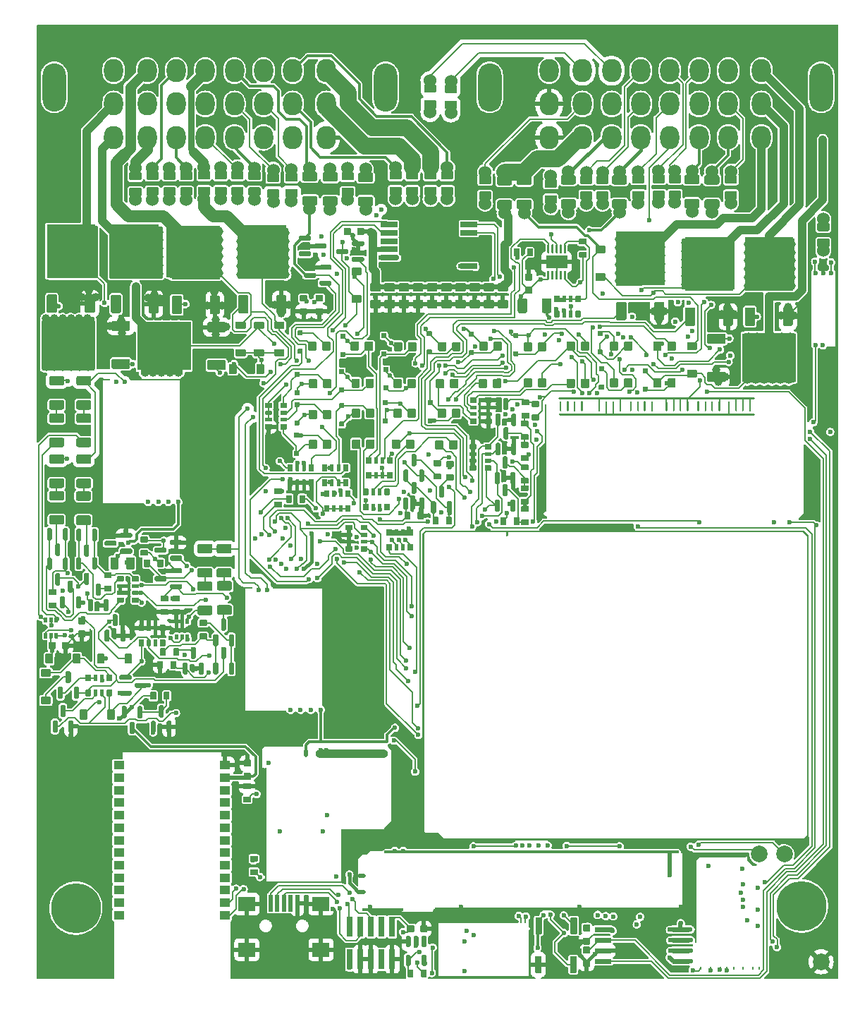
<source format=gtl>
G04 #@! TF.GenerationSoftware,KiCad,Pcbnew,(6.0.9)*
G04 #@! TF.CreationDate,2023-02-02T22:17:02+03:00*
G04 #@! TF.ProjectId,alphax_4ch,616c7068-6178-45f3-9463-682e6b696361,a*
G04 #@! TF.SameCoordinates,PX141f5e0PYa2cace0*
G04 #@! TF.FileFunction,Copper,L1,Top*
G04 #@! TF.FilePolarity,Positive*
%FSLAX46Y46*%
G04 Gerber Fmt 4.6, Leading zero omitted, Abs format (unit mm)*
G04 Created by KiCad (PCBNEW (6.0.9)) date 2023-02-02 22:17:02*
%MOMM*%
%LPD*%
G01*
G04 APERTURE LIST*
G04 #@! TA.AperFunction,SMDPad,CuDef*
%ADD10O,0.250000X10.200000*%
G04 #@! TD*
G04 #@! TA.AperFunction,SMDPad,CuDef*
%ADD11O,5.800001X0.250000*%
G04 #@! TD*
G04 #@! TA.AperFunction,SMDPad,CuDef*
%ADD12O,0.200000X0.399999*%
G04 #@! TD*
G04 #@! TA.AperFunction,ComponentPad*
%ADD13C,0.599999*%
G04 #@! TD*
G04 #@! TA.AperFunction,ComponentPad*
%ADD14C,1.524000*%
G04 #@! TD*
G04 #@! TA.AperFunction,ComponentPad*
%ADD15C,6.000000*%
G04 #@! TD*
G04 #@! TA.AperFunction,SMDPad,CuDef*
%ADD16C,2.000000*%
G04 #@! TD*
G04 #@! TA.AperFunction,SMDPad,CuDef*
%ADD17R,5.800000X6.400000*%
G04 #@! TD*
G04 #@! TA.AperFunction,ComponentPad*
%ADD18O,2.800000X5.800000*%
G04 #@! TD*
G04 #@! TA.AperFunction,ComponentPad*
%ADD19O,2.300000X2.800000*%
G04 #@! TD*
G04 #@! TA.AperFunction,SMDPad,CuDef*
%ADD20R,0.500000X2.000000*%
G04 #@! TD*
G04 #@! TA.AperFunction,SMDPad,CuDef*
%ADD21R,2.000000X1.700000*%
G04 #@! TD*
G04 #@! TA.AperFunction,SMDPad,CuDef*
%ADD22R,6.400000X5.800000*%
G04 #@! TD*
G04 #@! TA.AperFunction,SMDPad,CuDef*
%ADD23R,2.000000X0.650000*%
G04 #@! TD*
G04 #@! TA.AperFunction,SMDPad,CuDef*
%ADD24R,4.500000X8.100000*%
G04 #@! TD*
G04 #@! TA.AperFunction,SMDPad,CuDef*
%ADD25O,0.200000X5.669999*%
G04 #@! TD*
G04 #@! TA.AperFunction,SMDPad,CuDef*
%ADD26O,11.100001X0.200000*%
G04 #@! TD*
G04 #@! TA.AperFunction,SMDPad,CuDef*
%ADD27O,0.499999X0.250000*%
G04 #@! TD*
G04 #@! TA.AperFunction,SMDPad,CuDef*
%ADD28O,0.200000X6.799999*%
G04 #@! TD*
G04 #@! TA.AperFunction,SMDPad,CuDef*
%ADD29O,9.800001X0.399999*%
G04 #@! TD*
G04 #@! TA.AperFunction,SMDPad,CuDef*
%ADD30O,0.250000X0.499999*%
G04 #@! TD*
G04 #@! TA.AperFunction,SMDPad,CuDef*
%ADD31O,0.499999X1.000001*%
G04 #@! TD*
G04 #@! TA.AperFunction,SMDPad,CuDef*
%ADD32O,8.744829X1.000001*%
G04 #@! TD*
G04 #@! TA.AperFunction,SMDPad,CuDef*
%ADD33O,0.399999X9.000000*%
G04 #@! TD*
G04 #@! TA.AperFunction,SMDPad,CuDef*
%ADD34O,5.399999X0.399999*%
G04 #@! TD*
G04 #@! TA.AperFunction,SMDPad,CuDef*
%ADD35O,0.200000X6.500000*%
G04 #@! TD*
G04 #@! TA.AperFunction,SMDPad,CuDef*
%ADD36O,0.200000X13.800000*%
G04 #@! TD*
G04 #@! TA.AperFunction,SMDPad,CuDef*
%ADD37O,0.499999X0.200000*%
G04 #@! TD*
G04 #@! TA.AperFunction,SMDPad,CuDef*
%ADD38O,9.199999X0.200000*%
G04 #@! TD*
G04 #@! TA.AperFunction,ComponentPad*
%ADD39C,0.600000*%
G04 #@! TD*
G04 #@! TA.AperFunction,SMDPad,CuDef*
%ADD40R,6.185000X0.250000*%
G04 #@! TD*
G04 #@! TA.AperFunction,SMDPad,CuDef*
%ADD41R,0.250000X14.275000*%
G04 #@! TD*
G04 #@! TA.AperFunction,SMDPad,CuDef*
%ADD42R,0.250000X15.100000*%
G04 #@! TD*
G04 #@! TA.AperFunction,SMDPad,CuDef*
%ADD43R,1.115000X0.250000*%
G04 #@! TD*
G04 #@! TA.AperFunction,SMDPad,CuDef*
%ADD44R,5.175000X0.250000*%
G04 #@! TD*
G04 #@! TA.AperFunction,SMDPad,CuDef*
%ADD45R,2.600000X1.500000*%
G04 #@! TD*
G04 #@! TA.AperFunction,SMDPad,CuDef*
%ADD46R,1.300000X1.000000*%
G04 #@! TD*
G04 #@! TA.AperFunction,SMDPad,CuDef*
%ADD47O,0.200000X9.300000*%
G04 #@! TD*
G04 #@! TA.AperFunction,SMDPad,CuDef*
%ADD48O,1.200000X0.200000*%
G04 #@! TD*
G04 #@! TA.AperFunction,SMDPad,CuDef*
%ADD49O,5.000000X0.399999*%
G04 #@! TD*
G04 #@! TA.AperFunction,SMDPad,CuDef*
%ADD50O,0.399999X7.200001*%
G04 #@! TD*
G04 #@! TA.AperFunction,SMDPad,CuDef*
%ADD51O,30.000001X0.399999*%
G04 #@! TD*
G04 #@! TA.AperFunction,SMDPad,CuDef*
%ADD52O,1.000001X0.499999*%
G04 #@! TD*
G04 #@! TA.AperFunction,SMDPad,CuDef*
%ADD53O,0.200000X3.099999*%
G04 #@! TD*
G04 #@! TA.AperFunction,SMDPad,CuDef*
%ADD54O,0.499999X2.999999*%
G04 #@! TD*
G04 #@! TA.AperFunction,SMDPad,CuDef*
%ADD55O,35.400000X0.399999*%
G04 #@! TD*
G04 #@! TA.AperFunction,SMDPad,CuDef*
%ADD56R,0.740000X2.400000*%
G04 #@! TD*
G04 #@! TA.AperFunction,ViaPad*
%ADD57C,0.600000*%
G04 #@! TD*
G04 #@! TA.AperFunction,ViaPad*
%ADD58C,1.000000*%
G04 #@! TD*
G04 #@! TA.AperFunction,ViaPad*
%ADD59C,1.500000*%
G04 #@! TD*
G04 #@! TA.AperFunction,Conductor*
%ADD60C,0.200000*%
G04 #@! TD*
G04 #@! TA.AperFunction,Conductor*
%ADD61C,0.508000*%
G04 #@! TD*
G04 #@! TA.AperFunction,Conductor*
%ADD62C,0.400000*%
G04 #@! TD*
G04 #@! TA.AperFunction,Conductor*
%ADD63C,1.000000*%
G04 #@! TD*
G04 #@! TA.AperFunction,Conductor*
%ADD64C,0.600000*%
G04 #@! TD*
G04 #@! TA.AperFunction,Conductor*
%ADD65C,0.500000*%
G04 #@! TD*
G04 #@! TA.AperFunction,Conductor*
%ADD66C,0.300000*%
G04 #@! TD*
G04 #@! TA.AperFunction,Conductor*
%ADD67C,0.203200*%
G04 #@! TD*
G04 #@! TA.AperFunction,Conductor*
%ADD68C,2.000000*%
G04 #@! TD*
G04 #@! TA.AperFunction,Conductor*
%ADD69C,1.300000*%
G04 #@! TD*
G04 #@! TA.AperFunction,Conductor*
%ADD70C,1.200000*%
G04 #@! TD*
G04 #@! TA.AperFunction,Conductor*
%ADD71C,1.400000*%
G04 #@! TD*
G04 #@! TA.AperFunction,Conductor*
%ADD72C,0.800000*%
G04 #@! TD*
G04 APERTURE END LIST*
G04 #@! TO.P,C10,1*
G04 #@! TO.N,+12V_ETB*
G04 #@! TA.AperFunction,SMDPad,CuDef*
G36*
G01*
X45375000Y83600000D02*
X46425000Y83600000D01*
G75*
G02*
X46525000Y83500000I0J-100000D01*
G01*
X46525000Y82700000D01*
G75*
G02*
X46425000Y82600000I-100000J0D01*
G01*
X45375000Y82600000D01*
G75*
G02*
X45275000Y82700000I0J100000D01*
G01*
X45275000Y83500000D01*
G75*
G02*
X45375000Y83600000I100000J0D01*
G01*
G37*
G04 #@! TD.AperFunction*
G04 #@! TO.P,C10,2*
G04 #@! TO.N,GND*
G04 #@! TA.AperFunction,SMDPad,CuDef*
G36*
G01*
X45375000Y81600000D02*
X46425000Y81600000D01*
G75*
G02*
X46525000Y81500000I0J-100000D01*
G01*
X46525000Y80700000D01*
G75*
G02*
X46425000Y80600000I-100000J0D01*
G01*
X45375000Y80600000D01*
G75*
G02*
X45275000Y80700000I0J100000D01*
G01*
X45275000Y81500000D01*
G75*
G02*
X45375000Y81600000I100000J0D01*
G01*
G37*
G04 #@! TD.AperFunction*
G04 #@! TD*
D10*
G04 #@! TO.P,M4,G,GND*
G04 #@! TO.N,GND*
X79279889Y9500001D03*
D11*
X82392389Y14749996D03*
G04 #@! TA.AperFunction,SMDPad,CuDef*
G36*
G01*
X79200084Y14370187D02*
X79200084Y14370187D01*
G75*
G02*
X79200084Y14546963I88388J88388D01*
G01*
X79482926Y14829805D01*
G75*
G02*
X79659702Y14829805I88388J-88388D01*
G01*
X79659702Y14829805D01*
G75*
G02*
X79659702Y14653029I-88388J-88388D01*
G01*
X79376860Y14370187D01*
G75*
G02*
X79200084Y14370187I-88388J88388D01*
G01*
G37*
G04 #@! TD.AperFunction*
D12*
G04 #@! TO.P,M4,S1,OUT_IGN8*
G04 #@! TO.N,unconnected-(M4-PadS1)*
X86904837Y1375379D03*
G04 #@! TO.P,M4,S2,OUT_IGN7*
G04 #@! TO.N,unconnected-(M4-PadS2)*
X86144858Y1375379D03*
G04 #@! TO.P,M4,S3,OUT_IGN6*
G04 #@! TO.N,unconnected-(M4-PadS3)*
X84969865Y1375379D03*
G04 #@! TO.P,M4,S4,OUT_IGN5*
G04 #@! TO.N,unconnected-(M4-PadS4)*
X83794878Y1375379D03*
G04 #@! TO.P,M4,S5,OUT_IGN4*
G04 #@! TO.N,/OUT_IGN4*
X82954966Y1375379D03*
G04 #@! TO.P,M4,S6,OUT_IGN3*
G04 #@! TO.N,/OUT_IGN3*
X82204894Y1375379D03*
G04 #@! TO.P,M4,S7,OUT_IGN2*
G04 #@! TO.N,/OUT_IGN2*
X81029883Y1375379D03*
G04 #@! TO.P,M4,S8,OUT_IGN1*
G04 #@! TO.N,/OUT_IGN1*
X79854886Y1375379D03*
D13*
G04 #@! TO.P,M4,V1,IGN8*
G04 #@! TO.N,GND*
X84894889Y11474986D03*
G04 #@! TO.P,M4,V2,IGN7*
X86729899Y11049978D03*
G04 #@! TO.P,M4,V3,IGN6*
X84679891Y10499981D03*
G04 #@! TO.P,M4,V4,IGN5*
X84894886Y9625022D03*
G04 #@! TO.P,M4,V5,IGN4*
G04 #@! TO.N,/IGN4*
X84969893Y8774999D03*
G04 #@! TO.P,M4,V6,IGN3*
G04 #@! TO.N,/IGN3*
X86729899Y8449983D03*
G04 #@! TO.P,M4,V7,IGN2*
G04 #@! TO.N,/IGN2*
X85419899Y7150016D03*
G04 #@! TO.P,M4,V8,IGN1*
G04 #@! TO.N,/IGN1*
X86729899Y6499999D03*
G04 #@! TO.P,M4,V9,VCC*
G04 #@! TO.N,+5V_IGN*
X80804884Y13675002D03*
G04 #@! TO.P,M4,V10,V33*
G04 #@! TO.N,+3V3_IGN*
X84879890Y13375000D03*
G04 #@! TD*
G04 #@! TO.P,D53,1,K*
G04 #@! TO.N,+12V_RAW*
G04 #@! TA.AperFunction,SMDPad,CuDef*
G36*
G01*
X25110000Y74805000D02*
X24090000Y74805000D01*
G75*
G02*
X24000000Y74895000I0J90000D01*
G01*
X24000000Y75615000D01*
G75*
G02*
X24090000Y75705000I90000J0D01*
G01*
X25110000Y75705000D01*
G75*
G02*
X25200000Y75615000I0J-90000D01*
G01*
X25200000Y74895000D01*
G75*
G02*
X25110000Y74805000I-90000J0D01*
G01*
G37*
G04 #@! TD.AperFunction*
G04 #@! TO.P,D53,2,A*
G04 #@! TO.N,/OUT_VVT1*
G04 #@! TA.AperFunction,SMDPad,CuDef*
G36*
G01*
X25110000Y78105000D02*
X24090000Y78105000D01*
G75*
G02*
X24000000Y78195000I0J90000D01*
G01*
X24000000Y78915000D01*
G75*
G02*
X24090000Y79005000I90000J0D01*
G01*
X25110000Y79005000D01*
G75*
G02*
X25200000Y78915000I0J-90000D01*
G01*
X25200000Y78195000D01*
G75*
G02*
X25110000Y78105000I-90000J0D01*
G01*
G37*
G04 #@! TD.AperFunction*
G04 #@! TD*
G04 #@! TO.P,R8,1,1*
G04 #@! TO.N,/CAN-*
G04 #@! TA.AperFunction,SMDPad,CuDef*
G36*
G01*
X77375000Y93699999D02*
X76125000Y93699999D01*
G75*
G02*
X76025000Y93799999I0J100000D01*
G01*
X76025000Y94599999D01*
G75*
G02*
X76125000Y94699999I100000J0D01*
G01*
X77375000Y94699999D01*
G75*
G02*
X77475000Y94599999I0J-100000D01*
G01*
X77475000Y93799999D01*
G75*
G02*
X77375000Y93699999I-100000J0D01*
G01*
G37*
G04 #@! TD.AperFunction*
D14*
X76750000Y93245000D03*
G04 #@! TO.P,R8,2,2*
G04 #@! TO.N,/C6*
G04 #@! TA.AperFunction,SMDPad,CuDef*
G36*
G01*
X77375000Y95600021D02*
X76125000Y95600021D01*
G75*
G02*
X76025000Y95700021I0J100000D01*
G01*
X76025000Y96500021D01*
G75*
G02*
X76125000Y96600021I100000J0D01*
G01*
X77375000Y96600021D01*
G75*
G02*
X77475000Y96500021I0J-100000D01*
G01*
X77475000Y95700021D01*
G75*
G02*
X77375000Y95600021I-100000J0D01*
G01*
G37*
G04 #@! TD.AperFunction*
X76750000Y97055000D03*
G04 #@! TD*
G04 #@! TO.P,C18,1*
G04 #@! TO.N,GND*
G04 #@! TA.AperFunction,SMDPad,CuDef*
G36*
G01*
X66490000Y4224999D02*
X65810000Y4224999D01*
G75*
G02*
X65725000Y4309999I0J85000D01*
G01*
X65725000Y4989999D01*
G75*
G02*
X65810000Y5074999I85000J0D01*
G01*
X66490000Y5074999D01*
G75*
G02*
X66575000Y4989999I0J-85000D01*
G01*
X66575000Y4309999D01*
G75*
G02*
X66490000Y4224999I-85000J0D01*
G01*
G37*
G04 #@! TD.AperFunction*
G04 #@! TO.P,C18,2*
G04 #@! TO.N,+3V3*
G04 #@! TA.AperFunction,SMDPad,CuDef*
G36*
G01*
X66490000Y5805001D02*
X65810000Y5805001D01*
G75*
G02*
X65725000Y5890001I0J85000D01*
G01*
X65725000Y6570001D01*
G75*
G02*
X65810000Y6655001I85000J0D01*
G01*
X66490000Y6655001D01*
G75*
G02*
X66575000Y6570001I0J-85000D01*
G01*
X66575000Y5890001D01*
G75*
G02*
X66490000Y5805001I-85000J0D01*
G01*
G37*
G04 #@! TD.AperFunction*
G04 #@! TD*
G04 #@! TO.P,R29,1*
G04 #@! TO.N,Net-(Q20-Pad2)*
G04 #@! TA.AperFunction,SMDPad,CuDef*
G36*
G01*
X12610000Y53200010D02*
X13390000Y53200010D01*
G75*
G02*
X13460000Y53130010I0J-70000D01*
G01*
X13460000Y52570010D01*
G75*
G02*
X13390000Y52500010I-70000J0D01*
G01*
X12610000Y52500010D01*
G75*
G02*
X12540000Y52570010I0J70000D01*
G01*
X12540000Y53130010D01*
G75*
G02*
X12610000Y53200010I70000J0D01*
G01*
G37*
G04 #@! TD.AperFunction*
G04 #@! TO.P,R29,2*
G04 #@! TO.N,+5VAS*
G04 #@! TA.AperFunction,SMDPad,CuDef*
G36*
G01*
X12610000Y51600010D02*
X13390000Y51600010D01*
G75*
G02*
X13460000Y51530010I0J-70000D01*
G01*
X13460000Y50970010D01*
G75*
G02*
X13390000Y50900010I-70000J0D01*
G01*
X12610000Y50900010D01*
G75*
G02*
X12540000Y50970010I0J70000D01*
G01*
X12540000Y51530010D01*
G75*
G02*
X12610000Y51600010I70000J0D01*
G01*
G37*
G04 #@! TD.AperFunction*
G04 #@! TD*
G04 #@! TO.P,R90,1*
G04 #@! TO.N,+3V3*
G04 #@! TA.AperFunction,SMDPad,CuDef*
G36*
G01*
X25810000Y14900000D02*
X26590000Y14900000D01*
G75*
G02*
X26660000Y14830000I0J-70000D01*
G01*
X26660000Y14270000D01*
G75*
G02*
X26590000Y14200000I-70000J0D01*
G01*
X25810000Y14200000D01*
G75*
G02*
X25740000Y14270000I0J70000D01*
G01*
X25740000Y14830000D01*
G75*
G02*
X25810000Y14900000I70000J0D01*
G01*
G37*
G04 #@! TD.AperFunction*
G04 #@! TO.P,R90,2*
G04 #@! TO.N,/ETB_DIS*
G04 #@! TA.AperFunction,SMDPad,CuDef*
G36*
G01*
X25810000Y13300000D02*
X26590000Y13300000D01*
G75*
G02*
X26660000Y13230000I0J-70000D01*
G01*
X26660000Y12670000D01*
G75*
G02*
X26590000Y12600000I-70000J0D01*
G01*
X25810000Y12600000D01*
G75*
G02*
X25740000Y12670000I0J70000D01*
G01*
X25740000Y13230000D01*
G75*
G02*
X25810000Y13300000I70000J0D01*
G01*
G37*
G04 #@! TD.AperFunction*
G04 #@! TD*
G04 #@! TO.P,R2,1*
G04 #@! TO.N,+12V*
G04 #@! TA.AperFunction,SMDPad,CuDef*
G36*
G01*
X34600000Y56215000D02*
X34600000Y56885000D01*
G75*
G02*
X34665000Y56950000I65000J0D01*
G01*
X35185000Y56950000D01*
G75*
G02*
X35250000Y56885000I0J-65000D01*
G01*
X35250000Y56215000D01*
G75*
G02*
X35185000Y56150000I-65000J0D01*
G01*
X34665000Y56150000D01*
G75*
G02*
X34600000Y56215000I0J65000D01*
G01*
G37*
G04 #@! TD.AperFunction*
G04 #@! TO.P,R2,2*
G04 #@! TA.AperFunction,SMDPad,CuDef*
G36*
G01*
X35575000Y56195000D02*
X35575000Y56905000D01*
G75*
G02*
X35620000Y56950000I45000J0D01*
G01*
X35980000Y56950000D01*
G75*
G02*
X36025000Y56905000I0J-45000D01*
G01*
X36025000Y56195000D01*
G75*
G02*
X35980000Y56150000I-45000J0D01*
G01*
X35620000Y56150000D01*
G75*
G02*
X35575000Y56195000I0J45000D01*
G01*
G37*
G04 #@! TD.AperFunction*
G04 #@! TO.P,R2,3*
G04 #@! TA.AperFunction,SMDPad,CuDef*
G36*
G01*
X36375000Y56195000D02*
X36375000Y56905000D01*
G75*
G02*
X36420000Y56950000I45000J0D01*
G01*
X36780000Y56950000D01*
G75*
G02*
X36825000Y56905000I0J-45000D01*
G01*
X36825000Y56195000D01*
G75*
G02*
X36780000Y56150000I-45000J0D01*
G01*
X36420000Y56150000D01*
G75*
G02*
X36375000Y56195000I0J45000D01*
G01*
G37*
G04 #@! TD.AperFunction*
G04 #@! TO.P,R2,4*
G04 #@! TA.AperFunction,SMDPad,CuDef*
G36*
G01*
X37150000Y56215000D02*
X37150000Y56885000D01*
G75*
G02*
X37215000Y56950000I65000J0D01*
G01*
X37735000Y56950000D01*
G75*
G02*
X37800000Y56885000I0J-65000D01*
G01*
X37800000Y56215000D01*
G75*
G02*
X37735000Y56150000I-65000J0D01*
G01*
X37215000Y56150000D01*
G75*
G02*
X37150000Y56215000I0J65000D01*
G01*
G37*
G04 #@! TD.AperFunction*
G04 #@! TO.P,R2,5*
G04 #@! TO.N,Net-(D3-Pad1)*
G04 #@! TA.AperFunction,SMDPad,CuDef*
G36*
G01*
X37150000Y58015000D02*
X37150000Y58685000D01*
G75*
G02*
X37215000Y58750000I65000J0D01*
G01*
X37735000Y58750000D01*
G75*
G02*
X37800000Y58685000I0J-65000D01*
G01*
X37800000Y58015000D01*
G75*
G02*
X37735000Y57950000I-65000J0D01*
G01*
X37215000Y57950000D01*
G75*
G02*
X37150000Y58015000I0J65000D01*
G01*
G37*
G04 #@! TD.AperFunction*
G04 #@! TO.P,R2,6*
G04 #@! TO.N,Net-(D2-Pad1)*
G04 #@! TA.AperFunction,SMDPad,CuDef*
G36*
G01*
X36375000Y57995000D02*
X36375000Y58705000D01*
G75*
G02*
X36420000Y58750000I45000J0D01*
G01*
X36780000Y58750000D01*
G75*
G02*
X36825000Y58705000I0J-45000D01*
G01*
X36825000Y57995000D01*
G75*
G02*
X36780000Y57950000I-45000J0D01*
G01*
X36420000Y57950000D01*
G75*
G02*
X36375000Y57995000I0J45000D01*
G01*
G37*
G04 #@! TD.AperFunction*
G04 #@! TO.P,R2,7*
G04 #@! TO.N,Net-(D14-Pad1)*
G04 #@! TA.AperFunction,SMDPad,CuDef*
G36*
G01*
X35575000Y57995000D02*
X35575000Y58705000D01*
G75*
G02*
X35620000Y58750000I45000J0D01*
G01*
X35980000Y58750000D01*
G75*
G02*
X36025000Y58705000I0J-45000D01*
G01*
X36025000Y57995000D01*
G75*
G02*
X35980000Y57950000I-45000J0D01*
G01*
X35620000Y57950000D01*
G75*
G02*
X35575000Y57995000I0J45000D01*
G01*
G37*
G04 #@! TD.AperFunction*
G04 #@! TO.P,R2,8*
G04 #@! TO.N,Net-(D13-Pad1)*
G04 #@! TA.AperFunction,SMDPad,CuDef*
G36*
G01*
X34600000Y58015000D02*
X34600000Y58685000D01*
G75*
G02*
X34665000Y58750000I65000J0D01*
G01*
X35185000Y58750000D01*
G75*
G02*
X35250000Y58685000I0J-65000D01*
G01*
X35250000Y58015000D01*
G75*
G02*
X35185000Y57950000I-65000J0D01*
G01*
X34665000Y57950000D01*
G75*
G02*
X34600000Y58015000I0J65000D01*
G01*
G37*
G04 #@! TD.AperFunction*
G04 #@! TD*
G04 #@! TO.P,D36,1,A*
G04 #@! TO.N,Net-(D36-Pad1)*
G04 #@! TA.AperFunction,SMDPad,CuDef*
G36*
G01*
X50649999Y64649998D02*
X50649999Y63749998D01*
G75*
G02*
X50549999Y63649998I-100000J0D01*
G01*
X49749999Y63649998D01*
G75*
G02*
X49649999Y63749998I0J100000D01*
G01*
X49649999Y64649998D01*
G75*
G02*
X49749999Y64749998I100000J0D01*
G01*
X50549999Y64749998D01*
G75*
G02*
X50649999Y64649998I0J-100000D01*
G01*
G37*
G04 #@! TD.AperFunction*
G04 #@! TO.P,D36,2,K*
G04 #@! TO.N,/HALL3*
G04 #@! TA.AperFunction,SMDPad,CuDef*
G36*
G01*
X48949999Y64649998D02*
X48949999Y63749998D01*
G75*
G02*
X48849999Y63649998I-100000J0D01*
G01*
X48049999Y63649998D01*
G75*
G02*
X47949999Y63749998I0J100000D01*
G01*
X47949999Y64649998D01*
G75*
G02*
X48049999Y64749998I100000J0D01*
G01*
X48849999Y64749998D01*
G75*
G02*
X48949999Y64649998I0J-100000D01*
G01*
G37*
G04 #@! TD.AperFunction*
G04 #@! TD*
G04 #@! TO.P,R4,1*
G04 #@! TO.N,GND*
G04 #@! TA.AperFunction,SMDPad,CuDef*
G36*
G01*
X54685000Y66700000D02*
X54015000Y66700000D01*
G75*
G02*
X53950000Y66765000I0J65000D01*
G01*
X53950000Y67285000D01*
G75*
G02*
X54015000Y67350000I65000J0D01*
G01*
X54685000Y67350000D01*
G75*
G02*
X54750000Y67285000I0J-65000D01*
G01*
X54750000Y66765000D01*
G75*
G02*
X54685000Y66700000I-65000J0D01*
G01*
G37*
G04 #@! TD.AperFunction*
G04 #@! TO.P,R4,2*
G04 #@! TA.AperFunction,SMDPad,CuDef*
G36*
G01*
X54705000Y67675000D02*
X53995000Y67675000D01*
G75*
G02*
X53950000Y67720000I0J45000D01*
G01*
X53950000Y68080000D01*
G75*
G02*
X53995000Y68125000I45000J0D01*
G01*
X54705000Y68125000D01*
G75*
G02*
X54750000Y68080000I0J-45000D01*
G01*
X54750000Y67720000D01*
G75*
G02*
X54705000Y67675000I-45000J0D01*
G01*
G37*
G04 #@! TD.AperFunction*
G04 #@! TO.P,R4,3*
G04 #@! TA.AperFunction,SMDPad,CuDef*
G36*
G01*
X54705000Y68475000D02*
X53995000Y68475000D01*
G75*
G02*
X53950000Y68520000I0J45000D01*
G01*
X53950000Y68880000D01*
G75*
G02*
X53995000Y68925000I45000J0D01*
G01*
X54705000Y68925000D01*
G75*
G02*
X54750000Y68880000I0J-45000D01*
G01*
X54750000Y68520000D01*
G75*
G02*
X54705000Y68475000I-45000J0D01*
G01*
G37*
G04 #@! TD.AperFunction*
G04 #@! TO.P,R4,4*
G04 #@! TA.AperFunction,SMDPad,CuDef*
G36*
G01*
X54685000Y69250000D02*
X54015000Y69250000D01*
G75*
G02*
X53950000Y69315000I0J65000D01*
G01*
X53950000Y69835000D01*
G75*
G02*
X54015000Y69900000I65000J0D01*
G01*
X54685000Y69900000D01*
G75*
G02*
X54750000Y69835000I0J-65000D01*
G01*
X54750000Y69315000D01*
G75*
G02*
X54685000Y69250000I-65000J0D01*
G01*
G37*
G04 #@! TD.AperFunction*
G04 #@! TO.P,R4,5*
G04 #@! TO.N,Net-(D24-Pad2)*
G04 #@! TA.AperFunction,SMDPad,CuDef*
G36*
G01*
X52885000Y69250000D02*
X52215000Y69250000D01*
G75*
G02*
X52150000Y69315000I0J65000D01*
G01*
X52150000Y69835000D01*
G75*
G02*
X52215000Y69900000I65000J0D01*
G01*
X52885000Y69900000D01*
G75*
G02*
X52950000Y69835000I0J-65000D01*
G01*
X52950000Y69315000D01*
G75*
G02*
X52885000Y69250000I-65000J0D01*
G01*
G37*
G04 #@! TD.AperFunction*
G04 #@! TO.P,R4,6*
G04 #@! TO.N,Net-(D23-Pad2)*
G04 #@! TA.AperFunction,SMDPad,CuDef*
G36*
G01*
X52905000Y68475000D02*
X52195000Y68475000D01*
G75*
G02*
X52150000Y68520000I0J45000D01*
G01*
X52150000Y68880000D01*
G75*
G02*
X52195000Y68925000I45000J0D01*
G01*
X52905000Y68925000D01*
G75*
G02*
X52950000Y68880000I0J-45000D01*
G01*
X52950000Y68520000D01*
G75*
G02*
X52905000Y68475000I-45000J0D01*
G01*
G37*
G04 #@! TD.AperFunction*
G04 #@! TO.P,R4,7*
G04 #@! TO.N,Net-(D19-Pad2)*
G04 #@! TA.AperFunction,SMDPad,CuDef*
G36*
G01*
X52905000Y67675000D02*
X52195000Y67675000D01*
G75*
G02*
X52150000Y67720000I0J45000D01*
G01*
X52150000Y68080000D01*
G75*
G02*
X52195000Y68125000I45000J0D01*
G01*
X52905000Y68125000D01*
G75*
G02*
X52950000Y68080000I0J-45000D01*
G01*
X52950000Y67720000D01*
G75*
G02*
X52905000Y67675000I-45000J0D01*
G01*
G37*
G04 #@! TD.AperFunction*
G04 #@! TO.P,R4,8*
G04 #@! TO.N,Net-(D18-Pad2)*
G04 #@! TA.AperFunction,SMDPad,CuDef*
G36*
G01*
X52885000Y66700000D02*
X52215000Y66700000D01*
G75*
G02*
X52150000Y66765000I0J65000D01*
G01*
X52150000Y67285000D01*
G75*
G02*
X52215000Y67350000I65000J0D01*
G01*
X52885000Y67350000D01*
G75*
G02*
X52950000Y67285000I0J-65000D01*
G01*
X52950000Y66765000D01*
G75*
G02*
X52885000Y66700000I-65000J0D01*
G01*
G37*
G04 #@! TD.AperFunction*
G04 #@! TD*
G04 #@! TO.P,D30,1,K*
G04 #@! TO.N,Net-(D11-Pad1)*
G04 #@! TA.AperFunction,SMDPad,CuDef*
G36*
G01*
X67450000Y75111499D02*
X67450000Y75591499D01*
G75*
G02*
X67510000Y75651499I60000J0D01*
G01*
X67990000Y75651499D01*
G75*
G02*
X68050000Y75591499I0J-60000D01*
G01*
X68050000Y75111499D01*
G75*
G02*
X67990000Y75051499I-60000J0D01*
G01*
X67510000Y75051499D01*
G75*
G02*
X67450000Y75111499I0J60000D01*
G01*
G37*
G04 #@! TD.AperFunction*
G04 #@! TO.P,D30,2,A*
G04 #@! TO.N,/IN_CAM_HALL*
G04 #@! TA.AperFunction,SMDPad,CuDef*
G36*
G01*
X67450000Y77311499D02*
X67450000Y77791499D01*
G75*
G02*
X67510000Y77851499I60000J0D01*
G01*
X67990000Y77851499D01*
G75*
G02*
X68050000Y77791499I0J-60000D01*
G01*
X68050000Y77311499D01*
G75*
G02*
X67990000Y77251499I-60000J0D01*
G01*
X67510000Y77251499D01*
G75*
G02*
X67450000Y77311499I0J60000D01*
G01*
G37*
G04 #@! TD.AperFunction*
G04 #@! TD*
G04 #@! TO.P,C3,1*
G04 #@! TO.N,GND*
G04 #@! TA.AperFunction,SMDPad,CuDef*
G36*
G01*
X25060000Y26435001D02*
X25740000Y26435001D01*
G75*
G02*
X25825000Y26350001I0J-85000D01*
G01*
X25825000Y25670001D01*
G75*
G02*
X25740000Y25585001I-85000J0D01*
G01*
X25060000Y25585001D01*
G75*
G02*
X24975000Y25670001I0J85000D01*
G01*
X24975000Y26350001D01*
G75*
G02*
X25060000Y26435001I85000J0D01*
G01*
G37*
G04 #@! TD.AperFunction*
G04 #@! TO.P,C3,2*
G04 #@! TO.N,/BT_3V3*
G04 #@! TA.AperFunction,SMDPad,CuDef*
G36*
G01*
X25060000Y24854999D02*
X25740000Y24854999D01*
G75*
G02*
X25825000Y24769999I0J-85000D01*
G01*
X25825000Y24089999D01*
G75*
G02*
X25740000Y24004999I-85000J0D01*
G01*
X25060000Y24004999D01*
G75*
G02*
X24975000Y24089999I0J85000D01*
G01*
X24975000Y24769999D01*
G75*
G02*
X25060000Y24854999I85000J0D01*
G01*
G37*
G04 #@! TD.AperFunction*
G04 #@! TD*
G04 #@! TO.P,D46,1,K*
G04 #@! TO.N,Net-(D40-Pad1)*
G04 #@! TA.AperFunction,SMDPad,CuDef*
G36*
G01*
X31650000Y69290000D02*
X31650000Y68810000D01*
G75*
G02*
X31590000Y68750000I-60000J0D01*
G01*
X31110000Y68750000D01*
G75*
G02*
X31050000Y68810000I0J60000D01*
G01*
X31050000Y69290000D01*
G75*
G02*
X31110000Y69350000I60000J0D01*
G01*
X31590000Y69350000D01*
G75*
G02*
X31650000Y69290000I0J-60000D01*
G01*
G37*
G04 #@! TD.AperFunction*
G04 #@! TO.P,D46,2,A*
G04 #@! TO.N,/OUT_VVT2*
G04 #@! TA.AperFunction,SMDPad,CuDef*
G36*
G01*
X31650000Y67090000D02*
X31650000Y66610000D01*
G75*
G02*
X31590000Y66550000I-60000J0D01*
G01*
X31110000Y66550000D01*
G75*
G02*
X31050000Y66610000I0J60000D01*
G01*
X31050000Y67090000D01*
G75*
G02*
X31110000Y67150000I60000J0D01*
G01*
X31590000Y67150000D01*
G75*
G02*
X31650000Y67090000I0J-60000D01*
G01*
G37*
G04 #@! TD.AperFunction*
G04 #@! TD*
G04 #@! TO.P,R87,1*
G04 #@! TO.N,/IN_D3*
G04 #@! TA.AperFunction,SMDPad,CuDef*
G36*
G01*
X58310000Y61850000D02*
X59090000Y61850000D01*
G75*
G02*
X59160000Y61780000I0J-70000D01*
G01*
X59160000Y61220000D01*
G75*
G02*
X59090000Y61150000I-70000J0D01*
G01*
X58310000Y61150000D01*
G75*
G02*
X58240000Y61220000I0J70000D01*
G01*
X58240000Y61780000D01*
G75*
G02*
X58310000Y61850000I70000J0D01*
G01*
G37*
G04 #@! TD.AperFunction*
G04 #@! TO.P,R87,2*
G04 #@! TO.N,Net-(Q34-Pad2)*
G04 #@! TA.AperFunction,SMDPad,CuDef*
G36*
G01*
X58310000Y60250000D02*
X59090000Y60250000D01*
G75*
G02*
X59160000Y60180000I0J-70000D01*
G01*
X59160000Y59620000D01*
G75*
G02*
X59090000Y59550000I-70000J0D01*
G01*
X58310000Y59550000D01*
G75*
G02*
X58240000Y59620000I0J70000D01*
G01*
X58240000Y60180000D01*
G75*
G02*
X58310000Y60250000I70000J0D01*
G01*
G37*
G04 #@! TD.AperFunction*
G04 #@! TD*
G04 #@! TO.P,R93,1*
G04 #@! TO.N,Net-(Q25-Pad2)*
G04 #@! TA.AperFunction,SMDPad,CuDef*
G36*
G01*
X17200000Y39740000D02*
X17200000Y38960000D01*
G75*
G02*
X17130000Y38890000I-70000J0D01*
G01*
X16570000Y38890000D01*
G75*
G02*
X16500000Y38960000I0J70000D01*
G01*
X16500000Y39740000D01*
G75*
G02*
X16570000Y39810000I70000J0D01*
G01*
X17130000Y39810000D01*
G75*
G02*
X17200000Y39740000I0J-70000D01*
G01*
G37*
G04 #@! TD.AperFunction*
G04 #@! TO.P,R93,2*
G04 #@! TO.N,Net-(Q31-Pad1)*
G04 #@! TA.AperFunction,SMDPad,CuDef*
G36*
G01*
X15600000Y39740000D02*
X15600000Y38960000D01*
G75*
G02*
X15530000Y38890000I-70000J0D01*
G01*
X14970000Y38890000D01*
G75*
G02*
X14900000Y38960000I0J70000D01*
G01*
X14900000Y39740000D01*
G75*
G02*
X14970000Y39810000I70000J0D01*
G01*
X15530000Y39810000D01*
G75*
G02*
X15600000Y39740000I0J-70000D01*
G01*
G37*
G04 #@! TD.AperFunction*
G04 #@! TD*
G04 #@! TO.P,R95,1*
G04 #@! TO.N,/IN_PPS2*
G04 #@! TA.AperFunction,SMDPad,CuDef*
G36*
G01*
X33660000Y82150000D02*
X34440000Y82150000D01*
G75*
G02*
X34510000Y82080000I0J-70000D01*
G01*
X34510000Y81520000D01*
G75*
G02*
X34440000Y81450000I-70000J0D01*
G01*
X33660000Y81450000D01*
G75*
G02*
X33590000Y81520000I0J70000D01*
G01*
X33590000Y82080000D01*
G75*
G02*
X33660000Y82150000I70000J0D01*
G01*
G37*
G04 #@! TD.AperFunction*
G04 #@! TO.P,R95,2*
G04 #@! TO.N,GND*
G04 #@! TA.AperFunction,SMDPad,CuDef*
G36*
G01*
X33660000Y80550000D02*
X34440000Y80550000D01*
G75*
G02*
X34510000Y80480000I0J-70000D01*
G01*
X34510000Y79920000D01*
G75*
G02*
X34440000Y79850000I-70000J0D01*
G01*
X33660000Y79850000D01*
G75*
G02*
X33590000Y79920000I0J70000D01*
G01*
X33590000Y80480000D01*
G75*
G02*
X33660000Y80550000I70000J0D01*
G01*
G37*
G04 #@! TD.AperFunction*
G04 #@! TD*
D15*
G04 #@! TO.P,J8,1,Pin_1*
G04 #@! TO.N,unconnected-(J8-Pad1)*
X4803000Y8619000D03*
G04 #@! TD*
G04 #@! TO.P,D34,1,A*
G04 #@! TO.N,Net-(D34-Pad1)*
G04 #@! TA.AperFunction,SMDPad,CuDef*
G36*
G01*
X40649999Y64749998D02*
X40649999Y63849998D01*
G75*
G02*
X40549999Y63749998I-100000J0D01*
G01*
X39749999Y63749998D01*
G75*
G02*
X39649999Y63849998I0J100000D01*
G01*
X39649999Y64749998D01*
G75*
G02*
X39749999Y64849998I100000J0D01*
G01*
X40549999Y64849998D01*
G75*
G02*
X40649999Y64749998I0J-100000D01*
G01*
G37*
G04 #@! TD.AperFunction*
G04 #@! TO.P,D34,2,K*
G04 #@! TO.N,/HALL1*
G04 #@! TA.AperFunction,SMDPad,CuDef*
G36*
G01*
X38949999Y64749998D02*
X38949999Y63849998D01*
G75*
G02*
X38849999Y63749998I-100000J0D01*
G01*
X38049999Y63749998D01*
G75*
G02*
X37949999Y63849998I0J100000D01*
G01*
X37949999Y64749998D01*
G75*
G02*
X38049999Y64849998I100000J0D01*
G01*
X38849999Y64849998D01*
G75*
G02*
X38949999Y64749998I0J-100000D01*
G01*
G37*
G04 #@! TD.AperFunction*
G04 #@! TD*
D14*
G04 #@! TO.P,R59,1,1*
G04 #@! TO.N,/E8*
X45200000Y97505000D03*
G04 #@! TA.AperFunction,SMDPad,CuDef*
G36*
G01*
X44575000Y97050001D02*
X45825000Y97050001D01*
G75*
G02*
X45925000Y96950001I0J-100000D01*
G01*
X45925000Y96150001D01*
G75*
G02*
X45825000Y96050001I-100000J0D01*
G01*
X44575000Y96050001D01*
G75*
G02*
X44475000Y96150001I0J100000D01*
G01*
X44475000Y96950001D01*
G75*
G02*
X44575000Y97050001I100000J0D01*
G01*
G37*
G04 #@! TD.AperFunction*
G04 #@! TO.P,R59,2,2*
G04 #@! TO.N,/OUT_ETB-*
X45200000Y93695000D03*
G04 #@! TA.AperFunction,SMDPad,CuDef*
G36*
G01*
X44575000Y95149979D02*
X45825000Y95149979D01*
G75*
G02*
X45925000Y95049979I0J-100000D01*
G01*
X45925000Y94249979D01*
G75*
G02*
X45825000Y94149979I-100000J0D01*
G01*
X44575000Y94149979D01*
G75*
G02*
X44475000Y94249979I0J100000D01*
G01*
X44475000Y95049979D01*
G75*
G02*
X44575000Y95149979I100000J0D01*
G01*
G37*
G04 #@! TD.AperFunction*
G04 #@! TD*
G04 #@! TO.P,R9,1,1*
G04 #@! TO.N,/CAN+*
X74800000Y93245000D03*
G04 #@! TA.AperFunction,SMDPad,CuDef*
G36*
G01*
X75425000Y93699999D02*
X74175000Y93699999D01*
G75*
G02*
X74075000Y93799999I0J100000D01*
G01*
X74075000Y94599999D01*
G75*
G02*
X74175000Y94699999I100000J0D01*
G01*
X75425000Y94699999D01*
G75*
G02*
X75525000Y94599999I0J-100000D01*
G01*
X75525000Y93799999D01*
G75*
G02*
X75425000Y93699999I-100000J0D01*
G01*
G37*
G04 #@! TD.AperFunction*
G04 #@! TO.P,R9,2,2*
G04 #@! TO.N,/C5*
X74800000Y97055000D03*
G04 #@! TA.AperFunction,SMDPad,CuDef*
G36*
G01*
X75425000Y95600021D02*
X74175000Y95600021D01*
G75*
G02*
X74075000Y95700021I0J100000D01*
G01*
X74075000Y96500021D01*
G75*
G02*
X74175000Y96600021I100000J0D01*
G01*
X75425000Y96600021D01*
G75*
G02*
X75525000Y96500021I0J-100000D01*
G01*
X75525000Y95700021D01*
G75*
G02*
X75425000Y95600021I-100000J0D01*
G01*
G37*
G04 #@! TD.AperFunction*
G04 #@! TD*
G04 #@! TO.P,R68,1,1*
G04 #@! TO.N,/IN_TPS2*
G04 #@! TA.AperFunction,SMDPad,CuDef*
G36*
G01*
X24825000Y94149999D02*
X23575000Y94149999D01*
G75*
G02*
X23475000Y94249999I0J100000D01*
G01*
X23475000Y95049999D01*
G75*
G02*
X23575000Y95149999I100000J0D01*
G01*
X24825000Y95149999D01*
G75*
G02*
X24925000Y95049999I0J-100000D01*
G01*
X24925000Y94249999D01*
G75*
G02*
X24825000Y94149999I-100000J0D01*
G01*
G37*
G04 #@! TD.AperFunction*
X24200000Y93695000D03*
G04 #@! TO.P,R68,2,2*
G04 #@! TO.N,/D4*
X24200000Y97505000D03*
G04 #@! TA.AperFunction,SMDPad,CuDef*
G36*
G01*
X24825000Y96050021D02*
X23575000Y96050021D01*
G75*
G02*
X23475000Y96150021I0J100000D01*
G01*
X23475000Y96950021D01*
G75*
G02*
X23575000Y97050021I100000J0D01*
G01*
X24825000Y97050021D01*
G75*
G02*
X24925000Y96950021I0J-100000D01*
G01*
X24925000Y96150021D01*
G75*
G02*
X24825000Y96050021I-100000J0D01*
G01*
G37*
G04 #@! TD.AperFunction*
G04 #@! TD*
G04 #@! TO.P,R21,1*
G04 #@! TO.N,Net-(R21-Pad1)*
G04 #@! TA.AperFunction,SMDPad,CuDef*
G36*
G01*
X3400000Y59945000D02*
X3400000Y59255000D01*
G75*
G02*
X3170000Y59025000I-230000J0D01*
G01*
X1830000Y59025000D01*
G75*
G02*
X1600000Y59255000I0J230000D01*
G01*
X1600000Y59945000D01*
G75*
G02*
X1830000Y60175000I230000J0D01*
G01*
X3170000Y60175000D01*
G75*
G02*
X3400000Y59945000I0J-230000D01*
G01*
G37*
G04 #@! TD.AperFunction*
G04 #@! TO.P,R21,2*
G04 #@! TO.N,/IN_CRANK+*
G04 #@! TA.AperFunction,SMDPad,CuDef*
G36*
G01*
X3400000Y62845020D02*
X3400000Y62155020D01*
G75*
G02*
X3170000Y61925020I-230000J0D01*
G01*
X1830000Y61925020D01*
G75*
G02*
X1600000Y62155020I0J230000D01*
G01*
X1600000Y62845020D01*
G75*
G02*
X1830000Y63075020I230000J0D01*
G01*
X3170000Y63075020D01*
G75*
G02*
X3400000Y62845020I0J-230000D01*
G01*
G37*
G04 #@! TD.AperFunction*
G04 #@! TD*
D16*
G04 #@! TO.P,J5,1,Pin_1*
G04 #@! TO.N,/CAN_RX*
X89900000Y15110000D03*
G04 #@! TD*
G04 #@! TO.P,R82,1*
G04 #@! TO.N,Net-(Q36-Pad2)*
G04 #@! TA.AperFunction,SMDPad,CuDef*
G36*
G01*
X58410000Y69650000D02*
X59190000Y69650000D01*
G75*
G02*
X59260000Y69580000I0J-70000D01*
G01*
X59260000Y69020000D01*
G75*
G02*
X59190000Y68950000I-70000J0D01*
G01*
X58410000Y68950000D01*
G75*
G02*
X58340000Y69020000I0J70000D01*
G01*
X58340000Y69580000D01*
G75*
G02*
X58410000Y69650000I70000J0D01*
G01*
G37*
G04 #@! TD.AperFunction*
G04 #@! TO.P,R82,2*
G04 #@! TO.N,+5VAS*
G04 #@! TA.AperFunction,SMDPad,CuDef*
G36*
G01*
X58410000Y68050000D02*
X59190000Y68050000D01*
G75*
G02*
X59260000Y67980000I0J-70000D01*
G01*
X59260000Y67420000D01*
G75*
G02*
X59190000Y67350000I-70000J0D01*
G01*
X58410000Y67350000D01*
G75*
G02*
X58340000Y67420000I0J70000D01*
G01*
X58340000Y67980000D01*
G75*
G02*
X58410000Y68050000I70000J0D01*
G01*
G37*
G04 #@! TD.AperFunction*
G04 #@! TD*
G04 #@! TO.P,D49,1*
G04 #@! TO.N,/OUT_MAIN*
G04 #@! TA.AperFunction,SMDPad,CuDef*
G36*
G01*
X31575000Y88850000D02*
X31575000Y89150000D01*
G75*
G02*
X31725000Y89300000I150000J0D01*
G01*
X32900000Y89300000D01*
G75*
G02*
X33050000Y89150000I0J-150000D01*
G01*
X33050000Y88850000D01*
G75*
G02*
X32900000Y88700000I-150000J0D01*
G01*
X31725000Y88700000D01*
G75*
G02*
X31575000Y88850000I0J150000D01*
G01*
G37*
G04 #@! TD.AperFunction*
G04 #@! TO.P,D49,2*
G04 #@! TO.N,GND*
G04 #@! TA.AperFunction,SMDPad,CuDef*
G36*
G01*
X33450000Y87900000D02*
X33450000Y88200000D01*
G75*
G02*
X33600000Y88350000I150000J0D01*
G01*
X34775000Y88350000D01*
G75*
G02*
X34925000Y88200000I0J-150000D01*
G01*
X34925000Y87900000D01*
G75*
G02*
X34775000Y87750000I-150000J0D01*
G01*
X33600000Y87750000D01*
G75*
G02*
X33450000Y87900000I0J150000D01*
G01*
G37*
G04 #@! TD.AperFunction*
G04 #@! TO.P,D49,3*
G04 #@! TO.N,unconnected-(D49-Pad3)*
G04 #@! TA.AperFunction,SMDPad,CuDef*
G36*
G01*
X31575000Y86950000D02*
X31575000Y87250000D01*
G75*
G02*
X31725000Y87400000I150000J0D01*
G01*
X32900000Y87400000D01*
G75*
G02*
X33050000Y87250000I0J-150000D01*
G01*
X33050000Y86950000D01*
G75*
G02*
X32900000Y86800000I-150000J0D01*
G01*
X31725000Y86800000D01*
G75*
G02*
X31575000Y86950000I0J150000D01*
G01*
G37*
G04 #@! TD.AperFunction*
G04 #@! TD*
D14*
G04 #@! TO.P,F4,1,1*
G04 #@! TO.N,/A3*
X63950000Y97000000D03*
G04 #@! TA.AperFunction,SMDPad,CuDef*
G36*
G01*
X63050000Y95655010D02*
X63050000Y96345010D01*
G75*
G02*
X63280000Y96575010I230000J0D01*
G01*
X64620000Y96575010D01*
G75*
G02*
X64850000Y96345010I0J-230000D01*
G01*
X64850000Y95655010D01*
G75*
G02*
X64620000Y95425010I-230000J0D01*
G01*
X63280000Y95425010D01*
G75*
G02*
X63050000Y95655010I0J230000D01*
G01*
G37*
G04 #@! TD.AperFunction*
G04 #@! TO.P,F4,2,2*
G04 #@! TO.N,/OUT_PUMP_RELAY*
X63950000Y92100000D03*
G04 #@! TA.AperFunction,SMDPad,CuDef*
G36*
G01*
X63050000Y92754990D02*
X63050000Y93444990D01*
G75*
G02*
X63280000Y93674990I230000J0D01*
G01*
X64620000Y93674990D01*
G75*
G02*
X64850000Y93444990I0J-230000D01*
G01*
X64850000Y92754990D01*
G75*
G02*
X64620000Y92524990I-230000J0D01*
G01*
X63280000Y92524990D01*
G75*
G02*
X63050000Y92754990I0J230000D01*
G01*
G37*
G04 #@! TD.AperFunction*
G04 #@! TD*
G04 #@! TO.P,Q13,1,G*
G04 #@! TO.N,Net-(Q12-Pad2)*
G04 #@! TA.AperFunction,SMDPad,CuDef*
G36*
G01*
X47910000Y55975000D02*
X47610000Y55975000D01*
G75*
G02*
X47460000Y56125000I0J150000D01*
G01*
X47460000Y57300000D01*
G75*
G02*
X47610000Y57450000I150000J0D01*
G01*
X47910000Y57450000D01*
G75*
G02*
X48060000Y57300000I0J-150000D01*
G01*
X48060000Y56125000D01*
G75*
G02*
X47910000Y55975000I-150000J0D01*
G01*
G37*
G04 #@! TD.AperFunction*
G04 #@! TO.P,Q13,2,D*
G04 #@! TO.N,Net-(Q13-Pad2)*
G04 #@! TA.AperFunction,SMDPad,CuDef*
G36*
G01*
X48860000Y57850000D02*
X48560000Y57850000D01*
G75*
G02*
X48410000Y58000000I0J150000D01*
G01*
X48410000Y59175000D01*
G75*
G02*
X48560000Y59325000I150000J0D01*
G01*
X48860000Y59325000D01*
G75*
G02*
X49010000Y59175000I0J-150000D01*
G01*
X49010000Y58000000D01*
G75*
G02*
X48860000Y57850000I-150000J0D01*
G01*
G37*
G04 #@! TD.AperFunction*
G04 #@! TO.P,Q13,3,S*
G04 #@! TO.N,+5VAS*
G04 #@! TA.AperFunction,SMDPad,CuDef*
G36*
G01*
X49810000Y55975000D02*
X49510000Y55975000D01*
G75*
G02*
X49360000Y56125000I0J150000D01*
G01*
X49360000Y57300000D01*
G75*
G02*
X49510000Y57450000I150000J0D01*
G01*
X49810000Y57450000D01*
G75*
G02*
X49960000Y57300000I0J-150000D01*
G01*
X49960000Y56125000D01*
G75*
G02*
X49810000Y55975000I-150000J0D01*
G01*
G37*
G04 #@! TD.AperFunction*
G04 #@! TD*
G04 #@! TO.P,R91,1,1*
G04 #@! TO.N,/IN_KNOCK_RAW*
X94580000Y87485000D03*
G04 #@! TA.AperFunction,SMDPad,CuDef*
G36*
G01*
X95205000Y87939999D02*
X93955000Y87939999D01*
G75*
G02*
X93855000Y88039999I0J100000D01*
G01*
X93855000Y88839999D01*
G75*
G02*
X93955000Y88939999I100000J0D01*
G01*
X95205000Y88939999D01*
G75*
G02*
X95305000Y88839999I0J-100000D01*
G01*
X95305000Y88039999D01*
G75*
G02*
X95205000Y87939999I-100000J0D01*
G01*
G37*
G04 #@! TD.AperFunction*
G04 #@! TO.P,R91,2,2*
G04 #@! TO.N,/F3*
G04 #@! TA.AperFunction,SMDPad,CuDef*
G36*
G01*
X95205000Y89840021D02*
X93955000Y89840021D01*
G75*
G02*
X93855000Y89940021I0J100000D01*
G01*
X93855000Y90740021D01*
G75*
G02*
X93955000Y90840021I100000J0D01*
G01*
X95205000Y90840021D01*
G75*
G02*
X95305000Y90740021I0J-100000D01*
G01*
X95305000Y89940021D01*
G75*
G02*
X95205000Y89840021I-100000J0D01*
G01*
G37*
G04 #@! TD.AperFunction*
X94580000Y91295000D03*
G04 #@! TD*
G04 #@! TO.P,M5,E1,GND*
G04 #@! TO.N,GND*
G04 #@! TA.AperFunction,SMDPad,CuDef*
G36*
G01*
X61125000Y56234672D02*
X61125000Y69034672D01*
G75*
G02*
X61225000Y69134672I100000J0D01*
G01*
X61225000Y69134672D01*
G75*
G02*
X61325000Y69034672I0J-100000D01*
G01*
X61325000Y56234672D01*
G75*
G02*
X61225000Y56134672I-100000J0D01*
G01*
X61225000Y56134672D01*
G75*
G02*
X61125000Y56234672I0J100000D01*
G01*
G37*
G04 #@! TD.AperFunction*
G04 #@! TO.P,M5,J1,PULL_V5A*
G04 #@! TO.N,+5VA*
G04 #@! TA.AperFunction,SMDPad,CuDef*
G36*
G01*
X62905000Y67979681D02*
X86255000Y67979681D01*
G75*
G02*
X86380000Y67854681I0J-125000D01*
G01*
X86380000Y67854681D01*
G75*
G02*
X86255000Y67729681I-125000J0D01*
G01*
X62905000Y67729681D01*
G75*
G02*
X62780000Y67854681I0J125000D01*
G01*
X62780000Y67854681D01*
G75*
G02*
X62905000Y67979681I125000J0D01*
G01*
G37*
G04 #@! TD.AperFunction*
G04 #@! TO.P,M5,J2,PULL_GNDA*
G04 #@! TO.N,GNDA*
G04 #@! TA.AperFunction,SMDPad,CuDef*
G36*
G01*
X86230000Y69654644D02*
X62880000Y69654644D01*
G75*
G02*
X62755000Y69779644I0J125000D01*
G01*
X62755000Y69779644D01*
G75*
G02*
X62880000Y69904644I125000J0D01*
G01*
X86230000Y69904644D01*
G75*
G02*
X86355000Y69779644I0J-125000D01*
G01*
X86355000Y69779644D01*
G75*
G02*
X86230000Y69654644I-125000J0D01*
G01*
G37*
G04 #@! TD.AperFunction*
G04 #@! TO.P,M5,J3,PULL_RES2*
G04 #@! TA.AperFunction,SMDPad,CuDef*
G36*
G01*
X85879983Y69354663D02*
X85879983Y68304663D01*
G75*
G02*
X85779983Y68204663I-100000J0D01*
G01*
X85779983Y68204663D01*
G75*
G02*
X85679983Y68304663I0J100000D01*
G01*
X85679983Y69354663D01*
G75*
G02*
X85779983Y69454663I100000J0D01*
G01*
X85779983Y69454663D01*
G75*
G02*
X85879983Y69354663I0J-100000D01*
G01*
G37*
G04 #@! TD.AperFunction*
G04 #@! TO.P,M5,J4,PULL_O2S2*
G04 #@! TA.AperFunction,SMDPad,CuDef*
G36*
G01*
X85004984Y69354663D02*
X85004984Y68304663D01*
G75*
G02*
X84904984Y68204663I-100000J0D01*
G01*
X84904984Y68204663D01*
G75*
G02*
X84804984Y68304663I0J100000D01*
G01*
X84804984Y69354663D01*
G75*
G02*
X84904984Y69454663I100000J0D01*
G01*
X84904984Y69454663D01*
G75*
G02*
X85004984Y69354663I0J-100000D01*
G01*
G37*
G04 #@! TD.AperFunction*
G04 #@! TO.P,M5,J5,PULL_PPS*
G04 #@! TA.AperFunction,SMDPad,CuDef*
G36*
G01*
X84204958Y69354674D02*
X84204958Y68304674D01*
G75*
G02*
X84104958Y68204674I-100000J0D01*
G01*
X84104958Y68204674D01*
G75*
G02*
X84004958Y68304674I0J100000D01*
G01*
X84004958Y69354674D01*
G75*
G02*
X84104958Y69454674I100000J0D01*
G01*
X84104958Y69454674D01*
G75*
G02*
X84204958Y69354674I0J-100000D01*
G01*
G37*
G04 #@! TD.AperFunction*
G04 #@! TO.P,M5,J6,PULL_RES1*
G04 #@! TO.N,+5VA*
G04 #@! TA.AperFunction,SMDPad,CuDef*
G36*
G01*
X83329955Y69354674D02*
X83329955Y68304674D01*
G75*
G02*
X83229955Y68204674I-100000J0D01*
G01*
X83229955Y68204674D01*
G75*
G02*
X83129955Y68304674I0J100000D01*
G01*
X83129955Y69354674D01*
G75*
G02*
X83229955Y69454674I100000J0D01*
G01*
X83229955Y69454674D01*
G75*
G02*
X83329955Y69354674I0J-100000D01*
G01*
G37*
G04 #@! TD.AperFunction*
G04 #@! TO.P,M5,J7,PULL_AUX4*
G04 #@! TO.N,GNDA*
G04 #@! TA.AperFunction,SMDPad,CuDef*
G36*
G01*
X82204997Y69354674D02*
X82204997Y68304674D01*
G75*
G02*
X82104997Y68204674I-100000J0D01*
G01*
X82104997Y68204674D01*
G75*
G02*
X82004997Y68304674I0J100000D01*
G01*
X82004997Y69354674D01*
G75*
G02*
X82104997Y69454674I100000J0D01*
G01*
X82104997Y69454674D01*
G75*
G02*
X82204997Y69354674I0J-100000D01*
G01*
G37*
G04 #@! TD.AperFunction*
G04 #@! TO.P,M5,J8,PULL_AUX3*
G04 #@! TO.N,unconnected-(M5-PadJ8)*
G04 #@! TA.AperFunction,SMDPad,CuDef*
G36*
G01*
X81329995Y69354674D02*
X81329995Y68304674D01*
G75*
G02*
X81229995Y68204674I-100000J0D01*
G01*
X81229995Y68204674D01*
G75*
G02*
X81129995Y68304674I0J100000D01*
G01*
X81129995Y69354674D01*
G75*
G02*
X81229995Y69454674I100000J0D01*
G01*
X81229995Y69454674D01*
G75*
G02*
X81329995Y69354674I0J-100000D01*
G01*
G37*
G04 #@! TD.AperFunction*
G04 #@! TO.P,M5,J9,PULL_AUX2*
G04 #@! TO.N,unconnected-(M5-PadJ9)*
G04 #@! TA.AperFunction,SMDPad,CuDef*
G36*
G01*
X80529997Y69354674D02*
X80529997Y68304674D01*
G75*
G02*
X80429997Y68204674I-100000J0D01*
G01*
X80429997Y68204674D01*
G75*
G02*
X80329997Y68304674I0J100000D01*
G01*
X80329997Y69354674D01*
G75*
G02*
X80429997Y69454674I100000J0D01*
G01*
X80429997Y69454674D01*
G75*
G02*
X80529997Y69354674I0J-100000D01*
G01*
G37*
G04 #@! TD.AperFunction*
G04 #@! TO.P,M5,J10,PULL_AUX1*
G04 #@! TO.N,unconnected-(M5-PadJ10)*
G04 #@! TA.AperFunction,SMDPad,CuDef*
G36*
G01*
X79654995Y69354674D02*
X79654995Y68304674D01*
G75*
G02*
X79554995Y68204674I-100000J0D01*
G01*
X79554995Y68204674D01*
G75*
G02*
X79454995Y68304674I0J100000D01*
G01*
X79454995Y69354674D01*
G75*
G02*
X79554995Y69454674I100000J0D01*
G01*
X79554995Y69454674D01*
G75*
G02*
X79654995Y69354674I0J-100000D01*
G01*
G37*
G04 #@! TD.AperFunction*
G04 #@! TO.P,M5,J11,PULL_RES3*
G04 #@! TO.N,GNDA*
G04 #@! TA.AperFunction,SMDPad,CuDef*
G36*
G01*
X78379998Y69354674D02*
X78379998Y68304674D01*
G75*
G02*
X78279998Y68204674I-100000J0D01*
G01*
X78279998Y68204674D01*
G75*
G02*
X78179998Y68304674I0J100000D01*
G01*
X78179998Y69354674D01*
G75*
G02*
X78279998Y69454674I100000J0D01*
G01*
X78279998Y69454674D01*
G75*
G02*
X78379998Y69354674I0J-100000D01*
G01*
G37*
G04 #@! TD.AperFunction*
G04 #@! TO.P,M5,J12,PULL_MAP3*
G04 #@! TA.AperFunction,SMDPad,CuDef*
G36*
G01*
X77504996Y69354674D02*
X77504996Y68304674D01*
G75*
G02*
X77404996Y68204674I-100000J0D01*
G01*
X77404996Y68204674D01*
G75*
G02*
X77304996Y68304674I0J100000D01*
G01*
X77304996Y69354674D01*
G75*
G02*
X77404996Y69454674I100000J0D01*
G01*
X77404996Y69454674D01*
G75*
G02*
X77504996Y69354674I0J-100000D01*
G01*
G37*
G04 #@! TD.AperFunction*
G04 #@! TO.P,M5,J13,PULL_MAP2*
G04 #@! TA.AperFunction,SMDPad,CuDef*
G36*
G01*
X76704998Y69354674D02*
X76704998Y68304674D01*
G75*
G02*
X76604998Y68204674I-100000J0D01*
G01*
X76604998Y68204674D01*
G75*
G02*
X76504998Y68304674I0J100000D01*
G01*
X76504998Y69354674D01*
G75*
G02*
X76604998Y69454674I100000J0D01*
G01*
X76604998Y69454674D01*
G75*
G02*
X76704998Y69354674I0J-100000D01*
G01*
G37*
G04 #@! TD.AperFunction*
G04 #@! TO.P,M5,J14,PULL_MAP1*
G04 #@! TA.AperFunction,SMDPad,CuDef*
G36*
G01*
X75829996Y69354674D02*
X75829996Y68304674D01*
G75*
G02*
X75729996Y68204674I-100000J0D01*
G01*
X75729996Y68204674D01*
G75*
G02*
X75629996Y68304674I0J100000D01*
G01*
X75629996Y69354674D01*
G75*
G02*
X75729996Y69454674I100000J0D01*
G01*
X75729996Y69454674D01*
G75*
G02*
X75829996Y69354674I0J-100000D01*
G01*
G37*
G04 #@! TD.AperFunction*
G04 #@! TO.P,M5,J15,PULL_IAT*
G04 #@! TO.N,unconnected-(M5-PadJ15)*
G04 #@! TA.AperFunction,SMDPad,CuDef*
G36*
G01*
X74104993Y69354674D02*
X74104993Y68304674D01*
G75*
G02*
X74004993Y68204674I-100000J0D01*
G01*
X74004993Y68204674D01*
G75*
G02*
X73904993Y68304674I0J100000D01*
G01*
X73904993Y69354674D01*
G75*
G02*
X74004993Y69454674I100000J0D01*
G01*
X74004993Y69454674D01*
G75*
G02*
X74104993Y69354674I0J-100000D01*
G01*
G37*
G04 #@! TD.AperFunction*
G04 #@! TO.P,M5,J16,PULL_CLT*
G04 #@! TO.N,unconnected-(M5-PadJ16)*
G04 #@! TA.AperFunction,SMDPad,CuDef*
G36*
G01*
X73229991Y69354674D02*
X73229991Y68304674D01*
G75*
G02*
X73129991Y68204674I-100000J0D01*
G01*
X73129991Y68204674D01*
G75*
G02*
X73029991Y68304674I0J100000D01*
G01*
X73029991Y69354674D01*
G75*
G02*
X73129991Y69454674I100000J0D01*
G01*
X73129991Y69454674D01*
G75*
G02*
X73229991Y69354674I0J-100000D01*
G01*
G37*
G04 #@! TD.AperFunction*
G04 #@! TO.P,M5,J17,PULL_CAM*
G04 #@! TO.N,unconnected-(M5-PadJ17)*
G04 #@! TA.AperFunction,SMDPad,CuDef*
G36*
G01*
X72429992Y69354674D02*
X72429992Y68304674D01*
G75*
G02*
X72329992Y68204674I-100000J0D01*
G01*
X72329992Y68204674D01*
G75*
G02*
X72229992Y68304674I0J100000D01*
G01*
X72229992Y69354674D01*
G75*
G02*
X72329992Y69454674I100000J0D01*
G01*
X72329992Y69454674D01*
G75*
G02*
X72429992Y69354674I0J-100000D01*
G01*
G37*
G04 #@! TD.AperFunction*
G04 #@! TO.P,M5,J18,PULL_VSS*
G04 #@! TO.N,unconnected-(M5-PadJ18)*
G04 #@! TA.AperFunction,SMDPad,CuDef*
G36*
G01*
X71554990Y69354674D02*
X71554990Y68304674D01*
G75*
G02*
X71454990Y68204674I-100000J0D01*
G01*
X71454990Y68204674D01*
G75*
G02*
X71354990Y68304674I0J100000D01*
G01*
X71354990Y69354674D01*
G75*
G02*
X71454990Y69454674I100000J0D01*
G01*
X71454990Y69454674D01*
G75*
G02*
X71554990Y69354674I0J-100000D01*
G01*
G37*
G04 #@! TD.AperFunction*
G04 #@! TO.P,M5,J19,PULL_TPS*
G04 #@! TO.N,GNDA*
G04 #@! TA.AperFunction,SMDPad,CuDef*
G36*
G01*
X70305003Y69354674D02*
X70305003Y68304674D01*
G75*
G02*
X70205003Y68204674I-100000J0D01*
G01*
X70205003Y68204674D01*
G75*
G02*
X70105003Y68304674I0J100000D01*
G01*
X70105003Y69354674D01*
G75*
G02*
X70205003Y69454674I100000J0D01*
G01*
X70205003Y69454674D01*
G75*
G02*
X70305003Y69354674I0J-100000D01*
G01*
G37*
G04 #@! TD.AperFunction*
G04 #@! TO.P,M5,J20,PULL_O2S*
G04 #@! TO.N,+5VA*
G04 #@! TA.AperFunction,SMDPad,CuDef*
G36*
G01*
X69430000Y69354674D02*
X69430000Y68304674D01*
G75*
G02*
X69330000Y68204674I-100000J0D01*
G01*
X69330000Y68204674D01*
G75*
G02*
X69230000Y68304674I0J100000D01*
G01*
X69230000Y69354674D01*
G75*
G02*
X69330000Y69454674I100000J0D01*
G01*
X69330000Y69454674D01*
G75*
G02*
X69430000Y69354674I0J-100000D01*
G01*
G37*
G04 #@! TD.AperFunction*
G04 #@! TO.P,M5,J21,PULL_CRANK*
G04 #@! TA.AperFunction,SMDPad,CuDef*
G36*
G01*
X68630003Y69354674D02*
X68630003Y68304674D01*
G75*
G02*
X68530003Y68204674I-100000J0D01*
G01*
X68530003Y68204674D01*
G75*
G02*
X68430003Y68304674I0J100000D01*
G01*
X68430003Y69354674D01*
G75*
G02*
X68530003Y69454674I100000J0D01*
G01*
X68530003Y69454674D01*
G75*
G02*
X68630003Y69354674I0J-100000D01*
G01*
G37*
G04 #@! TD.AperFunction*
G04 #@! TO.P,M5,J22,PULL_KNOCK*
G04 #@! TO.N,GNDA*
G04 #@! TA.AperFunction,SMDPad,CuDef*
G36*
G01*
X67755000Y69354674D02*
X67755000Y68304674D01*
G75*
G02*
X67655000Y68204674I-100000J0D01*
G01*
X67655000Y68204674D01*
G75*
G02*
X67555000Y68304674I0J100000D01*
G01*
X67555000Y69354674D01*
G75*
G02*
X67655000Y69454674I100000J0D01*
G01*
X67655000Y69454674D01*
G75*
G02*
X67755000Y69354674I0J-100000D01*
G01*
G37*
G04 #@! TD.AperFunction*
G04 #@! TO.P,M5,J23,PULL_SENS4*
G04 #@! TO.N,unconnected-(M5-PadJ23)*
G04 #@! TA.AperFunction,SMDPad,CuDef*
G36*
G01*
X65674989Y69354679D02*
X65674989Y68304679D01*
G75*
G02*
X65574989Y68204679I-100000J0D01*
G01*
X65574989Y68204679D01*
G75*
G02*
X65474989Y68304679I0J100000D01*
G01*
X65474989Y69354679D01*
G75*
G02*
X65574989Y69454679I100000J0D01*
G01*
X65574989Y69454679D01*
G75*
G02*
X65674989Y69354679I0J-100000D01*
G01*
G37*
G04 #@! TD.AperFunction*
G04 #@! TO.P,M5,J24,PULL_SENS3*
G04 #@! TO.N,unconnected-(M5-PadJ24)*
G04 #@! TA.AperFunction,SMDPad,CuDef*
G36*
G01*
X64799987Y69354679D02*
X64799987Y68304679D01*
G75*
G02*
X64699987Y68204679I-100000J0D01*
G01*
X64699987Y68204679D01*
G75*
G02*
X64599987Y68304679I0J100000D01*
G01*
X64599987Y69354679D01*
G75*
G02*
X64699987Y69454679I100000J0D01*
G01*
X64699987Y69454679D01*
G75*
G02*
X64799987Y69354679I0J-100000D01*
G01*
G37*
G04 #@! TD.AperFunction*
G04 #@! TO.P,M5,J25,PULL_SENS2*
G04 #@! TO.N,unconnected-(M5-PadJ25)*
G04 #@! TA.AperFunction,SMDPad,CuDef*
G36*
G01*
X63999989Y69354679D02*
X63999989Y68304679D01*
G75*
G02*
X63899989Y68204679I-100000J0D01*
G01*
X63899989Y68204679D01*
G75*
G02*
X63799989Y68304679I0J100000D01*
G01*
X63799989Y69354679D01*
G75*
G02*
X63899989Y69454679I100000J0D01*
G01*
X63899989Y69454679D01*
G75*
G02*
X63999989Y69354679I0J-100000D01*
G01*
G37*
G04 #@! TD.AperFunction*
G04 #@! TO.P,M5,J26,PULL_SENS1*
G04 #@! TO.N,unconnected-(M5-PadJ26)*
G04 #@! TA.AperFunction,SMDPad,CuDef*
G36*
G01*
X63124987Y69354679D02*
X63124987Y68304679D01*
G75*
G02*
X63024987Y68204679I-100000J0D01*
G01*
X63024987Y68204679D01*
G75*
G02*
X62924987Y68304679I0J100000D01*
G01*
X62924987Y69354679D01*
G75*
G02*
X63024987Y69454679I100000J0D01*
G01*
X63024987Y69454679D01*
G75*
G02*
X63124987Y69354679I0J-100000D01*
G01*
G37*
G04 #@! TD.AperFunction*
G04 #@! TD*
G04 #@! TO.P,D1,1,K*
G04 #@! TO.N,Net-(D1-Pad1)*
G04 #@! TA.AperFunction,SMDPad,CuDef*
G36*
G01*
X67650000Y70910000D02*
X67650000Y71390000D01*
G75*
G02*
X67710000Y71450000I60000J0D01*
G01*
X68190000Y71450000D01*
G75*
G02*
X68250000Y71390000I0J-60000D01*
G01*
X68250000Y70910000D01*
G75*
G02*
X68190000Y70850000I-60000J0D01*
G01*
X67710000Y70850000D01*
G75*
G02*
X67650000Y70910000I0J60000D01*
G01*
G37*
G04 #@! TD.AperFunction*
G04 #@! TO.P,D1,2,A*
G04 #@! TO.N,Net-(D1-Pad2)*
G04 #@! TA.AperFunction,SMDPad,CuDef*
G36*
G01*
X67650000Y73110000D02*
X67650000Y73590000D01*
G75*
G02*
X67710000Y73650000I60000J0D01*
G01*
X68190000Y73650000D01*
G75*
G02*
X68250000Y73590000I0J-60000D01*
G01*
X68250000Y73110000D01*
G75*
G02*
X68190000Y73050000I-60000J0D01*
G01*
X67710000Y73050000D01*
G75*
G02*
X67650000Y73110000I0J60000D01*
G01*
G37*
G04 #@! TD.AperFunction*
G04 #@! TD*
G04 #@! TO.P,D15,1,A*
G04 #@! TO.N,Net-(D15-Pad1)*
G04 #@! TA.AperFunction,SMDPad,CuDef*
G36*
G01*
X40499999Y76499998D02*
X40499999Y75599998D01*
G75*
G02*
X40399999Y75499998I-100000J0D01*
G01*
X39599999Y75499998D01*
G75*
G02*
X39499999Y75599998I0J100000D01*
G01*
X39499999Y76499998D01*
G75*
G02*
X39599999Y76599998I100000J0D01*
G01*
X40399999Y76599998D01*
G75*
G02*
X40499999Y76499998I0J-100000D01*
G01*
G37*
G04 #@! TD.AperFunction*
G04 #@! TO.P,D15,2,K*
G04 #@! TO.N,/OUT_INJ1*
G04 #@! TA.AperFunction,SMDPad,CuDef*
G36*
G01*
X38799999Y76499998D02*
X38799999Y75599998D01*
G75*
G02*
X38699999Y75499998I-100000J0D01*
G01*
X37899999Y75499998D01*
G75*
G02*
X37799999Y75599998I0J100000D01*
G01*
X37799999Y76499998D01*
G75*
G02*
X37899999Y76599998I100000J0D01*
G01*
X38699999Y76599998D01*
G75*
G02*
X38799999Y76499998I0J-100000D01*
G01*
G37*
G04 #@! TD.AperFunction*
G04 #@! TD*
G04 #@! TO.P,C1,1*
G04 #@! TO.N,GND*
G04 #@! TA.AperFunction,SMDPad,CuDef*
G36*
G01*
X58860000Y84765001D02*
X59540000Y84765001D01*
G75*
G02*
X59625000Y84680001I0J-85000D01*
G01*
X59625000Y84000001D01*
G75*
G02*
X59540000Y83915001I-85000J0D01*
G01*
X58860000Y83915001D01*
G75*
G02*
X58775000Y84000001I0J85000D01*
G01*
X58775000Y84680001D01*
G75*
G02*
X58860000Y84765001I85000J0D01*
G01*
G37*
G04 #@! TD.AperFunction*
G04 #@! TO.P,C1,2*
G04 #@! TO.N,+5VAS*
G04 #@! TA.AperFunction,SMDPad,CuDef*
G36*
G01*
X58860000Y83184999D02*
X59540000Y83184999D01*
G75*
G02*
X59625000Y83099999I0J-85000D01*
G01*
X59625000Y82419999D01*
G75*
G02*
X59540000Y82334999I-85000J0D01*
G01*
X58860000Y82334999D01*
G75*
G02*
X58775000Y82419999I0J85000D01*
G01*
X58775000Y83099999D01*
G75*
G02*
X58860000Y83184999I85000J0D01*
G01*
G37*
G04 #@! TD.AperFunction*
G04 #@! TD*
G04 #@! TO.P,Q29,1,IN*
G04 #@! TO.N,/VVT2*
G04 #@! TA.AperFunction,SMDPad,CuDef*
G36*
G01*
X25400000Y79950000D02*
X24440000Y79950000D01*
G75*
G02*
X24320000Y80070000I0J120000D01*
G01*
X24320000Y82030000D01*
G75*
G02*
X24440000Y82150000I120000J0D01*
G01*
X25400000Y82150000D01*
G75*
G02*
X25520000Y82030000I0J-120000D01*
G01*
X25520000Y80070000D01*
G75*
G02*
X25400000Y79950000I-120000J0D01*
G01*
G37*
G04 #@! TD.AperFunction*
D17*
G04 #@! TO.P,Q29,2,D*
G04 #@! TO.N,/OUT_VVT2*
X27200000Y87350000D03*
G04 #@! TO.P,Q29,3,S*
G04 #@! TO.N,GND*
G04 #@! TA.AperFunction,SMDPad,CuDef*
G36*
G01*
X29960000Y79950000D02*
X29000000Y79950000D01*
G75*
G02*
X28880000Y80070000I0J120000D01*
G01*
X28880000Y82030000D01*
G75*
G02*
X29000000Y82150000I120000J0D01*
G01*
X29960000Y82150000D01*
G75*
G02*
X30080000Y82030000I0J-120000D01*
G01*
X30080000Y80070000D01*
G75*
G02*
X29960000Y79950000I-120000J0D01*
G01*
G37*
G04 #@! TD.AperFunction*
G04 #@! TD*
G04 #@! TO.P,S1,1*
G04 #@! TO.N,/NRESET*
G04 #@! TA.AperFunction,SMDPad,CuDef*
G36*
G01*
X64950001Y2770000D02*
X64950001Y930000D01*
G75*
G02*
X64870001Y850000I-80000J0D01*
G01*
X64230001Y850000D01*
G75*
G02*
X64150001Y930000I0J80000D01*
G01*
X64150001Y2770000D01*
G75*
G02*
X64230001Y2850000I80000J0D01*
G01*
X64870001Y2850000D01*
G75*
G02*
X64950001Y2770000I0J-80000D01*
G01*
G37*
G04 #@! TD.AperFunction*
G04 #@! TO.P,S1,2*
G04 #@! TO.N,GND*
G04 #@! TA.AperFunction,SMDPad,CuDef*
G36*
G01*
X60750000Y2770000D02*
X60750000Y930000D01*
G75*
G02*
X60670000Y850000I-80000J0D01*
G01*
X60030000Y850000D01*
G75*
G02*
X59950000Y930000I0J80000D01*
G01*
X59950000Y2770000D01*
G75*
G02*
X60030000Y2850000I80000J0D01*
G01*
X60670000Y2850000D01*
G75*
G02*
X60750000Y2770000I0J-80000D01*
G01*
G37*
G04 #@! TD.AperFunction*
G04 #@! TD*
G04 #@! TO.P,D6,1,K*
G04 #@! TO.N,Net-(D14-Pad1)*
G04 #@! TA.AperFunction,SMDPad,CuDef*
G36*
G01*
X41750000Y70810000D02*
X41750000Y71290000D01*
G75*
G02*
X41810000Y71350000I60000J0D01*
G01*
X42290000Y71350000D01*
G75*
G02*
X42350000Y71290000I0J-60000D01*
G01*
X42350000Y70810000D01*
G75*
G02*
X42290000Y70750000I-60000J0D01*
G01*
X41810000Y70750000D01*
G75*
G02*
X41750000Y70810000I0J60000D01*
G01*
G37*
G04 #@! TD.AperFunction*
G04 #@! TO.P,D6,2,A*
G04 #@! TO.N,/OUT_IDLE1*
G04 #@! TA.AperFunction,SMDPad,CuDef*
G36*
G01*
X41750000Y73010000D02*
X41750000Y73490000D01*
G75*
G02*
X41810000Y73550000I60000J0D01*
G01*
X42290000Y73550000D01*
G75*
G02*
X42350000Y73490000I0J-60000D01*
G01*
X42350000Y73010000D01*
G75*
G02*
X42290000Y72950000I-60000J0D01*
G01*
X41810000Y72950000D01*
G75*
G02*
X41750000Y73010000I0J60000D01*
G01*
G37*
G04 #@! TD.AperFunction*
G04 #@! TD*
G04 #@! TO.P,C4,1*
G04 #@! TO.N,GND*
G04 #@! TA.AperFunction,SMDPad,CuDef*
G36*
G01*
X47015001Y6490000D02*
X47015001Y5810000D01*
G75*
G02*
X46930001Y5725000I-85000J0D01*
G01*
X46250001Y5725000D01*
G75*
G02*
X46165001Y5810000I0J85000D01*
G01*
X46165001Y6490000D01*
G75*
G02*
X46250001Y6575000I85000J0D01*
G01*
X46930001Y6575000D01*
G75*
G02*
X47015001Y6490000I0J-85000D01*
G01*
G37*
G04 #@! TD.AperFunction*
G04 #@! TO.P,C4,2*
G04 #@! TO.N,/NRESET*
G04 #@! TA.AperFunction,SMDPad,CuDef*
G36*
G01*
X45434999Y6490000D02*
X45434999Y5810000D01*
G75*
G02*
X45349999Y5725000I-85000J0D01*
G01*
X44669999Y5725000D01*
G75*
G02*
X44584999Y5810000I0J85000D01*
G01*
X44584999Y6490000D01*
G75*
G02*
X44669999Y6575000I85000J0D01*
G01*
X45349999Y6575000D01*
G75*
G02*
X45434999Y6490000I0J-85000D01*
G01*
G37*
G04 #@! TD.AperFunction*
G04 #@! TD*
G04 #@! TO.P,Q1,1,G*
G04 #@! TO.N,/TACH_PULLUP*
G04 #@! TA.AperFunction,SMDPad,CuDef*
G36*
G01*
X2450000Y29675010D02*
X2150000Y29675010D01*
G75*
G02*
X2000000Y29825010I0J150000D01*
G01*
X2000000Y31000010D01*
G75*
G02*
X2150000Y31150010I150000J0D01*
G01*
X2450000Y31150010D01*
G75*
G02*
X2600000Y31000010I0J-150000D01*
G01*
X2600000Y29825010D01*
G75*
G02*
X2450000Y29675010I-150000J0D01*
G01*
G37*
G04 #@! TD.AperFunction*
G04 #@! TO.P,Q1,2,D*
G04 #@! TO.N,Net-(Q1-Pad2)*
G04 #@! TA.AperFunction,SMDPad,CuDef*
G36*
G01*
X3400000Y31550010D02*
X3100000Y31550010D01*
G75*
G02*
X2950000Y31700010I0J150000D01*
G01*
X2950000Y32875010D01*
G75*
G02*
X3100000Y33025010I150000J0D01*
G01*
X3400000Y33025010D01*
G75*
G02*
X3550000Y32875010I0J-150000D01*
G01*
X3550000Y31700010D01*
G75*
G02*
X3400000Y31550010I-150000J0D01*
G01*
G37*
G04 #@! TD.AperFunction*
G04 #@! TO.P,Q1,3,S*
G04 #@! TO.N,GND*
G04 #@! TA.AperFunction,SMDPad,CuDef*
G36*
G01*
X4350000Y29675010D02*
X4050000Y29675010D01*
G75*
G02*
X3900000Y29825010I0J150000D01*
G01*
X3900000Y31000010D01*
G75*
G02*
X4050000Y31150010I150000J0D01*
G01*
X4350000Y31150010D01*
G75*
G02*
X4500000Y31000010I0J-150000D01*
G01*
X4500000Y29825010D01*
G75*
G02*
X4350000Y29675010I-150000J0D01*
G01*
G37*
G04 #@! TD.AperFunction*
G04 #@! TD*
G04 #@! TO.P,R24,1*
G04 #@! TO.N,Net-(D57-Pad3)*
G04 #@! TA.AperFunction,SMDPad,CuDef*
G36*
G01*
X3400000Y64845000D02*
X3400000Y64155000D01*
G75*
G02*
X3170000Y63925000I-230000J0D01*
G01*
X1830000Y63925000D01*
G75*
G02*
X1600000Y64155000I0J230000D01*
G01*
X1600000Y64845000D01*
G75*
G02*
X1830000Y65075000I230000J0D01*
G01*
X3170000Y65075000D01*
G75*
G02*
X3400000Y64845000I0J-230000D01*
G01*
G37*
G04 #@! TD.AperFunction*
G04 #@! TO.P,R24,2*
G04 #@! TO.N,Net-(R22-Pad1)*
G04 #@! TA.AperFunction,SMDPad,CuDef*
G36*
G01*
X3400000Y67745020D02*
X3400000Y67055020D01*
G75*
G02*
X3170000Y66825020I-230000J0D01*
G01*
X1830000Y66825020D01*
G75*
G02*
X1600000Y67055020I0J230000D01*
G01*
X1600000Y67745020D01*
G75*
G02*
X1830000Y67975020I230000J0D01*
G01*
X3170000Y67975020D01*
G75*
G02*
X3400000Y67745020I0J-230000D01*
G01*
G37*
G04 #@! TD.AperFunction*
G04 #@! TD*
G04 #@! TO.P,R50,1*
G04 #@! TO.N,+5V*
G04 #@! TA.AperFunction,SMDPad,CuDef*
G36*
G01*
X34350000Y59315000D02*
X34350000Y59985000D01*
G75*
G02*
X34415000Y60050000I65000J0D01*
G01*
X34935000Y60050000D01*
G75*
G02*
X35000000Y59985000I0J-65000D01*
G01*
X35000000Y59315000D01*
G75*
G02*
X34935000Y59250000I-65000J0D01*
G01*
X34415000Y59250000D01*
G75*
G02*
X34350000Y59315000I0J65000D01*
G01*
G37*
G04 #@! TD.AperFunction*
G04 #@! TO.P,R50,2*
G04 #@! TA.AperFunction,SMDPad,CuDef*
G36*
G01*
X35325000Y59295000D02*
X35325000Y60005000D01*
G75*
G02*
X35370000Y60050000I45000J0D01*
G01*
X35730000Y60050000D01*
G75*
G02*
X35775000Y60005000I0J-45000D01*
G01*
X35775000Y59295000D01*
G75*
G02*
X35730000Y59250000I-45000J0D01*
G01*
X35370000Y59250000D01*
G75*
G02*
X35325000Y59295000I0J45000D01*
G01*
G37*
G04 #@! TD.AperFunction*
G04 #@! TO.P,R50,3*
G04 #@! TO.N,+12V*
G04 #@! TA.AperFunction,SMDPad,CuDef*
G36*
G01*
X36125000Y59295000D02*
X36125000Y60005000D01*
G75*
G02*
X36170000Y60050000I45000J0D01*
G01*
X36530000Y60050000D01*
G75*
G02*
X36575000Y60005000I0J-45000D01*
G01*
X36575000Y59295000D01*
G75*
G02*
X36530000Y59250000I-45000J0D01*
G01*
X36170000Y59250000D01*
G75*
G02*
X36125000Y59295000I0J45000D01*
G01*
G37*
G04 #@! TD.AperFunction*
G04 #@! TO.P,R50,4*
G04 #@! TA.AperFunction,SMDPad,CuDef*
G36*
G01*
X36900000Y59315000D02*
X36900000Y59985000D01*
G75*
G02*
X36965000Y60050000I65000J0D01*
G01*
X37485000Y60050000D01*
G75*
G02*
X37550000Y59985000I0J-65000D01*
G01*
X37550000Y59315000D01*
G75*
G02*
X37485000Y59250000I-65000J0D01*
G01*
X36965000Y59250000D01*
G75*
G02*
X36900000Y59315000I0J65000D01*
G01*
G37*
G04 #@! TD.AperFunction*
G04 #@! TO.P,R50,5*
G04 #@! TO.N,Net-(D38-Pad1)*
G04 #@! TA.AperFunction,SMDPad,CuDef*
G36*
G01*
X36900000Y61115000D02*
X36900000Y61785000D01*
G75*
G02*
X36965000Y61850000I65000J0D01*
G01*
X37485000Y61850000D01*
G75*
G02*
X37550000Y61785000I0J-65000D01*
G01*
X37550000Y61115000D01*
G75*
G02*
X37485000Y61050000I-65000J0D01*
G01*
X36965000Y61050000D01*
G75*
G02*
X36900000Y61115000I0J65000D01*
G01*
G37*
G04 #@! TD.AperFunction*
G04 #@! TO.P,R50,6*
G04 #@! TO.N,Net-(D37-Pad1)*
G04 #@! TA.AperFunction,SMDPad,CuDef*
G36*
G01*
X36125000Y61095000D02*
X36125000Y61805000D01*
G75*
G02*
X36170000Y61850000I45000J0D01*
G01*
X36530000Y61850000D01*
G75*
G02*
X36575000Y61805000I0J-45000D01*
G01*
X36575000Y61095000D01*
G75*
G02*
X36530000Y61050000I-45000J0D01*
G01*
X36170000Y61050000D01*
G75*
G02*
X36125000Y61095000I0J45000D01*
G01*
G37*
G04 #@! TD.AperFunction*
G04 #@! TO.P,R50,7*
G04 #@! TO.N,Net-(D1-Pad1)*
G04 #@! TA.AperFunction,SMDPad,CuDef*
G36*
G01*
X35325000Y61095000D02*
X35325000Y61805000D01*
G75*
G02*
X35370000Y61850000I45000J0D01*
G01*
X35730000Y61850000D01*
G75*
G02*
X35775000Y61805000I0J-45000D01*
G01*
X35775000Y61095000D01*
G75*
G02*
X35730000Y61050000I-45000J0D01*
G01*
X35370000Y61050000D01*
G75*
G02*
X35325000Y61095000I0J45000D01*
G01*
G37*
G04 #@! TD.AperFunction*
G04 #@! TO.P,R50,8*
G04 #@! TA.AperFunction,SMDPad,CuDef*
G36*
G01*
X34350000Y61115000D02*
X34350000Y61785000D01*
G75*
G02*
X34415000Y61850000I65000J0D01*
G01*
X34935000Y61850000D01*
G75*
G02*
X35000000Y61785000I0J-65000D01*
G01*
X35000000Y61115000D01*
G75*
G02*
X34935000Y61050000I-65000J0D01*
G01*
X34415000Y61050000D01*
G75*
G02*
X34350000Y61115000I0J65000D01*
G01*
G37*
G04 #@! TD.AperFunction*
G04 #@! TD*
G04 #@! TO.P,U5,1*
G04 #@! TO.N,Net-(D59-Pad3)*
G04 #@! TA.AperFunction,SMDPad,CuDef*
G36*
G01*
X18040000Y43375000D02*
X18360000Y43375000D01*
G75*
G02*
X18400000Y43335000I0J-40000D01*
G01*
X18400000Y42765000D01*
G75*
G02*
X18360000Y42725000I-40000J0D01*
G01*
X18040000Y42725000D01*
G75*
G02*
X18000000Y42765000I0J40000D01*
G01*
X18000000Y43335000D01*
G75*
G02*
X18040000Y43375000I40000J0D01*
G01*
G37*
G04 #@! TD.AperFunction*
G04 #@! TO.P,U5,2,GND*
G04 #@! TO.N,GND*
G04 #@! TA.AperFunction,SMDPad,CuDef*
G36*
G01*
X17390000Y43375000D02*
X17710000Y43375000D01*
G75*
G02*
X17750000Y43335000I0J-40000D01*
G01*
X17750000Y42765000D01*
G75*
G02*
X17710000Y42725000I-40000J0D01*
G01*
X17390000Y42725000D01*
G75*
G02*
X17350000Y42765000I0J40000D01*
G01*
X17350000Y43335000D01*
G75*
G02*
X17390000Y43375000I40000J0D01*
G01*
G37*
G04 #@! TD.AperFunction*
G04 #@! TO.P,U5,3*
G04 #@! TA.AperFunction,SMDPad,CuDef*
G36*
G01*
X16740000Y43375000D02*
X17060000Y43375000D01*
G75*
G02*
X17100000Y43335000I0J-40000D01*
G01*
X17100000Y42765000D01*
G75*
G02*
X17060000Y42725000I-40000J0D01*
G01*
X16740000Y42725000D01*
G75*
G02*
X16700000Y42765000I0J40000D01*
G01*
X16700000Y43335000D01*
G75*
G02*
X16740000Y43375000I40000J0D01*
G01*
G37*
G04 #@! TD.AperFunction*
G04 #@! TO.P,U5,4*
G04 #@! TO.N,unconnected-(U5-Pad4)*
G04 #@! TA.AperFunction,SMDPad,CuDef*
G36*
G01*
X16740000Y41475000D02*
X17060000Y41475000D01*
G75*
G02*
X17100000Y41435000I0J-40000D01*
G01*
X17100000Y40865000D01*
G75*
G02*
X17060000Y40825000I-40000J0D01*
G01*
X16740000Y40825000D01*
G75*
G02*
X16700000Y40865000I0J40000D01*
G01*
X16700000Y41435000D01*
G75*
G02*
X16740000Y41475000I40000J0D01*
G01*
G37*
G04 #@! TD.AperFunction*
G04 #@! TO.P,U5,5,VCC*
G04 #@! TO.N,+5V*
G04 #@! TA.AperFunction,SMDPad,CuDef*
G36*
G01*
X17390000Y41475000D02*
X17710000Y41475000D01*
G75*
G02*
X17750000Y41435000I0J-40000D01*
G01*
X17750000Y40865000D01*
G75*
G02*
X17710000Y40825000I-40000J0D01*
G01*
X17390000Y40825000D01*
G75*
G02*
X17350000Y40865000I0J40000D01*
G01*
X17350000Y41435000D01*
G75*
G02*
X17390000Y41475000I40000J0D01*
G01*
G37*
G04 #@! TD.AperFunction*
G04 #@! TO.P,U5,6*
G04 #@! TO.N,/HALL3*
G04 #@! TA.AperFunction,SMDPad,CuDef*
G36*
G01*
X18040000Y41475000D02*
X18360000Y41475000D01*
G75*
G02*
X18400000Y41435000I0J-40000D01*
G01*
X18400000Y40865000D01*
G75*
G02*
X18360000Y40825000I-40000J0D01*
G01*
X18040000Y40825000D01*
G75*
G02*
X18000000Y40865000I0J40000D01*
G01*
X18000000Y41435000D01*
G75*
G02*
X18040000Y41475000I40000J0D01*
G01*
G37*
G04 #@! TD.AperFunction*
G04 #@! TD*
G04 #@! TO.P,D28,1,K*
G04 #@! TO.N,Net-(D28-Pad1)*
G04 #@! TA.AperFunction,SMDPad,CuDef*
G36*
G01*
X5350000Y39060010D02*
X5350000Y38040010D01*
G75*
G02*
X5260000Y37950010I-90000J0D01*
G01*
X4540000Y37950010D01*
G75*
G02*
X4450000Y38040010I0J90000D01*
G01*
X4450000Y39060010D01*
G75*
G02*
X4540000Y39150010I90000J0D01*
G01*
X5260000Y39150010D01*
G75*
G02*
X5350000Y39060010I0J-90000D01*
G01*
G37*
G04 #@! TD.AperFunction*
G04 #@! TO.P,D28,2,A*
G04 #@! TO.N,+5V*
G04 #@! TA.AperFunction,SMDPad,CuDef*
G36*
G01*
X2050000Y39060010D02*
X2050000Y38040010D01*
G75*
G02*
X1960000Y37950010I-90000J0D01*
G01*
X1240000Y37950010D01*
G75*
G02*
X1150000Y38040010I0J90000D01*
G01*
X1150000Y39060010D01*
G75*
G02*
X1240000Y39150010I90000J0D01*
G01*
X1960000Y39150010D01*
G75*
G02*
X2050000Y39060010I0J-90000D01*
G01*
G37*
G04 #@! TD.AperFunction*
G04 #@! TD*
G04 #@! TO.P,D12,1,A*
G04 #@! TO.N,Net-(D12-Pad1)*
G04 #@! TA.AperFunction,SMDPad,CuDef*
G36*
G01*
X61300000Y76400000D02*
X61300000Y75500000D01*
G75*
G02*
X61200000Y75400000I-100000J0D01*
G01*
X60400000Y75400000D01*
G75*
G02*
X60300000Y75500000I0J100000D01*
G01*
X60300000Y76400000D01*
G75*
G02*
X60400000Y76500000I100000J0D01*
G01*
X61200000Y76500000D01*
G75*
G02*
X61300000Y76400000I0J-100000D01*
G01*
G37*
G04 #@! TD.AperFunction*
G04 #@! TO.P,D12,2,K*
G04 #@! TO.N,/IN_2STEP*
G04 #@! TA.AperFunction,SMDPad,CuDef*
G36*
G01*
X59600000Y76400000D02*
X59600000Y75500000D01*
G75*
G02*
X59500000Y75400000I-100000J0D01*
G01*
X58700000Y75400000D01*
G75*
G02*
X58600000Y75500000I0J100000D01*
G01*
X58600000Y76400000D01*
G75*
G02*
X58700000Y76500000I100000J0D01*
G01*
X59500000Y76500000D01*
G75*
G02*
X59600000Y76400000I0J-100000D01*
G01*
G37*
G04 #@! TD.AperFunction*
G04 #@! TD*
D18*
G04 #@! TO.P,P2,*
G04 #@! TO.N,*
X42000000Y107100000D03*
X2200000Y107100000D03*
D19*
G04 #@! TO.P,P2,1,D1*
G04 #@! TO.N,/D1*
X9350000Y101100000D03*
G04 #@! TO.P,P2,2,D2*
G04 #@! TO.N,/D2*
X13350000Y101100000D03*
G04 #@! TO.P,P2,3,D3*
G04 #@! TO.N,/D3*
X16850000Y101100000D03*
G04 #@! TO.P,P2,4,D4*
G04 #@! TO.N,/D4*
X20350000Y101100000D03*
G04 #@! TO.P,P2,5,D5*
G04 #@! TO.N,/D5*
X23850000Y101100000D03*
G04 #@! TO.P,P2,6,D6*
G04 #@! TO.N,/D6*
X27350000Y101100000D03*
G04 #@! TO.P,P2,7,D7*
G04 #@! TO.N,/D7*
X30850000Y101100000D03*
G04 #@! TO.P,P2,8,D8*
G04 #@! TO.N,GND*
X34850000Y101100000D03*
G04 #@! TO.P,P2,9,E1*
G04 #@! TO.N,/OUT_INJ4*
X9350000Y105100000D03*
G04 #@! TO.P,P2,10,E2*
G04 #@! TO.N,/OUT_NOS*
X13350000Y105100000D03*
G04 #@! TO.P,P2,11,E3*
G04 #@! TO.N,/E3*
X16850000Y105100000D03*
G04 #@! TO.P,P2,12,E4*
G04 #@! TO.N,/E4*
X20350000Y105100000D03*
G04 #@! TO.P,P2,13,E5*
G04 #@! TO.N,/E5*
X23850000Y105100000D03*
G04 #@! TO.P,P2,14,E6*
G04 #@! TO.N,/E6*
X27350000Y105100000D03*
G04 #@! TO.P,P2,15,E7*
G04 #@! TO.N,/E7*
X30850000Y105100000D03*
G04 #@! TO.P,P2,16,E8*
G04 #@! TO.N,/E8*
X34850000Y105100000D03*
G04 #@! TO.P,P2,17,F1*
G04 #@! TO.N,/OUT_IDLE2*
X9350000Y109100000D03*
G04 #@! TO.P,P2,18,F2*
G04 #@! TO.N,/OUT_VVT1*
X13350000Y109100000D03*
G04 #@! TO.P,P2,19,F3*
G04 #@! TO.N,/F3*
X16850000Y109100000D03*
G04 #@! TO.P,P2,20,F4*
G04 #@! TO.N,/F4*
X20350000Y109100000D03*
G04 #@! TO.P,P2,21,F5*
G04 #@! TO.N,/F5*
X23850000Y109100000D03*
G04 #@! TO.P,P2,22,F6*
G04 #@! TO.N,/F6*
X27350000Y109100000D03*
G04 #@! TO.P,P2,23,F7*
G04 #@! TO.N,/F7*
X30850000Y109100000D03*
G04 #@! TO.P,P2,24,F8*
G04 #@! TO.N,/F8*
X34850000Y109100000D03*
G04 #@! TD*
G04 #@! TO.P,R38,1*
G04 #@! TO.N,/PWR_EN*
G04 #@! TA.AperFunction,SMDPad,CuDef*
G36*
G01*
X25760000Y21310000D02*
X24980000Y21310000D01*
G75*
G02*
X24910000Y21380000I0J70000D01*
G01*
X24910000Y21940000D01*
G75*
G02*
X24980000Y22010000I70000J0D01*
G01*
X25760000Y22010000D01*
G75*
G02*
X25830000Y21940000I0J-70000D01*
G01*
X25830000Y21380000D01*
G75*
G02*
X25760000Y21310000I-70000J0D01*
G01*
G37*
G04 #@! TD.AperFunction*
G04 #@! TO.P,R38,2*
G04 #@! TO.N,GND*
G04 #@! TA.AperFunction,SMDPad,CuDef*
G36*
G01*
X25760000Y22910000D02*
X24980000Y22910000D01*
G75*
G02*
X24910000Y22980000I0J70000D01*
G01*
X24910000Y23540000D01*
G75*
G02*
X24980000Y23610000I70000J0D01*
G01*
X25760000Y23610000D01*
G75*
G02*
X25830000Y23540000I0J-70000D01*
G01*
X25830000Y22980000D01*
G75*
G02*
X25760000Y22910000I-70000J0D01*
G01*
G37*
G04 #@! TD.AperFunction*
G04 #@! TD*
G04 #@! TO.P,D22,1,K*
G04 #@! TO.N,+12V_RAW*
G04 #@! TA.AperFunction,SMDPad,CuDef*
G36*
G01*
X31587498Y65591499D02*
X31587498Y65111499D01*
G75*
G02*
X31527498Y65051499I-60000J0D01*
G01*
X31047498Y65051499D01*
G75*
G02*
X30987498Y65111499I0J60000D01*
G01*
X30987498Y65591499D01*
G75*
G02*
X31047498Y65651499I60000J0D01*
G01*
X31527498Y65651499D01*
G75*
G02*
X31587498Y65591499I0J-60000D01*
G01*
G37*
G04 #@! TD.AperFunction*
G04 #@! TO.P,D22,2,A*
G04 #@! TO.N,Net-(D20-Pad2)*
G04 #@! TA.AperFunction,SMDPad,CuDef*
G36*
G01*
X31587498Y63391499D02*
X31587498Y62911499D01*
G75*
G02*
X31527498Y62851499I-60000J0D01*
G01*
X31047498Y62851499D01*
G75*
G02*
X30987498Y62911499I0J60000D01*
G01*
X30987498Y63391499D01*
G75*
G02*
X31047498Y63451499I60000J0D01*
G01*
X31527498Y63451499D01*
G75*
G02*
X31587498Y63391499I0J-60000D01*
G01*
G37*
G04 #@! TD.AperFunction*
G04 #@! TD*
G04 #@! TO.P,R32,2*
G04 #@! TO.N,/IN_CLT*
G04 #@! TA.AperFunction,SMDPad,CuDef*
G36*
G01*
X48590000Y61650000D02*
X47810000Y61650000D01*
G75*
G02*
X47740000Y61720000I0J70000D01*
G01*
X47740000Y62280000D01*
G75*
G02*
X47810000Y62350000I70000J0D01*
G01*
X48590000Y62350000D01*
G75*
G02*
X48660000Y62280000I0J-70000D01*
G01*
X48660000Y61720000D01*
G75*
G02*
X48590000Y61650000I-70000J0D01*
G01*
G37*
G04 #@! TD.AperFunction*
G04 #@! TO.P,R32,1*
G04 #@! TO.N,Net-(Q14-Pad2)*
G04 #@! TA.AperFunction,SMDPad,CuDef*
G36*
G01*
X48590000Y60050000D02*
X47810000Y60050000D01*
G75*
G02*
X47740000Y60120000I0J70000D01*
G01*
X47740000Y60680000D01*
G75*
G02*
X47810000Y60750000I70000J0D01*
G01*
X48590000Y60750000D01*
G75*
G02*
X48660000Y60680000I0J-70000D01*
G01*
X48660000Y60120000D01*
G75*
G02*
X48590000Y60050000I-70000J0D01*
G01*
G37*
G04 #@! TD.AperFunction*
G04 #@! TD*
G04 #@! TO.P,D11,1,A*
G04 #@! TO.N,Net-(D11-Pad1)*
G04 #@! TA.AperFunction,SMDPad,CuDef*
G36*
G01*
X71649999Y76499998D02*
X71649999Y75599998D01*
G75*
G02*
X71549999Y75499998I-100000J0D01*
G01*
X70749999Y75499998D01*
G75*
G02*
X70649999Y75599998I0J100000D01*
G01*
X70649999Y76499998D01*
G75*
G02*
X70749999Y76599998I100000J0D01*
G01*
X71549999Y76599998D01*
G75*
G02*
X71649999Y76499998I0J-100000D01*
G01*
G37*
G04 #@! TD.AperFunction*
G04 #@! TO.P,D11,2,K*
G04 #@! TO.N,/IN_CAM_HALL*
G04 #@! TA.AperFunction,SMDPad,CuDef*
G36*
G01*
X69949999Y76499998D02*
X69949999Y75599998D01*
G75*
G02*
X69849999Y75499998I-100000J0D01*
G01*
X69049999Y75499998D01*
G75*
G02*
X68949999Y75599998I0J100000D01*
G01*
X68949999Y76499998D01*
G75*
G02*
X69049999Y76599998I100000J0D01*
G01*
X69849999Y76599998D01*
G75*
G02*
X69949999Y76499998I0J-100000D01*
G01*
G37*
G04 #@! TD.AperFunction*
G04 #@! TD*
G04 #@! TO.P,D42,1,K*
G04 #@! TO.N,Net-(D42-Pad1)*
G04 #@! TA.AperFunction,SMDPad,CuDef*
G36*
G01*
X52000000Y75010000D02*
X52000000Y75490000D01*
G75*
G02*
X52060000Y75550000I60000J0D01*
G01*
X52540000Y75550000D01*
G75*
G02*
X52600000Y75490000I0J-60000D01*
G01*
X52600000Y75010000D01*
G75*
G02*
X52540000Y74950000I-60000J0D01*
G01*
X52060000Y74950000D01*
G75*
G02*
X52000000Y75010000I0J60000D01*
G01*
G37*
G04 #@! TD.AperFunction*
G04 #@! TO.P,D42,2,A*
G04 #@! TO.N,/OUT_INJ4*
G04 #@! TA.AperFunction,SMDPad,CuDef*
G36*
G01*
X52000000Y77210000D02*
X52000000Y77690000D01*
G75*
G02*
X52060000Y77750000I60000J0D01*
G01*
X52540000Y77750000D01*
G75*
G02*
X52600000Y77690000I0J-60000D01*
G01*
X52600000Y77210000D01*
G75*
G02*
X52540000Y77150000I-60000J0D01*
G01*
X52060000Y77150000D01*
G75*
G02*
X52000000Y77210000I0J60000D01*
G01*
G37*
G04 #@! TD.AperFunction*
G04 #@! TD*
G04 #@! TO.P,C7,1*
G04 #@! TO.N,+12V_ETB*
G04 #@! TA.AperFunction,SMDPad,CuDef*
G36*
G01*
X50475000Y83600000D02*
X51525000Y83600000D01*
G75*
G02*
X51625000Y83500000I0J-100000D01*
G01*
X51625000Y82700000D01*
G75*
G02*
X51525000Y82600000I-100000J0D01*
G01*
X50475000Y82600000D01*
G75*
G02*
X50375000Y82700000I0J100000D01*
G01*
X50375000Y83500000D01*
G75*
G02*
X50475000Y83600000I100000J0D01*
G01*
G37*
G04 #@! TD.AperFunction*
G04 #@! TO.P,C7,2*
G04 #@! TO.N,GND*
G04 #@! TA.AperFunction,SMDPad,CuDef*
G36*
G01*
X50475000Y81600000D02*
X51525000Y81600000D01*
G75*
G02*
X51625000Y81500000I0J-100000D01*
G01*
X51625000Y80700000D01*
G75*
G02*
X51525000Y80600000I-100000J0D01*
G01*
X50475000Y80600000D01*
G75*
G02*
X50375000Y80700000I0J100000D01*
G01*
X50375000Y81500000D01*
G75*
G02*
X50475000Y81600000I100000J0D01*
G01*
G37*
G04 #@! TD.AperFunction*
G04 #@! TD*
G04 #@! TO.P,R11,1,1*
G04 #@! TO.N,/IN_CRANK+*
G04 #@! TA.AperFunction,SMDPad,CuDef*
G36*
G01*
X47975000Y104549999D02*
X46725000Y104549999D01*
G75*
G02*
X46625000Y104649999I0J100000D01*
G01*
X46625000Y105449999D01*
G75*
G02*
X46725000Y105549999I100000J0D01*
G01*
X47975000Y105549999D01*
G75*
G02*
X48075000Y105449999I0J-100000D01*
G01*
X48075000Y104649999D01*
G75*
G02*
X47975000Y104549999I-100000J0D01*
G01*
G37*
G04 #@! TD.AperFunction*
D14*
X47350000Y104095000D03*
G04 #@! TO.P,R11,2,2*
G04 #@! TO.N,/C3*
G04 #@! TA.AperFunction,SMDPad,CuDef*
G36*
G01*
X47975000Y106450021D02*
X46725000Y106450021D01*
G75*
G02*
X46625000Y106550021I0J100000D01*
G01*
X46625000Y107350021D01*
G75*
G02*
X46725000Y107450021I100000J0D01*
G01*
X47975000Y107450021D01*
G75*
G02*
X48075000Y107350021I0J-100000D01*
G01*
X48075000Y106550021D01*
G75*
G02*
X47975000Y106450021I-100000J0D01*
G01*
G37*
G04 #@! TD.AperFunction*
X47350000Y107905000D03*
G04 #@! TD*
G04 #@! TO.P,Q35,1,G*
G04 #@! TO.N,/D4_PULLDOWN*
G04 #@! TA.AperFunction,SMDPad,CuDef*
G36*
G01*
X55650000Y62975000D02*
X55350000Y62975000D01*
G75*
G02*
X55200000Y63125000I0J150000D01*
G01*
X55200000Y64300000D01*
G75*
G02*
X55350000Y64450000I150000J0D01*
G01*
X55650000Y64450000D01*
G75*
G02*
X55800000Y64300000I0J-150000D01*
G01*
X55800000Y63125000D01*
G75*
G02*
X55650000Y62975000I-150000J0D01*
G01*
G37*
G04 #@! TD.AperFunction*
G04 #@! TO.P,Q35,2,D*
G04 #@! TO.N,Net-(Q35-Pad2)*
G04 #@! TA.AperFunction,SMDPad,CuDef*
G36*
G01*
X56600000Y64850000D02*
X56300000Y64850000D01*
G75*
G02*
X56150000Y65000000I0J150000D01*
G01*
X56150000Y66175000D01*
G75*
G02*
X56300000Y66325000I150000J0D01*
G01*
X56600000Y66325000D01*
G75*
G02*
X56750000Y66175000I0J-150000D01*
G01*
X56750000Y65000000D01*
G75*
G02*
X56600000Y64850000I-150000J0D01*
G01*
G37*
G04 #@! TD.AperFunction*
G04 #@! TO.P,Q35,3,S*
G04 #@! TO.N,GND*
G04 #@! TA.AperFunction,SMDPad,CuDef*
G36*
G01*
X57550000Y62975000D02*
X57250000Y62975000D01*
G75*
G02*
X57100000Y63125000I0J150000D01*
G01*
X57100000Y64300000D01*
G75*
G02*
X57250000Y64450000I150000J0D01*
G01*
X57550000Y64450000D01*
G75*
G02*
X57700000Y64300000I0J-150000D01*
G01*
X57700000Y63125000D01*
G75*
G02*
X57550000Y62975000I-150000J0D01*
G01*
G37*
G04 #@! TD.AperFunction*
G04 #@! TD*
G04 #@! TO.P,R60,1,1*
G04 #@! TO.N,/IN_FLEX*
G04 #@! TA.AperFunction,SMDPad,CuDef*
G36*
G01*
X43825000Y94149999D02*
X42575000Y94149999D01*
G75*
G02*
X42475000Y94249999I0J100000D01*
G01*
X42475000Y95049999D01*
G75*
G02*
X42575000Y95149999I100000J0D01*
G01*
X43825000Y95149999D01*
G75*
G02*
X43925000Y95049999I0J-100000D01*
G01*
X43925000Y94249999D01*
G75*
G02*
X43825000Y94149999I-100000J0D01*
G01*
G37*
G04 #@! TD.AperFunction*
X43200000Y93695000D03*
G04 #@! TO.P,R60,2,2*
G04 #@! TO.N,/E7*
G04 #@! TA.AperFunction,SMDPad,CuDef*
G36*
G01*
X43825000Y96050021D02*
X42575000Y96050021D01*
G75*
G02*
X42475000Y96150021I0J100000D01*
G01*
X42475000Y96950021D01*
G75*
G02*
X42575000Y97050021I100000J0D01*
G01*
X43825000Y97050021D01*
G75*
G02*
X43925000Y96950021I0J-100000D01*
G01*
X43925000Y96150021D01*
G75*
G02*
X43825000Y96050021I-100000J0D01*
G01*
G37*
G04 #@! TD.AperFunction*
X43200000Y97505000D03*
G04 #@! TD*
D20*
G04 #@! TO.P,J1,1,VBUS*
G04 #@! TO.N,/VBUS*
X28200000Y9200000D03*
G04 #@! TO.P,J1,2,D-*
G04 #@! TO.N,/USB-*
X29000000Y9200000D03*
G04 #@! TO.P,J1,3,D+*
G04 #@! TO.N,/USB+*
X29800000Y9200000D03*
G04 #@! TO.P,J1,4,ID*
G04 #@! TO.N,unconnected-(J1-Pad4)*
X30600000Y9200000D03*
G04 #@! TO.P,J1,5,GND*
G04 #@! TO.N,GND*
X31400000Y9200000D03*
D21*
G04 #@! TO.P,J1,6,Shield*
X25350000Y9100000D03*
X34250000Y9100000D03*
X25350000Y3650000D03*
X34250000Y3650000D03*
G04 #@! TD*
G04 #@! TO.P,R36,1*
G04 #@! TO.N,Net-(Q17-Pad2)*
G04 #@! TA.AperFunction,SMDPad,CuDef*
G36*
G01*
X6622072Y55504990D02*
X6622072Y54814990D01*
G75*
G02*
X6392072Y54584990I-230000J0D01*
G01*
X5052072Y54584990D01*
G75*
G02*
X4822072Y54814990I0J230000D01*
G01*
X4822072Y55504990D01*
G75*
G02*
X5052072Y55734990I230000J0D01*
G01*
X6392072Y55734990D01*
G75*
G02*
X6622072Y55504990I0J-230000D01*
G01*
G37*
G04 #@! TD.AperFunction*
G04 #@! TO.P,R36,2*
G04 #@! TO.N,Net-(R34-Pad1)*
G04 #@! TA.AperFunction,SMDPad,CuDef*
G36*
G01*
X6622072Y58405010D02*
X6622072Y57715010D01*
G75*
G02*
X6392072Y57485010I-230000J0D01*
G01*
X5052072Y57485010D01*
G75*
G02*
X4822072Y57715010I0J230000D01*
G01*
X4822072Y58405010D01*
G75*
G02*
X5052072Y58635010I230000J0D01*
G01*
X6392072Y58635010D01*
G75*
G02*
X6622072Y58405010I0J-230000D01*
G01*
G37*
G04 #@! TD.AperFunction*
G04 #@! TD*
G04 #@! TO.P,R88,1*
G04 #@! TO.N,/IN_D4*
G04 #@! TA.AperFunction,SMDPad,CuDef*
G36*
G01*
X59090000Y62250000D02*
X58310000Y62250000D01*
G75*
G02*
X58240000Y62320000I0J70000D01*
G01*
X58240000Y62880000D01*
G75*
G02*
X58310000Y62950000I70000J0D01*
G01*
X59090000Y62950000D01*
G75*
G02*
X59160000Y62880000I0J-70000D01*
G01*
X59160000Y62320000D01*
G75*
G02*
X59090000Y62250000I-70000J0D01*
G01*
G37*
G04 #@! TD.AperFunction*
G04 #@! TO.P,R88,2*
G04 #@! TO.N,Net-(Q35-Pad2)*
G04 #@! TA.AperFunction,SMDPad,CuDef*
G36*
G01*
X59090000Y63850000D02*
X58310000Y63850000D01*
G75*
G02*
X58240000Y63920000I0J70000D01*
G01*
X58240000Y64480000D01*
G75*
G02*
X58310000Y64550000I70000J0D01*
G01*
X59090000Y64550000D01*
G75*
G02*
X59160000Y64480000I0J-70000D01*
G01*
X59160000Y63920000D01*
G75*
G02*
X59090000Y63850000I-70000J0D01*
G01*
G37*
G04 #@! TD.AperFunction*
G04 #@! TD*
G04 #@! TO.P,Q8,1,IN*
G04 #@! TO.N,/FAN_RELAY*
G04 #@! TA.AperFunction,SMDPad,CuDef*
G36*
G01*
X80650000Y76450000D02*
X80650000Y77410000D01*
G75*
G02*
X80770000Y77530000I120000J0D01*
G01*
X82730000Y77530000D01*
G75*
G02*
X82850000Y77410000I0J-120000D01*
G01*
X82850000Y76450000D01*
G75*
G02*
X82730000Y76330000I-120000J0D01*
G01*
X80770000Y76330000D01*
G75*
G02*
X80650000Y76450000I0J120000D01*
G01*
G37*
G04 #@! TD.AperFunction*
D22*
G04 #@! TO.P,Q8,2,D*
G04 #@! TO.N,/OUT_FAN_RELAY*
X88050000Y74650000D03*
G04 #@! TO.P,Q8,3,S*
G04 #@! TO.N,GND*
G04 #@! TA.AperFunction,SMDPad,CuDef*
G36*
G01*
X80650000Y71890000D02*
X80650000Y72850000D01*
G75*
G02*
X80770000Y72970000I120000J0D01*
G01*
X82730000Y72970000D01*
G75*
G02*
X82850000Y72850000I0J-120000D01*
G01*
X82850000Y71890000D01*
G75*
G02*
X82730000Y71770000I-120000J0D01*
G01*
X80770000Y71770000D01*
G75*
G02*
X80650000Y71890000I0J120000D01*
G01*
G37*
G04 #@! TD.AperFunction*
G04 #@! TD*
G04 #@! TO.P,Q4,1,G*
G04 #@! TO.N,Net-(Q4-Pad1)*
G04 #@! TA.AperFunction,SMDPad,CuDef*
G36*
G01*
X3400000Y50675010D02*
X3700000Y50675010D01*
G75*
G02*
X3850000Y50525010I0J-150000D01*
G01*
X3850000Y49350010D01*
G75*
G02*
X3700000Y49200010I-150000J0D01*
G01*
X3400000Y49200010D01*
G75*
G02*
X3250000Y49350010I0J150000D01*
G01*
X3250000Y50525010D01*
G75*
G02*
X3400000Y50675010I150000J0D01*
G01*
G37*
G04 #@! TD.AperFunction*
G04 #@! TO.P,Q4,2,D*
G04 #@! TO.N,/+12V_LIM*
G04 #@! TA.AperFunction,SMDPad,CuDef*
G36*
G01*
X2450000Y48800010D02*
X2750000Y48800010D01*
G75*
G02*
X2900000Y48650010I0J-150000D01*
G01*
X2900000Y47475010D01*
G75*
G02*
X2750000Y47325010I-150000J0D01*
G01*
X2450000Y47325010D01*
G75*
G02*
X2300000Y47475010I0J150000D01*
G01*
X2300000Y48650010D01*
G75*
G02*
X2450000Y48800010I150000J0D01*
G01*
G37*
G04 #@! TD.AperFunction*
G04 #@! TO.P,Q4,3,S*
G04 #@! TO.N,Net-(Q4-Pad3)*
G04 #@! TA.AperFunction,SMDPad,CuDef*
G36*
G01*
X1500000Y50675010D02*
X1800000Y50675010D01*
G75*
G02*
X1950000Y50525010I0J-150000D01*
G01*
X1950000Y49350010D01*
G75*
G02*
X1800000Y49200010I-150000J0D01*
G01*
X1500000Y49200010D01*
G75*
G02*
X1350000Y49350010I0J150000D01*
G01*
X1350000Y50525010D01*
G75*
G02*
X1500000Y50675010I150000J0D01*
G01*
G37*
G04 #@! TD.AperFunction*
G04 #@! TD*
G04 #@! TO.P,Q3,1,G*
G04 #@! TO.N,Net-(Q3-Pad1)*
G04 #@! TA.AperFunction,SMDPad,CuDef*
G36*
G01*
X3100000Y33725000D02*
X2800000Y33725000D01*
G75*
G02*
X2650000Y33875000I0J150000D01*
G01*
X2650000Y35050000D01*
G75*
G02*
X2800000Y35200000I150000J0D01*
G01*
X3100000Y35200000D01*
G75*
G02*
X3250000Y35050000I0J-150000D01*
G01*
X3250000Y33875000D01*
G75*
G02*
X3100000Y33725000I-150000J0D01*
G01*
G37*
G04 #@! TD.AperFunction*
G04 #@! TO.P,Q3,2,D*
G04 #@! TO.N,Net-(D56-Pad2)*
G04 #@! TA.AperFunction,SMDPad,CuDef*
G36*
G01*
X4050000Y35600000D02*
X3750000Y35600000D01*
G75*
G02*
X3600000Y35750000I0J150000D01*
G01*
X3600000Y36925000D01*
G75*
G02*
X3750000Y37075000I150000J0D01*
G01*
X4050000Y37075000D01*
G75*
G02*
X4200000Y36925000I0J-150000D01*
G01*
X4200000Y35750000D01*
G75*
G02*
X4050000Y35600000I-150000J0D01*
G01*
G37*
G04 #@! TD.AperFunction*
G04 #@! TO.P,Q3,3,S*
G04 #@! TO.N,/+12V_LIM*
G04 #@! TA.AperFunction,SMDPad,CuDef*
G36*
G01*
X5000000Y33725000D02*
X4700000Y33725000D01*
G75*
G02*
X4550000Y33875000I0J150000D01*
G01*
X4550000Y35050000D01*
G75*
G02*
X4700000Y35200000I150000J0D01*
G01*
X5000000Y35200000D01*
G75*
G02*
X5150000Y35050000I0J-150000D01*
G01*
X5150000Y33875000D01*
G75*
G02*
X5000000Y33725000I-150000J0D01*
G01*
G37*
G04 #@! TD.AperFunction*
G04 #@! TD*
D23*
G04 #@! TO.P,U6,1,DIR*
G04 #@! TO.N,/ETB_DIR*
X42400000Y90650000D03*
G04 #@! TO.P,U6,2,VSO*
G04 #@! TO.N,+3V3*
X42400000Y89650000D03*
G04 #@! TO.P,U6,3,SO*
G04 #@! TO.N,unconnected-(U6-Pad3)*
X42400000Y88650000D03*
G04 #@! TO.P,U6,4,VS*
G04 #@! TO.N,+12V_ETB*
X42400000Y87650000D03*
G04 #@! TO.P,U6,5,OUT1*
G04 #@! TO.N,/OUT_ETB-*
X42400000Y86650000D03*
G04 #@! TO.P,U6,6,GND*
G04 #@! TO.N,GND*
X42400000Y85650000D03*
G04 #@! TO.P,U6,7,OUT2*
G04 #@! TO.N,/OUT_ETB+*
X52000000Y85650000D03*
G04 #@! TO.P,U6,8,SI*
G04 #@! TO.N,GND*
X52000000Y86650000D03*
G04 #@! TO.P,U6,9,CSN*
X52000000Y87650000D03*
G04 #@! TO.P,U6,10,SCK*
X52000000Y88650000D03*
G04 #@! TO.P,U6,11,DIS*
G04 #@! TO.N,/ETB_DIS*
X52000000Y89650000D03*
G04 #@! TO.P,U6,12,PWM*
G04 #@! TO.N,/ETB_PWM*
X52000000Y90650000D03*
D24*
G04 #@! TO.P,U6,13,GND*
G04 #@! TO.N,GND*
X47200000Y88150000D03*
G04 #@! TD*
G04 #@! TO.P,Q31,3,S*
G04 #@! TO.N,Net-(Q31-Pad3)*
G04 #@! TA.AperFunction,SMDPad,CuDef*
G36*
G01*
X23650000Y36625000D02*
X23350000Y36625000D01*
G75*
G02*
X23200000Y36775000I0J150000D01*
G01*
X23200000Y37950000D01*
G75*
G02*
X23350000Y38100000I150000J0D01*
G01*
X23650000Y38100000D01*
G75*
G02*
X23800000Y37950000I0J-150000D01*
G01*
X23800000Y36775000D01*
G75*
G02*
X23650000Y36625000I-150000J0D01*
G01*
G37*
G04 #@! TD.AperFunction*
G04 #@! TO.P,Q31,2,D*
G04 #@! TO.N,/+12V_LIM*
G04 #@! TA.AperFunction,SMDPad,CuDef*
G36*
G01*
X22700000Y38500000D02*
X22400000Y38500000D01*
G75*
G02*
X22250000Y38650000I0J150000D01*
G01*
X22250000Y39825000D01*
G75*
G02*
X22400000Y39975000I150000J0D01*
G01*
X22700000Y39975000D01*
G75*
G02*
X22850000Y39825000I0J-150000D01*
G01*
X22850000Y38650000D01*
G75*
G02*
X22700000Y38500000I-150000J0D01*
G01*
G37*
G04 #@! TD.AperFunction*
G04 #@! TO.P,Q31,1,G*
G04 #@! TO.N,Net-(Q31-Pad1)*
G04 #@! TA.AperFunction,SMDPad,CuDef*
G36*
G01*
X21750000Y36625000D02*
X21450000Y36625000D01*
G75*
G02*
X21300000Y36775000I0J150000D01*
G01*
X21300000Y37950000D01*
G75*
G02*
X21450000Y38100000I150000J0D01*
G01*
X21750000Y38100000D01*
G75*
G02*
X21900000Y37950000I0J-150000D01*
G01*
X21900000Y36775000D01*
G75*
G02*
X21750000Y36625000I-150000J0D01*
G01*
G37*
G04 #@! TD.AperFunction*
G04 #@! TD*
G04 #@! TO.P,C16,1*
G04 #@! TO.N,GND*
G04 #@! TA.AperFunction,SMDPad,CuDef*
G36*
G01*
X56625000Y80600000D02*
X55575000Y80600000D01*
G75*
G02*
X55475000Y80700000I0J100000D01*
G01*
X55475000Y81500000D01*
G75*
G02*
X55575000Y81600000I100000J0D01*
G01*
X56625000Y81600000D01*
G75*
G02*
X56725000Y81500000I0J-100000D01*
G01*
X56725000Y80700000D01*
G75*
G02*
X56625000Y80600000I-100000J0D01*
G01*
G37*
G04 #@! TD.AperFunction*
G04 #@! TO.P,C16,2*
G04 #@! TO.N,+12V_ETB*
G04 #@! TA.AperFunction,SMDPad,CuDef*
G36*
G01*
X56625000Y82600000D02*
X55575000Y82600000D01*
G75*
G02*
X55475000Y82700000I0J100000D01*
G01*
X55475000Y83500000D01*
G75*
G02*
X55575000Y83600000I100000J0D01*
G01*
X56625000Y83600000D01*
G75*
G02*
X56725000Y83500000I0J-100000D01*
G01*
X56725000Y82700000D01*
G75*
G02*
X56625000Y82600000I-100000J0D01*
G01*
G37*
G04 #@! TD.AperFunction*
G04 #@! TD*
G04 #@! TO.P,R30,1*
G04 #@! TO.N,/TEMP_PULLUP*
G04 #@! TA.AperFunction,SMDPad,CuDef*
G36*
G01*
X44250000Y55310000D02*
X44250000Y56090000D01*
G75*
G02*
X44320000Y56160000I70000J0D01*
G01*
X44880000Y56160000D01*
G75*
G02*
X44950000Y56090000I0J-70000D01*
G01*
X44950000Y55310000D01*
G75*
G02*
X44880000Y55240000I-70000J0D01*
G01*
X44320000Y55240000D01*
G75*
G02*
X44250000Y55310000I0J70000D01*
G01*
G37*
G04 #@! TD.AperFunction*
G04 #@! TO.P,R30,2*
G04 #@! TO.N,GND*
G04 #@! TA.AperFunction,SMDPad,CuDef*
G36*
G01*
X45850000Y55310000D02*
X45850000Y56090000D01*
G75*
G02*
X45920000Y56160000I70000J0D01*
G01*
X46480000Y56160000D01*
G75*
G02*
X46550000Y56090000I0J-70000D01*
G01*
X46550000Y55310000D01*
G75*
G02*
X46480000Y55240000I-70000J0D01*
G01*
X45920000Y55240000D01*
G75*
G02*
X45850000Y55310000I0J70000D01*
G01*
G37*
G04 #@! TD.AperFunction*
G04 #@! TD*
G04 #@! TO.P,R41,1*
G04 #@! TO.N,/2STEP_PULLDOWN*
G04 #@! TA.AperFunction,SMDPad,CuDef*
G36*
G01*
X15060000Y46100000D02*
X15840000Y46100000D01*
G75*
G02*
X15910000Y46030000I0J-70000D01*
G01*
X15910000Y45470000D01*
G75*
G02*
X15840000Y45400000I-70000J0D01*
G01*
X15060000Y45400000D01*
G75*
G02*
X14990000Y45470000I0J70000D01*
G01*
X14990000Y46030000D01*
G75*
G02*
X15060000Y46100000I70000J0D01*
G01*
G37*
G04 #@! TD.AperFunction*
G04 #@! TO.P,R41,2*
G04 #@! TO.N,GND*
G04 #@! TA.AperFunction,SMDPad,CuDef*
G36*
G01*
X15060000Y44500000D02*
X15840000Y44500000D01*
G75*
G02*
X15910000Y44430000I0J-70000D01*
G01*
X15910000Y43870000D01*
G75*
G02*
X15840000Y43800000I-70000J0D01*
G01*
X15060000Y43800000D01*
G75*
G02*
X14990000Y43870000I0J70000D01*
G01*
X14990000Y44430000D01*
G75*
G02*
X15060000Y44500000I70000J0D01*
G01*
G37*
G04 #@! TD.AperFunction*
G04 #@! TD*
G04 #@! TO.P,U2,1*
G04 #@! TO.N,Net-(D57-Pad3)*
G04 #@! TA.AperFunction,SMDPad,CuDef*
G36*
G01*
X2290000Y43525010D02*
X2610000Y43525010D01*
G75*
G02*
X2650000Y43485010I0J-40000D01*
G01*
X2650000Y42915010D01*
G75*
G02*
X2610000Y42875010I-40000J0D01*
G01*
X2290000Y42875010D01*
G75*
G02*
X2250000Y42915010I0J40000D01*
G01*
X2250000Y43485010D01*
G75*
G02*
X2290000Y43525010I40000J0D01*
G01*
G37*
G04 #@! TD.AperFunction*
G04 #@! TO.P,U2,2,GND*
G04 #@! TO.N,GND*
G04 #@! TA.AperFunction,SMDPad,CuDef*
G36*
G01*
X1640000Y43525010D02*
X1960000Y43525010D01*
G75*
G02*
X2000000Y43485010I0J-40000D01*
G01*
X2000000Y42915010D01*
G75*
G02*
X1960000Y42875010I-40000J0D01*
G01*
X1640000Y42875010D01*
G75*
G02*
X1600000Y42915010I0J40000D01*
G01*
X1600000Y43485010D01*
G75*
G02*
X1640000Y43525010I40000J0D01*
G01*
G37*
G04 #@! TD.AperFunction*
G04 #@! TO.P,U2,3*
G04 #@! TO.N,Net-(D58-Pad3)*
G04 #@! TA.AperFunction,SMDPad,CuDef*
G36*
G01*
X990000Y43525010D02*
X1310000Y43525010D01*
G75*
G02*
X1350000Y43485010I0J-40000D01*
G01*
X1350000Y42915010D01*
G75*
G02*
X1310000Y42875010I-40000J0D01*
G01*
X990000Y42875010D01*
G75*
G02*
X950000Y42915010I0J40000D01*
G01*
X950000Y43485010D01*
G75*
G02*
X990000Y43525010I40000J0D01*
G01*
G37*
G04 #@! TD.AperFunction*
G04 #@! TO.P,U2,4*
G04 #@! TO.N,/HALL2*
G04 #@! TA.AperFunction,SMDPad,CuDef*
G36*
G01*
X990000Y41625010D02*
X1310000Y41625010D01*
G75*
G02*
X1350000Y41585010I0J-40000D01*
G01*
X1350000Y41015010D01*
G75*
G02*
X1310000Y40975010I-40000J0D01*
G01*
X990000Y40975010D01*
G75*
G02*
X950000Y41015010I0J40000D01*
G01*
X950000Y41585010D01*
G75*
G02*
X990000Y41625010I40000J0D01*
G01*
G37*
G04 #@! TD.AperFunction*
G04 #@! TO.P,U2,5,VCC*
G04 #@! TO.N,+5V*
G04 #@! TA.AperFunction,SMDPad,CuDef*
G36*
G01*
X1640000Y41625010D02*
X1960000Y41625010D01*
G75*
G02*
X2000000Y41585010I0J-40000D01*
G01*
X2000000Y41015010D01*
G75*
G02*
X1960000Y40975010I-40000J0D01*
G01*
X1640000Y40975010D01*
G75*
G02*
X1600000Y41015010I0J40000D01*
G01*
X1600000Y41585010D01*
G75*
G02*
X1640000Y41625010I40000J0D01*
G01*
G37*
G04 #@! TD.AperFunction*
G04 #@! TO.P,U2,6*
G04 #@! TO.N,/HALL1*
G04 #@! TA.AperFunction,SMDPad,CuDef*
G36*
G01*
X2290000Y41625010D02*
X2610000Y41625010D01*
G75*
G02*
X2650000Y41585010I0J-40000D01*
G01*
X2650000Y41015010D01*
G75*
G02*
X2610000Y40975010I-40000J0D01*
G01*
X2290000Y40975010D01*
G75*
G02*
X2250000Y41015010I0J40000D01*
G01*
X2250000Y41585010D01*
G75*
G02*
X2290000Y41625010I40000J0D01*
G01*
G37*
G04 #@! TD.AperFunction*
G04 #@! TD*
G04 #@! TO.P,R94,1*
G04 #@! TO.N,/IN_TPS2*
G04 #@! TA.AperFunction,SMDPad,CuDef*
G36*
G01*
X31760000Y82150000D02*
X32540000Y82150000D01*
G75*
G02*
X32610000Y82080000I0J-70000D01*
G01*
X32610000Y81520000D01*
G75*
G02*
X32540000Y81450000I-70000J0D01*
G01*
X31760000Y81450000D01*
G75*
G02*
X31690000Y81520000I0J70000D01*
G01*
X31690000Y82080000D01*
G75*
G02*
X31760000Y82150000I70000J0D01*
G01*
G37*
G04 #@! TD.AperFunction*
G04 #@! TO.P,R94,2*
G04 #@! TO.N,GND*
G04 #@! TA.AperFunction,SMDPad,CuDef*
G36*
G01*
X31760000Y80550000D02*
X32540000Y80550000D01*
G75*
G02*
X32610000Y80480000I0J-70000D01*
G01*
X32610000Y79920000D01*
G75*
G02*
X32540000Y79850000I-70000J0D01*
G01*
X31760000Y79850000D01*
G75*
G02*
X31690000Y79920000I0J70000D01*
G01*
X31690000Y80480000D01*
G75*
G02*
X31760000Y80550000I70000J0D01*
G01*
G37*
G04 #@! TD.AperFunction*
G04 #@! TD*
G04 #@! TO.P,Q15,3,S*
G04 #@! TO.N,GND*
G04 #@! TA.AperFunction,SMDPad,CuDef*
G36*
G01*
X8600000Y44225000D02*
X8300000Y44225000D01*
G75*
G02*
X8150000Y44375000I0J150000D01*
G01*
X8150000Y45550000D01*
G75*
G02*
X8300000Y45700000I150000J0D01*
G01*
X8600000Y45700000D01*
G75*
G02*
X8750000Y45550000I0J-150000D01*
G01*
X8750000Y44375000D01*
G75*
G02*
X8600000Y44225000I-150000J0D01*
G01*
G37*
G04 #@! TD.AperFunction*
G04 #@! TO.P,Q15,2,D*
G04 #@! TO.N,Net-(Q15-Pad2)*
G04 #@! TA.AperFunction,SMDPad,CuDef*
G36*
G01*
X7650000Y46100000D02*
X7350000Y46100000D01*
G75*
G02*
X7200000Y46250000I0J150000D01*
G01*
X7200000Y47425000D01*
G75*
G02*
X7350000Y47575000I150000J0D01*
G01*
X7650000Y47575000D01*
G75*
G02*
X7800000Y47425000I0J-150000D01*
G01*
X7800000Y46250000D01*
G75*
G02*
X7650000Y46100000I-150000J0D01*
G01*
G37*
G04 #@! TD.AperFunction*
G04 #@! TO.P,Q15,1,G*
G04 #@! TO.N,/CRANK_N_PULLUP*
G04 #@! TA.AperFunction,SMDPad,CuDef*
G36*
G01*
X6700000Y44225000D02*
X6400000Y44225000D01*
G75*
G02*
X6250000Y44375000I0J150000D01*
G01*
X6250000Y45550000D01*
G75*
G02*
X6400000Y45700000I150000J0D01*
G01*
X6700000Y45700000D01*
G75*
G02*
X6850000Y45550000I0J-150000D01*
G01*
X6850000Y44375000D01*
G75*
G02*
X6700000Y44225000I-150000J0D01*
G01*
G37*
G04 #@! TD.AperFunction*
G04 #@! TD*
G04 #@! TO.P,R17,1,1*
G04 #@! TO.N,/IN_AFR*
G04 #@! TA.AperFunction,SMDPad,CuDef*
G36*
G01*
X68675000Y93599999D02*
X67425000Y93599999D01*
G75*
G02*
X67325000Y93699999I0J100000D01*
G01*
X67325000Y94499999D01*
G75*
G02*
X67425000Y94599999I100000J0D01*
G01*
X68675000Y94599999D01*
G75*
G02*
X68775000Y94499999I0J-100000D01*
G01*
X68775000Y93699999D01*
G75*
G02*
X68675000Y93599999I-100000J0D01*
G01*
G37*
G04 #@! TD.AperFunction*
D14*
X68050000Y93145000D03*
G04 #@! TO.P,R17,2,2*
G04 #@! TO.N,/B4*
X68050000Y96955000D03*
G04 #@! TA.AperFunction,SMDPad,CuDef*
G36*
G01*
X68675000Y95500021D02*
X67425000Y95500021D01*
G75*
G02*
X67325000Y95600021I0J100000D01*
G01*
X67325000Y96400021D01*
G75*
G02*
X67425000Y96500021I100000J0D01*
G01*
X68675000Y96500021D01*
G75*
G02*
X68775000Y96400021I0J-100000D01*
G01*
X68775000Y95600021D01*
G75*
G02*
X68675000Y95500021I-100000J0D01*
G01*
G37*
G04 #@! TD.AperFunction*
G04 #@! TD*
G04 #@! TO.P,R79,1*
G04 #@! TO.N,Net-(Q33-Pad2)*
G04 #@! TA.AperFunction,SMDPad,CuDef*
G36*
G01*
X59140000Y54550000D02*
X58360000Y54550000D01*
G75*
G02*
X58290000Y54620000I0J70000D01*
G01*
X58290000Y55180000D01*
G75*
G02*
X58360000Y55250000I70000J0D01*
G01*
X59140000Y55250000D01*
G75*
G02*
X59210000Y55180000I0J-70000D01*
G01*
X59210000Y54620000D01*
G75*
G02*
X59140000Y54550000I-70000J0D01*
G01*
G37*
G04 #@! TD.AperFunction*
G04 #@! TO.P,R79,2*
G04 #@! TO.N,+5VAS*
G04 #@! TA.AperFunction,SMDPad,CuDef*
G36*
G01*
X59140000Y56150000D02*
X58360000Y56150000D01*
G75*
G02*
X58290000Y56220000I0J70000D01*
G01*
X58290000Y56780000D01*
G75*
G02*
X58360000Y56850000I70000J0D01*
G01*
X59140000Y56850000D01*
G75*
G02*
X59210000Y56780000I0J-70000D01*
G01*
X59210000Y56220000D01*
G75*
G02*
X59140000Y56150000I-70000J0D01*
G01*
G37*
G04 #@! TD.AperFunction*
G04 #@! TD*
G04 #@! TO.P,R33,1*
G04 #@! TO.N,Net-(Q13-Pad2)*
G04 #@! TA.AperFunction,SMDPad,CuDef*
G36*
G01*
X50114000Y59950000D02*
X49334000Y59950000D01*
G75*
G02*
X49264000Y60020000I0J70000D01*
G01*
X49264000Y60580000D01*
G75*
G02*
X49334000Y60650000I70000J0D01*
G01*
X50114000Y60650000D01*
G75*
G02*
X50184000Y60580000I0J-70000D01*
G01*
X50184000Y60020000D01*
G75*
G02*
X50114000Y59950000I-70000J0D01*
G01*
G37*
G04 #@! TD.AperFunction*
G04 #@! TO.P,R33,2*
G04 #@! TO.N,/IN_IAT*
G04 #@! TA.AperFunction,SMDPad,CuDef*
G36*
G01*
X50114000Y61550000D02*
X49334000Y61550000D01*
G75*
G02*
X49264000Y61620000I0J70000D01*
G01*
X49264000Y62180000D01*
G75*
G02*
X49334000Y62250000I70000J0D01*
G01*
X50114000Y62250000D01*
G75*
G02*
X50184000Y62180000I0J-70000D01*
G01*
X50184000Y61620000D01*
G75*
G02*
X50114000Y61550000I-70000J0D01*
G01*
G37*
G04 #@! TD.AperFunction*
G04 #@! TD*
G04 #@! TO.P,R81,1*
G04 #@! TO.N,Net-(Q35-Pad2)*
G04 #@! TA.AperFunction,SMDPad,CuDef*
G36*
G01*
X59090000Y64800000D02*
X58310000Y64800000D01*
G75*
G02*
X58240000Y64870000I0J70000D01*
G01*
X58240000Y65430000D01*
G75*
G02*
X58310000Y65500000I70000J0D01*
G01*
X59090000Y65500000D01*
G75*
G02*
X59160000Y65430000I0J-70000D01*
G01*
X59160000Y64870000D01*
G75*
G02*
X59090000Y64800000I-70000J0D01*
G01*
G37*
G04 #@! TD.AperFunction*
G04 #@! TO.P,R81,2*
G04 #@! TO.N,+5VAS*
G04 #@! TA.AperFunction,SMDPad,CuDef*
G36*
G01*
X59090000Y66400000D02*
X58310000Y66400000D01*
G75*
G02*
X58240000Y66470000I0J70000D01*
G01*
X58240000Y67030000D01*
G75*
G02*
X58310000Y67100000I70000J0D01*
G01*
X59090000Y67100000D01*
G75*
G02*
X59160000Y67030000I0J-70000D01*
G01*
X59160000Y66470000D01*
G75*
G02*
X59090000Y66400000I-70000J0D01*
G01*
G37*
G04 #@! TD.AperFunction*
G04 #@! TD*
G04 #@! TO.P,Q33,1,G*
G04 #@! TO.N,/D2_PULLDOWN*
G04 #@! TA.AperFunction,SMDPad,CuDef*
G36*
G01*
X55550000Y56175000D02*
X55250000Y56175000D01*
G75*
G02*
X55100000Y56325000I0J150000D01*
G01*
X55100000Y57500000D01*
G75*
G02*
X55250000Y57650000I150000J0D01*
G01*
X55550000Y57650000D01*
G75*
G02*
X55700000Y57500000I0J-150000D01*
G01*
X55700000Y56325000D01*
G75*
G02*
X55550000Y56175000I-150000J0D01*
G01*
G37*
G04 #@! TD.AperFunction*
G04 #@! TO.P,Q33,2,D*
G04 #@! TO.N,Net-(Q33-Pad2)*
G04 #@! TA.AperFunction,SMDPad,CuDef*
G36*
G01*
X56500000Y58050000D02*
X56200000Y58050000D01*
G75*
G02*
X56050000Y58200000I0J150000D01*
G01*
X56050000Y59375000D01*
G75*
G02*
X56200000Y59525000I150000J0D01*
G01*
X56500000Y59525000D01*
G75*
G02*
X56650000Y59375000I0J-150000D01*
G01*
X56650000Y58200000D01*
G75*
G02*
X56500000Y58050000I-150000J0D01*
G01*
G37*
G04 #@! TD.AperFunction*
G04 #@! TO.P,Q33,3,S*
G04 #@! TO.N,GND*
G04 #@! TA.AperFunction,SMDPad,CuDef*
G36*
G01*
X57450000Y56175000D02*
X57150000Y56175000D01*
G75*
G02*
X57000000Y56325000I0J150000D01*
G01*
X57000000Y57500000D01*
G75*
G02*
X57150000Y57650000I150000J0D01*
G01*
X57450000Y57650000D01*
G75*
G02*
X57600000Y57500000I0J-150000D01*
G01*
X57600000Y56325000D01*
G75*
G02*
X57450000Y56175000I-150000J0D01*
G01*
G37*
G04 #@! TD.AperFunction*
G04 #@! TD*
G04 #@! TO.P,Q19,1,G*
G04 #@! TO.N,/PWR_EN*
G04 #@! TA.AperFunction,SMDPad,CuDef*
G36*
G01*
X14250000Y29625000D02*
X13950000Y29625000D01*
G75*
G02*
X13800000Y29775000I0J150000D01*
G01*
X13800000Y30950000D01*
G75*
G02*
X13950000Y31100000I150000J0D01*
G01*
X14250000Y31100000D01*
G75*
G02*
X14400000Y30950000I0J-150000D01*
G01*
X14400000Y29775000D01*
G75*
G02*
X14250000Y29625000I-150000J0D01*
G01*
G37*
G04 #@! TD.AperFunction*
G04 #@! TO.P,Q19,2,D*
G04 #@! TO.N,Net-(Q18-Pad1)*
G04 #@! TA.AperFunction,SMDPad,CuDef*
G36*
G01*
X15200000Y31500000D02*
X14900000Y31500000D01*
G75*
G02*
X14750000Y31650000I0J150000D01*
G01*
X14750000Y32825000D01*
G75*
G02*
X14900000Y32975000I150000J0D01*
G01*
X15200000Y32975000D01*
G75*
G02*
X15350000Y32825000I0J-150000D01*
G01*
X15350000Y31650000D01*
G75*
G02*
X15200000Y31500000I-150000J0D01*
G01*
G37*
G04 #@! TD.AperFunction*
G04 #@! TO.P,Q19,3,S*
G04 #@! TO.N,GND*
G04 #@! TA.AperFunction,SMDPad,CuDef*
G36*
G01*
X16150000Y29625000D02*
X15850000Y29625000D01*
G75*
G02*
X15700000Y29775000I0J150000D01*
G01*
X15700000Y30950000D01*
G75*
G02*
X15850000Y31100000I150000J0D01*
G01*
X16150000Y31100000D01*
G75*
G02*
X16300000Y30950000I0J-150000D01*
G01*
X16300000Y29775000D01*
G75*
G02*
X16150000Y29625000I-150000J0D01*
G01*
G37*
G04 #@! TD.AperFunction*
G04 #@! TD*
G04 #@! TO.P,S2,2*
G04 #@! TO.N,+3V3*
G04 #@! TA.AperFunction,SMDPad,CuDef*
G36*
G01*
X60800000Y7420000D02*
X60800000Y5580000D01*
G75*
G02*
X60720000Y5500000I-80000J0D01*
G01*
X60080000Y5500000D01*
G75*
G02*
X60000000Y5580000I0J80000D01*
G01*
X60000000Y7420000D01*
G75*
G02*
X60080000Y7500000I80000J0D01*
G01*
X60720000Y7500000D01*
G75*
G02*
X60800000Y7420000I0J-80000D01*
G01*
G37*
G04 #@! TD.AperFunction*
G04 #@! TO.P,S2,1*
G04 #@! TO.N,/BOOT0*
G04 #@! TA.AperFunction,SMDPad,CuDef*
G36*
G01*
X65000001Y7420000D02*
X65000001Y5580000D01*
G75*
G02*
X64920001Y5500000I-80000J0D01*
G01*
X64280001Y5500000D01*
G75*
G02*
X64200001Y5580000I0J80000D01*
G01*
X64200001Y7420000D01*
G75*
G02*
X64280001Y7500000I80000J0D01*
G01*
X64920001Y7500000D01*
G75*
G02*
X65000001Y7420000I0J-80000D01*
G01*
G37*
G04 #@! TD.AperFunction*
G04 #@! TD*
G04 #@! TO.P,D47,1,A*
G04 #@! TO.N,Net-(D41-Pad1)*
G04 #@! TA.AperFunction,SMDPad,CuDef*
G36*
G01*
X50999999Y76449998D02*
X50999999Y75549998D01*
G75*
G02*
X50899999Y75449998I-100000J0D01*
G01*
X50099999Y75449998D01*
G75*
G02*
X49999999Y75549998I0J100000D01*
G01*
X49999999Y76449998D01*
G75*
G02*
X50099999Y76549998I100000J0D01*
G01*
X50899999Y76549998D01*
G75*
G02*
X50999999Y76449998I0J-100000D01*
G01*
G37*
G04 #@! TD.AperFunction*
G04 #@! TO.P,D47,2,K*
G04 #@! TO.N,/D1*
G04 #@! TA.AperFunction,SMDPad,CuDef*
G36*
G01*
X49299999Y76449998D02*
X49299999Y75549998D01*
G75*
G02*
X49199999Y75449998I-100000J0D01*
G01*
X48399999Y75449998D01*
G75*
G02*
X48299999Y75549998I0J100000D01*
G01*
X48299999Y76449998D01*
G75*
G02*
X48399999Y76549998I100000J0D01*
G01*
X49199999Y76549998D01*
G75*
G02*
X49299999Y76449998I0J-100000D01*
G01*
G37*
G04 #@! TD.AperFunction*
G04 #@! TD*
G04 #@! TO.P,Q32,1,G*
G04 #@! TO.N,Net-(Q31-Pad1)*
G04 #@! TA.AperFunction,SMDPad,CuDef*
G36*
G01*
X21750000Y40025000D02*
X21450000Y40025000D01*
G75*
G02*
X21300000Y40175000I0J150000D01*
G01*
X21300000Y41350000D01*
G75*
G02*
X21450000Y41500000I150000J0D01*
G01*
X21750000Y41500000D01*
G75*
G02*
X21900000Y41350000I0J-150000D01*
G01*
X21900000Y40175000D01*
G75*
G02*
X21750000Y40025000I-150000J0D01*
G01*
G37*
G04 #@! TD.AperFunction*
G04 #@! TO.P,Q32,2,D*
G04 #@! TO.N,Net-(Q32-Pad2)*
G04 #@! TA.AperFunction,SMDPad,CuDef*
G36*
G01*
X22700000Y41900000D02*
X22400000Y41900000D01*
G75*
G02*
X22250000Y42050000I0J150000D01*
G01*
X22250000Y43225000D01*
G75*
G02*
X22400000Y43375000I150000J0D01*
G01*
X22700000Y43375000D01*
G75*
G02*
X22850000Y43225000I0J-150000D01*
G01*
X22850000Y42050000D01*
G75*
G02*
X22700000Y41900000I-150000J0D01*
G01*
G37*
G04 #@! TD.AperFunction*
G04 #@! TO.P,Q32,3,S*
G04 #@! TO.N,Net-(Q31-Pad3)*
G04 #@! TA.AperFunction,SMDPad,CuDef*
G36*
G01*
X23650000Y40025000D02*
X23350000Y40025000D01*
G75*
G02*
X23200000Y40175000I0J150000D01*
G01*
X23200000Y41350000D01*
G75*
G02*
X23350000Y41500000I150000J0D01*
G01*
X23650000Y41500000D01*
G75*
G02*
X23800000Y41350000I0J-150000D01*
G01*
X23800000Y40175000D01*
G75*
G02*
X23650000Y40025000I-150000J0D01*
G01*
G37*
G04 #@! TD.AperFunction*
G04 #@! TD*
G04 #@! TO.P,D39,1,A*
G04 #@! TO.N,Net-(D39-Pad1)*
G04 #@! TA.AperFunction,SMDPad,CuDef*
G36*
G01*
X35499999Y71999998D02*
X35499999Y71099998D01*
G75*
G02*
X35399999Y70999998I-100000J0D01*
G01*
X34599999Y70999998D01*
G75*
G02*
X34499999Y71099998I0J100000D01*
G01*
X34499999Y71999998D01*
G75*
G02*
X34599999Y72099998I100000J0D01*
G01*
X35399999Y72099998D01*
G75*
G02*
X35499999Y71999998I0J-100000D01*
G01*
G37*
G04 #@! TD.AperFunction*
G04 #@! TO.P,D39,2,K*
G04 #@! TO.N,/OUT_VVT1*
G04 #@! TA.AperFunction,SMDPad,CuDef*
G36*
G01*
X33799999Y71999998D02*
X33799999Y71099998D01*
G75*
G02*
X33699999Y70999998I-100000J0D01*
G01*
X32899999Y70999998D01*
G75*
G02*
X32799999Y71099998I0J100000D01*
G01*
X32799999Y71999998D01*
G75*
G02*
X32899999Y72099998I100000J0D01*
G01*
X33699999Y72099998D01*
G75*
G02*
X33799999Y71999998I0J-100000D01*
G01*
G37*
G04 #@! TD.AperFunction*
G04 #@! TD*
G04 #@! TO.P,R63,1,1*
G04 #@! TO.N,/IN_D4*
G04 #@! TA.AperFunction,SMDPad,CuDef*
G36*
G01*
X22825000Y94149999D02*
X21575000Y94149999D01*
G75*
G02*
X21475000Y94249999I0J100000D01*
G01*
X21475000Y95049999D01*
G75*
G02*
X21575000Y95149999I100000J0D01*
G01*
X22825000Y95149999D01*
G75*
G02*
X22925000Y95049999I0J-100000D01*
G01*
X22925000Y94249999D01*
G75*
G02*
X22825000Y94149999I-100000J0D01*
G01*
G37*
G04 #@! TD.AperFunction*
X22200000Y93695000D03*
G04 #@! TO.P,R63,2,2*
G04 #@! TO.N,/E4*
G04 #@! TA.AperFunction,SMDPad,CuDef*
G36*
G01*
X22825000Y96050021D02*
X21575000Y96050021D01*
G75*
G02*
X21475000Y96150021I0J100000D01*
G01*
X21475000Y96950021D01*
G75*
G02*
X21575000Y97050021I100000J0D01*
G01*
X22825000Y97050021D01*
G75*
G02*
X22925000Y96950021I0J-100000D01*
G01*
X22925000Y96150021D01*
G75*
G02*
X22825000Y96050021I-100000J0D01*
G01*
G37*
G04 #@! TD.AperFunction*
X22200000Y97505000D03*
G04 #@! TD*
G04 #@! TO.P,Q18,1,G*
G04 #@! TO.N,Net-(Q18-Pad1)*
G04 #@! TA.AperFunction,SMDPad,CuDef*
G36*
G01*
X12350000Y32875000D02*
X12650000Y32875000D01*
G75*
G02*
X12800000Y32725000I0J-150000D01*
G01*
X12800000Y31550000D01*
G75*
G02*
X12650000Y31400000I-150000J0D01*
G01*
X12350000Y31400000D01*
G75*
G02*
X12200000Y31550000I0J150000D01*
G01*
X12200000Y32725000D01*
G75*
G02*
X12350000Y32875000I150000J0D01*
G01*
G37*
G04 #@! TD.AperFunction*
G04 #@! TO.P,Q18,2,D*
G04 #@! TO.N,/BT_3V3*
G04 #@! TA.AperFunction,SMDPad,CuDef*
G36*
G01*
X11400000Y31000000D02*
X11700000Y31000000D01*
G75*
G02*
X11850000Y30850000I0J-150000D01*
G01*
X11850000Y29675000D01*
G75*
G02*
X11700000Y29525000I-150000J0D01*
G01*
X11400000Y29525000D01*
G75*
G02*
X11250000Y29675000I0J150000D01*
G01*
X11250000Y30850000D01*
G75*
G02*
X11400000Y31000000I150000J0D01*
G01*
G37*
G04 #@! TD.AperFunction*
G04 #@! TO.P,Q18,3,S*
G04 #@! TO.N,+3V3*
G04 #@! TA.AperFunction,SMDPad,CuDef*
G36*
G01*
X10450000Y32875000D02*
X10750000Y32875000D01*
G75*
G02*
X10900000Y32725000I0J-150000D01*
G01*
X10900000Y31550000D01*
G75*
G02*
X10750000Y31400000I-150000J0D01*
G01*
X10450000Y31400000D01*
G75*
G02*
X10300000Y31550000I0J150000D01*
G01*
X10300000Y32725000D01*
G75*
G02*
X10450000Y32875000I150000J0D01*
G01*
G37*
G04 #@! TD.AperFunction*
G04 #@! TD*
G04 #@! TO.P,R74,1*
G04 #@! TO.N,/CAM_VR_PULLUP*
G04 #@! TA.AperFunction,SMDPad,CuDef*
G36*
G01*
X16850000Y38190000D02*
X16850000Y37410000D01*
G75*
G02*
X16780000Y37340000I-70000J0D01*
G01*
X16220000Y37340000D01*
G75*
G02*
X16150000Y37410000I0J70000D01*
G01*
X16150000Y38190000D01*
G75*
G02*
X16220000Y38260000I70000J0D01*
G01*
X16780000Y38260000D01*
G75*
G02*
X16850000Y38190000I0J-70000D01*
G01*
G37*
G04 #@! TD.AperFunction*
G04 #@! TO.P,R74,2*
G04 #@! TO.N,GND*
G04 #@! TA.AperFunction,SMDPad,CuDef*
G36*
G01*
X15250000Y38190000D02*
X15250000Y37410000D01*
G75*
G02*
X15180000Y37340000I-70000J0D01*
G01*
X14620000Y37340000D01*
G75*
G02*
X14550000Y37410000I0J70000D01*
G01*
X14550000Y38190000D01*
G75*
G02*
X14620000Y38260000I70000J0D01*
G01*
X15180000Y38260000D01*
G75*
G02*
X15250000Y38190000I0J-70000D01*
G01*
G37*
G04 #@! TD.AperFunction*
G04 #@! TD*
G04 #@! TO.P,D48,1,A*
G04 #@! TO.N,Net-(D42-Pad1)*
G04 #@! TA.AperFunction,SMDPad,CuDef*
G36*
G01*
X55949999Y76499998D02*
X55949999Y75599998D01*
G75*
G02*
X55849999Y75499998I-100000J0D01*
G01*
X55049999Y75499998D01*
G75*
G02*
X54949999Y75599998I0J100000D01*
G01*
X54949999Y76499998D01*
G75*
G02*
X55049999Y76599998I100000J0D01*
G01*
X55849999Y76599998D01*
G75*
G02*
X55949999Y76499998I0J-100000D01*
G01*
G37*
G04 #@! TD.AperFunction*
G04 #@! TO.P,D48,2,K*
G04 #@! TO.N,/OUT_INJ4*
G04 #@! TA.AperFunction,SMDPad,CuDef*
G36*
G01*
X54249999Y76499998D02*
X54249999Y75599998D01*
G75*
G02*
X54149999Y75499998I-100000J0D01*
G01*
X53349999Y75499998D01*
G75*
G02*
X53249999Y75599998I0J100000D01*
G01*
X53249999Y76499998D01*
G75*
G02*
X53349999Y76599998I100000J0D01*
G01*
X54149999Y76599998D01*
G75*
G02*
X54249999Y76499998I0J-100000D01*
G01*
G37*
G04 #@! TD.AperFunction*
G04 #@! TD*
G04 #@! TO.P,R34,1*
G04 #@! TO.N,Net-(R34-Pad1)*
G04 #@! TA.AperFunction,SMDPad,CuDef*
G36*
G01*
X6650000Y59945000D02*
X6650000Y59255000D01*
G75*
G02*
X6420000Y59025000I-230000J0D01*
G01*
X5080000Y59025000D01*
G75*
G02*
X4850000Y59255000I0J230000D01*
G01*
X4850000Y59945000D01*
G75*
G02*
X5080000Y60175000I230000J0D01*
G01*
X6420000Y60175000D01*
G75*
G02*
X6650000Y59945000I0J-230000D01*
G01*
G37*
G04 #@! TD.AperFunction*
G04 #@! TO.P,R34,2*
G04 #@! TO.N,/IN_CRANK-*
G04 #@! TA.AperFunction,SMDPad,CuDef*
G36*
G01*
X6650000Y62845020D02*
X6650000Y62155020D01*
G75*
G02*
X6420000Y61925020I-230000J0D01*
G01*
X5080000Y61925020D01*
G75*
G02*
X4850000Y62155020I0J230000D01*
G01*
X4850000Y62845020D01*
G75*
G02*
X5080000Y63075020I230000J0D01*
G01*
X6420000Y63075020D01*
G75*
G02*
X6650000Y62845020I0J-230000D01*
G01*
G37*
G04 #@! TD.AperFunction*
G04 #@! TD*
G04 #@! TO.P,D26,1,K*
G04 #@! TO.N,+12V_RAW*
G04 #@! TA.AperFunction,SMDPad,CuDef*
G36*
G01*
X67290000Y88105000D02*
X68310000Y88105000D01*
G75*
G02*
X68400000Y88015000I0J-90000D01*
G01*
X68400000Y87295000D01*
G75*
G02*
X68310000Y87205000I-90000J0D01*
G01*
X67290000Y87205000D01*
G75*
G02*
X67200000Y87295000I0J90000D01*
G01*
X67200000Y88015000D01*
G75*
G02*
X67290000Y88105000I90000J0D01*
G01*
G37*
G04 #@! TD.AperFunction*
G04 #@! TO.P,D26,2,A*
G04 #@! TO.N,/OUT_IDLE1*
G04 #@! TA.AperFunction,SMDPad,CuDef*
G36*
G01*
X67290000Y84805000D02*
X68310000Y84805000D01*
G75*
G02*
X68400000Y84715000I0J-90000D01*
G01*
X68400000Y83995000D01*
G75*
G02*
X68310000Y83905000I-90000J0D01*
G01*
X67290000Y83905000D01*
G75*
G02*
X67200000Y83995000I0J90000D01*
G01*
X67200000Y84715000D01*
G75*
G02*
X67290000Y84805000I90000J0D01*
G01*
G37*
G04 #@! TD.AperFunction*
G04 #@! TD*
G04 #@! TO.P,R16,1,1*
G04 #@! TO.N,/IN_TPS1*
X72350000Y93195000D03*
G04 #@! TA.AperFunction,SMDPad,CuDef*
G36*
G01*
X72975000Y93649999D02*
X71725000Y93649999D01*
G75*
G02*
X71625000Y93749999I0J100000D01*
G01*
X71625000Y94549999D01*
G75*
G02*
X71725000Y94649999I100000J0D01*
G01*
X72975000Y94649999D01*
G75*
G02*
X73075000Y94549999I0J-100000D01*
G01*
X73075000Y93749999D01*
G75*
G02*
X72975000Y93649999I-100000J0D01*
G01*
G37*
G04 #@! TD.AperFunction*
G04 #@! TO.P,R16,2,2*
G04 #@! TO.N,/B5*
X72350000Y97005000D03*
G04 #@! TA.AperFunction,SMDPad,CuDef*
G36*
G01*
X72975000Y95550021D02*
X71725000Y95550021D01*
G75*
G02*
X71625000Y95650021I0J100000D01*
G01*
X71625000Y96450021D01*
G75*
G02*
X71725000Y96550021I100000J0D01*
G01*
X72975000Y96550021D01*
G75*
G02*
X73075000Y96450021I0J-100000D01*
G01*
X73075000Y95650021D01*
G75*
G02*
X72975000Y95550021I-100000J0D01*
G01*
G37*
G04 #@! TD.AperFunction*
G04 #@! TD*
G04 #@! TO.P,R70,1,1*
G04 #@! TO.N,/OUT_BOOST*
X11950000Y93595000D03*
G04 #@! TA.AperFunction,SMDPad,CuDef*
G36*
G01*
X12575000Y94049999D02*
X11325000Y94049999D01*
G75*
G02*
X11225000Y94149999I0J100000D01*
G01*
X11225000Y94949999D01*
G75*
G02*
X11325000Y95049999I100000J0D01*
G01*
X12575000Y95049999D01*
G75*
G02*
X12675000Y94949999I0J-100000D01*
G01*
X12675000Y94149999D01*
G75*
G02*
X12575000Y94049999I-100000J0D01*
G01*
G37*
G04 #@! TD.AperFunction*
G04 #@! TO.P,R70,2,2*
G04 #@! TO.N,/D2*
X11950000Y97405000D03*
G04 #@! TA.AperFunction,SMDPad,CuDef*
G36*
G01*
X12575000Y95950021D02*
X11325000Y95950021D01*
G75*
G02*
X11225000Y96050021I0J100000D01*
G01*
X11225000Y96850021D01*
G75*
G02*
X11325000Y96950021I100000J0D01*
G01*
X12575000Y96950021D01*
G75*
G02*
X12675000Y96850021I0J-100000D01*
G01*
X12675000Y96050021D01*
G75*
G02*
X12575000Y95950021I-100000J0D01*
G01*
G37*
G04 #@! TD.AperFunction*
G04 #@! TD*
G04 #@! TO.P,D33,1,A*
G04 #@! TO.N,Net-(D33-Pad1)*
G04 #@! TA.AperFunction,SMDPad,CuDef*
G36*
G01*
X76849999Y76499998D02*
X76849999Y75599998D01*
G75*
G02*
X76749999Y75499998I-100000J0D01*
G01*
X75949999Y75499998D01*
G75*
G02*
X75849999Y75599998I0J100000D01*
G01*
X75849999Y76499998D01*
G75*
G02*
X75949999Y76599998I100000J0D01*
G01*
X76749999Y76599998D01*
G75*
G02*
X76849999Y76499998I0J-100000D01*
G01*
G37*
G04 #@! TD.AperFunction*
G04 #@! TO.P,D33,2,K*
G04 #@! TO.N,/IN_CAM_VR*
G04 #@! TA.AperFunction,SMDPad,CuDef*
G36*
G01*
X75149999Y76499998D02*
X75149999Y75599998D01*
G75*
G02*
X75049999Y75499998I-100000J0D01*
G01*
X74249999Y75499998D01*
G75*
G02*
X74149999Y75599998I0J100000D01*
G01*
X74149999Y76499998D01*
G75*
G02*
X74249999Y76599998I100000J0D01*
G01*
X75049999Y76599998D01*
G75*
G02*
X75149999Y76499998I0J-100000D01*
G01*
G37*
G04 #@! TD.AperFunction*
G04 #@! TD*
D25*
G04 #@! TO.P,M7,E1,GND*
G04 #@! TO.N,GND*
X59250003Y3162500D03*
D26*
X53775002Y425000D03*
D27*
X48450007Y7024997D03*
D28*
X48275003Y3762499D03*
D29*
X53075001Y7024997D03*
D30*
G04 #@! TO.P,M7,S1,CANL*
G04 #@! TO.N,/CAN-*
X58800001Y6974999D03*
G04 #@! TO.P,M7,S2,CANH*
G04 #@! TO.N,/CAN+*
X58300000Y6974999D03*
D13*
G04 #@! TO.P,M7,V1,V5*
G04 #@! TO.N,+5V*
X51750003Y5925001D03*
G04 #@! TO.P,M7,V2,CAN_VIO*
G04 #@! TO.N,/CAN_VIO*
X52625005Y5400001D03*
G04 #@! TO.P,M7,V5,CAN_TX*
G04 #@! TO.N,/CAN_TX*
X51450001Y4650003D03*
G04 #@! TO.P,M7,V6,CAN_RX*
G04 #@! TO.N,/CAN_RX*
X51525004Y1100002D03*
G04 #@! TD*
G04 #@! TO.P,D9,1,A*
G04 #@! TO.N,Net-(D1-Pad2)*
G04 #@! TA.AperFunction,SMDPad,CuDef*
G36*
G01*
X71638000Y72074000D02*
X71638000Y71174000D01*
G75*
G02*
X71538000Y71074000I-100000J0D01*
G01*
X70738000Y71074000D01*
G75*
G02*
X70638000Y71174000I0J100000D01*
G01*
X70638000Y72074000D01*
G75*
G02*
X70738000Y72174000I100000J0D01*
G01*
X71538000Y72174000D01*
G75*
G02*
X71638000Y72074000I0J-100000D01*
G01*
G37*
G04 #@! TD.AperFunction*
G04 #@! TO.P,D9,2,K*
G04 #@! TO.N,/OUT_TACH*
G04 #@! TA.AperFunction,SMDPad,CuDef*
G36*
G01*
X69938000Y72074000D02*
X69938000Y71174000D01*
G75*
G02*
X69838000Y71074000I-100000J0D01*
G01*
X69038000Y71074000D01*
G75*
G02*
X68938000Y71174000I0J100000D01*
G01*
X68938000Y72074000D01*
G75*
G02*
X69038000Y72174000I100000J0D01*
G01*
X69838000Y72174000D01*
G75*
G02*
X69938000Y72074000I0J-100000D01*
G01*
G37*
G04 #@! TD.AperFunction*
G04 #@! TD*
G04 #@! TO.P,D44,1,A*
G04 #@! TO.N,Net-(D38-Pad2)*
G04 #@! TA.AperFunction,SMDPad,CuDef*
G36*
G01*
X35399999Y76499998D02*
X35399999Y75599998D01*
G75*
G02*
X35299999Y75499998I-100000J0D01*
G01*
X34499999Y75499998D01*
G75*
G02*
X34399999Y75599998I0J100000D01*
G01*
X34399999Y76499998D01*
G75*
G02*
X34499999Y76599998I100000J0D01*
G01*
X35299999Y76599998D01*
G75*
G02*
X35399999Y76499998I0J-100000D01*
G01*
G37*
G04 #@! TD.AperFunction*
G04 #@! TO.P,D44,2,K*
G04 #@! TO.N,/OUT_MAIN*
G04 #@! TA.AperFunction,SMDPad,CuDef*
G36*
G01*
X33699999Y76499998D02*
X33699999Y75599998D01*
G75*
G02*
X33599999Y75499998I-100000J0D01*
G01*
X32799999Y75499998D01*
G75*
G02*
X32699999Y75599998I0J100000D01*
G01*
X32699999Y76499998D01*
G75*
G02*
X32799999Y76599998I100000J0D01*
G01*
X33599999Y76599998D01*
G75*
G02*
X33699999Y76499998I0J-100000D01*
G01*
G37*
G04 #@! TD.AperFunction*
G04 #@! TD*
G04 #@! TO.P,Q30,1,IN*
G04 #@! TO.N,/INJ4*
G04 #@! TA.AperFunction,SMDPad,CuDef*
G36*
G01*
X2400000Y80050000D02*
X1440000Y80050000D01*
G75*
G02*
X1320000Y80170000I0J120000D01*
G01*
X1320000Y82130000D01*
G75*
G02*
X1440000Y82250000I120000J0D01*
G01*
X2400000Y82250000D01*
G75*
G02*
X2520000Y82130000I0J-120000D01*
G01*
X2520000Y80170000D01*
G75*
G02*
X2400000Y80050000I-120000J0D01*
G01*
G37*
G04 #@! TD.AperFunction*
D17*
G04 #@! TO.P,Q30,2,D*
G04 #@! TO.N,/OUT_INJ4*
X4200000Y87450000D03*
G04 #@! TO.P,Q30,3,S*
G04 #@! TO.N,GND*
G04 #@! TA.AperFunction,SMDPad,CuDef*
G36*
G01*
X6960000Y80050000D02*
X6000000Y80050000D01*
G75*
G02*
X5880000Y80170000I0J120000D01*
G01*
X5880000Y82130000D01*
G75*
G02*
X6000000Y82250000I120000J0D01*
G01*
X6960000Y82250000D01*
G75*
G02*
X7080000Y82130000I0J-120000D01*
G01*
X7080000Y80170000D01*
G75*
G02*
X6960000Y80050000I-120000J0D01*
G01*
G37*
G04 #@! TD.AperFunction*
G04 #@! TD*
G04 #@! TO.P,D8,1,K*
G04 #@! TO.N,Net-(D16-Pad1)*
G04 #@! TA.AperFunction,SMDPad,CuDef*
G36*
G01*
X41500000Y74860000D02*
X41500000Y75340000D01*
G75*
G02*
X41560000Y75400000I60000J0D01*
G01*
X42040000Y75400000D01*
G75*
G02*
X42100000Y75340000I0J-60000D01*
G01*
X42100000Y74860000D01*
G75*
G02*
X42040000Y74800000I-60000J0D01*
G01*
X41560000Y74800000D01*
G75*
G02*
X41500000Y74860000I0J60000D01*
G01*
G37*
G04 #@! TD.AperFunction*
G04 #@! TO.P,D8,2,A*
G04 #@! TO.N,/OUT_INJ2*
G04 #@! TA.AperFunction,SMDPad,CuDef*
G36*
G01*
X41500000Y77060000D02*
X41500000Y77540000D01*
G75*
G02*
X41560000Y77600000I60000J0D01*
G01*
X42040000Y77600000D01*
G75*
G02*
X42100000Y77540000I0J-60000D01*
G01*
X42100000Y77060000D01*
G75*
G02*
X42040000Y77000000I-60000J0D01*
G01*
X41560000Y77000000D01*
G75*
G02*
X41500000Y77060000I0J60000D01*
G01*
G37*
G04 #@! TD.AperFunction*
G04 #@! TD*
D16*
G04 #@! TO.P,J6,1,Pin_1*
G04 #@! TO.N,/CAN_TX*
X86890000Y15110000D03*
G04 #@! TD*
G04 #@! TO.P,R49,8*
G04 #@! TO.N,Net-(D34-Pad1)*
G04 #@! TA.AperFunction,SMDPad,CuDef*
G36*
G01*
X39300000Y58215000D02*
X39300000Y58885000D01*
G75*
G02*
X39365000Y58950000I65000J0D01*
G01*
X39885000Y58950000D01*
G75*
G02*
X39950000Y58885000I0J-65000D01*
G01*
X39950000Y58215000D01*
G75*
G02*
X39885000Y58150000I-65000J0D01*
G01*
X39365000Y58150000D01*
G75*
G02*
X39300000Y58215000I0J65000D01*
G01*
G37*
G04 #@! TD.AperFunction*
G04 #@! TO.P,R49,7*
G04 #@! TO.N,Net-(D35-Pad1)*
G04 #@! TA.AperFunction,SMDPad,CuDef*
G36*
G01*
X40275000Y58195000D02*
X40275000Y58905000D01*
G75*
G02*
X40320000Y58950000I45000J0D01*
G01*
X40680000Y58950000D01*
G75*
G02*
X40725000Y58905000I0J-45000D01*
G01*
X40725000Y58195000D01*
G75*
G02*
X40680000Y58150000I-45000J0D01*
G01*
X40320000Y58150000D01*
G75*
G02*
X40275000Y58195000I0J45000D01*
G01*
G37*
G04 #@! TD.AperFunction*
G04 #@! TO.P,R49,6*
G04 #@! TO.N,Net-(D36-Pad1)*
G04 #@! TA.AperFunction,SMDPad,CuDef*
G36*
G01*
X41075000Y58195000D02*
X41075000Y58905000D01*
G75*
G02*
X41120000Y58950000I45000J0D01*
G01*
X41480000Y58950000D01*
G75*
G02*
X41525000Y58905000I0J-45000D01*
G01*
X41525000Y58195000D01*
G75*
G02*
X41480000Y58150000I-45000J0D01*
G01*
X41120000Y58150000D01*
G75*
G02*
X41075000Y58195000I0J45000D01*
G01*
G37*
G04 #@! TD.AperFunction*
G04 #@! TO.P,R49,5*
G04 #@! TO.N,unconnected-(R49-Pad5)*
G04 #@! TA.AperFunction,SMDPad,CuDef*
G36*
G01*
X41850000Y58215000D02*
X41850000Y58885000D01*
G75*
G02*
X41915000Y58950000I65000J0D01*
G01*
X42435000Y58950000D01*
G75*
G02*
X42500000Y58885000I0J-65000D01*
G01*
X42500000Y58215000D01*
G75*
G02*
X42435000Y58150000I-65000J0D01*
G01*
X41915000Y58150000D01*
G75*
G02*
X41850000Y58215000I0J65000D01*
G01*
G37*
G04 #@! TD.AperFunction*
G04 #@! TO.P,R49,4*
G04 #@! TO.N,unconnected-(R49-Pad4)*
G04 #@! TA.AperFunction,SMDPad,CuDef*
G36*
G01*
X41850000Y56415000D02*
X41850000Y57085000D01*
G75*
G02*
X41915000Y57150000I65000J0D01*
G01*
X42435000Y57150000D01*
G75*
G02*
X42500000Y57085000I0J-65000D01*
G01*
X42500000Y56415000D01*
G75*
G02*
X42435000Y56350000I-65000J0D01*
G01*
X41915000Y56350000D01*
G75*
G02*
X41850000Y56415000I0J65000D01*
G01*
G37*
G04 #@! TD.AperFunction*
G04 #@! TO.P,R49,3*
G04 #@! TO.N,/CAM_VR_PULLUP*
G04 #@! TA.AperFunction,SMDPad,CuDef*
G36*
G01*
X41075000Y56395000D02*
X41075000Y57105000D01*
G75*
G02*
X41120000Y57150000I45000J0D01*
G01*
X41480000Y57150000D01*
G75*
G02*
X41525000Y57105000I0J-45000D01*
G01*
X41525000Y56395000D01*
G75*
G02*
X41480000Y56350000I-45000J0D01*
G01*
X41120000Y56350000D01*
G75*
G02*
X41075000Y56395000I0J45000D01*
G01*
G37*
G04 #@! TD.AperFunction*
G04 #@! TO.P,R49,2*
G04 #@! TO.N,/CRANK_N_PULLUP*
G04 #@! TA.AperFunction,SMDPad,CuDef*
G36*
G01*
X40275000Y56395000D02*
X40275000Y57105000D01*
G75*
G02*
X40320000Y57150000I45000J0D01*
G01*
X40680000Y57150000D01*
G75*
G02*
X40725000Y57105000I0J-45000D01*
G01*
X40725000Y56395000D01*
G75*
G02*
X40680000Y56350000I-45000J0D01*
G01*
X40320000Y56350000D01*
G75*
G02*
X40275000Y56395000I0J45000D01*
G01*
G37*
G04 #@! TD.AperFunction*
G04 #@! TO.P,R49,1*
G04 #@! TO.N,/CRANK_P_PULLUP*
G04 #@! TA.AperFunction,SMDPad,CuDef*
G36*
G01*
X39300000Y56415000D02*
X39300000Y57085000D01*
G75*
G02*
X39365000Y57150000I65000J0D01*
G01*
X39885000Y57150000D01*
G75*
G02*
X39950000Y57085000I0J-65000D01*
G01*
X39950000Y56415000D01*
G75*
G02*
X39885000Y56350000I-65000J0D01*
G01*
X39365000Y56350000D01*
G75*
G02*
X39300000Y56415000I0J65000D01*
G01*
G37*
G04 #@! TD.AperFunction*
G04 #@! TD*
G04 #@! TO.P,D14,1,A*
G04 #@! TO.N,Net-(D14-Pad1)*
G04 #@! TA.AperFunction,SMDPad,CuDef*
G36*
G01*
X45649999Y71999998D02*
X45649999Y71099998D01*
G75*
G02*
X45549999Y70999998I-100000J0D01*
G01*
X44749999Y70999998D01*
G75*
G02*
X44649999Y71099998I0J100000D01*
G01*
X44649999Y71999998D01*
G75*
G02*
X44749999Y72099998I100000J0D01*
G01*
X45549999Y72099998D01*
G75*
G02*
X45649999Y71999998I0J-100000D01*
G01*
G37*
G04 #@! TD.AperFunction*
G04 #@! TO.P,D14,2,K*
G04 #@! TO.N,/OUT_IDLE1*
G04 #@! TA.AperFunction,SMDPad,CuDef*
G36*
G01*
X43949999Y71999998D02*
X43949999Y71099998D01*
G75*
G02*
X43849999Y70999998I-100000J0D01*
G01*
X43049999Y70999998D01*
G75*
G02*
X42949999Y71099998I0J100000D01*
G01*
X42949999Y71999998D01*
G75*
G02*
X43049999Y72099998I100000J0D01*
G01*
X43849999Y72099998D01*
G75*
G02*
X43949999Y71999998I0J-100000D01*
G01*
G37*
G04 #@! TD.AperFunction*
G04 #@! TD*
D31*
G04 #@! TO.P,M1,E1,V5*
G04 #@! TO.N,+5V*
X32437887Y27258985D03*
D32*
G04 #@! TO.P,M1,E2,V12_RAW*
G04 #@! TO.N,+12V_RAW*
X37940452Y27173784D03*
D33*
G04 #@! TO.P,M1,S1,GND*
G04 #@! TO.N,GND*
X42837887Y23183979D03*
G04 #@! TA.AperFunction,SMDPad,CuDef*
G36*
G01*
X42928569Y18716832D02*
X42080041Y17868304D01*
G75*
G02*
X41797199Y17868304I-141421J141421D01*
G01*
X41797199Y17868304D01*
G75*
G02*
X41797199Y18151146I141421J141421D01*
G01*
X42645727Y18999674D01*
G75*
G02*
X42928569Y18999674I141421J-141421D01*
G01*
X42928569Y18999674D01*
G75*
G02*
X42928569Y18716832I-141421J-141421D01*
G01*
G37*
G04 #@! TD.AperFunction*
D34*
X39362887Y17933980D03*
D35*
X36712887Y14883988D03*
D36*
X27587887Y18577918D03*
D37*
X36487897Y11733985D03*
D38*
X32194321Y11733982D03*
D13*
G04 #@! TO.P,M1,V1,V12*
G04 #@! TO.N,+12V*
X27937888Y26083984D03*
G04 #@! TO.P,M1,V2,VBAT*
G04 #@! TO.N,unconnected-(M1-PadV2)*
X29262892Y17858984D03*
G04 #@! TO.P,M1,V3,IN_VIGN*
G04 #@! TO.N,/IN_VIGN*
X34495386Y17876489D03*
G04 #@! TO.P,M1,V4,V12_PERM*
G04 #@! TO.N,+12V_RAW*
X34987892Y19758985D03*
G04 #@! TO.P,M1,V5,VIGN*
G04 #@! TO.N,/VIGN*
X36112878Y12408992D03*
G04 #@! TD*
G04 #@! TO.P,R35,1*
G04 #@! TO.N,Net-(R35-Pad1)*
G04 #@! TA.AperFunction,SMDPad,CuDef*
G36*
G01*
X6650000Y69345000D02*
X6650000Y68655000D01*
G75*
G02*
X6420000Y68425000I-230000J0D01*
G01*
X5080000Y68425000D01*
G75*
G02*
X4850000Y68655000I0J230000D01*
G01*
X4850000Y69345000D01*
G75*
G02*
X5080000Y69575000I230000J0D01*
G01*
X6420000Y69575000D01*
G75*
G02*
X6650000Y69345000I0J-230000D01*
G01*
G37*
G04 #@! TD.AperFunction*
G04 #@! TO.P,R35,2*
G04 #@! TO.N,/IN_CRANK-*
G04 #@! TA.AperFunction,SMDPad,CuDef*
G36*
G01*
X6650000Y72245020D02*
X6650000Y71555020D01*
G75*
G02*
X6420000Y71325020I-230000J0D01*
G01*
X5080000Y71325020D01*
G75*
G02*
X4850000Y71555020I0J230000D01*
G01*
X4850000Y72245020D01*
G75*
G02*
X5080000Y72475020I230000J0D01*
G01*
X6420000Y72475020D01*
G75*
G02*
X6650000Y72245020I0J-230000D01*
G01*
G37*
G04 #@! TD.AperFunction*
G04 #@! TD*
G04 #@! TO.P,Q14,1,G*
G04 #@! TO.N,Net-(Q12-Pad2)*
G04 #@! TA.AperFunction,SMDPad,CuDef*
G36*
G01*
X44600000Y59775000D02*
X44300000Y59775000D01*
G75*
G02*
X44150000Y59925000I0J150000D01*
G01*
X44150000Y61100000D01*
G75*
G02*
X44300000Y61250000I150000J0D01*
G01*
X44600000Y61250000D01*
G75*
G02*
X44750000Y61100000I0J-150000D01*
G01*
X44750000Y59925000D01*
G75*
G02*
X44600000Y59775000I-150000J0D01*
G01*
G37*
G04 #@! TD.AperFunction*
G04 #@! TO.P,Q14,2,D*
G04 #@! TO.N,Net-(Q14-Pad2)*
G04 #@! TA.AperFunction,SMDPad,CuDef*
G36*
G01*
X45550000Y61650000D02*
X45250000Y61650000D01*
G75*
G02*
X45100000Y61800000I0J150000D01*
G01*
X45100000Y62975000D01*
G75*
G02*
X45250000Y63125000I150000J0D01*
G01*
X45550000Y63125000D01*
G75*
G02*
X45700000Y62975000I0J-150000D01*
G01*
X45700000Y61800000D01*
G75*
G02*
X45550000Y61650000I-150000J0D01*
G01*
G37*
G04 #@! TD.AperFunction*
G04 #@! TO.P,Q14,3,S*
G04 #@! TO.N,+5VAS*
G04 #@! TA.AperFunction,SMDPad,CuDef*
G36*
G01*
X46500000Y59775000D02*
X46200000Y59775000D01*
G75*
G02*
X46050000Y59925000I0J150000D01*
G01*
X46050000Y61100000D01*
G75*
G02*
X46200000Y61250000I150000J0D01*
G01*
X46500000Y61250000D01*
G75*
G02*
X46650000Y61100000I0J-150000D01*
G01*
X46650000Y59925000D01*
G75*
G02*
X46500000Y59775000I-150000J0D01*
G01*
G37*
G04 #@! TD.AperFunction*
G04 #@! TD*
G04 #@! TO.P,Q27,1,G*
G04 #@! TO.N,/NOS*
G04 #@! TA.AperFunction,SMDPad,CuDef*
G36*
G01*
X39425000Y86600000D02*
X39425000Y86300000D01*
G75*
G02*
X39275000Y86150000I-150000J0D01*
G01*
X38100000Y86150000D01*
G75*
G02*
X37950000Y86300000I0J150000D01*
G01*
X37950000Y86600000D01*
G75*
G02*
X38100000Y86750000I150000J0D01*
G01*
X39275000Y86750000D01*
G75*
G02*
X39425000Y86600000I0J-150000D01*
G01*
G37*
G04 #@! TD.AperFunction*
G04 #@! TO.P,Q27,2,D*
G04 #@! TO.N,/OUT_NOS*
G04 #@! TA.AperFunction,SMDPad,CuDef*
G36*
G01*
X37550000Y87550000D02*
X37550000Y87250000D01*
G75*
G02*
X37400000Y87100000I-150000J0D01*
G01*
X36225000Y87100000D01*
G75*
G02*
X36075000Y87250000I0J150000D01*
G01*
X36075000Y87550000D01*
G75*
G02*
X36225000Y87700000I150000J0D01*
G01*
X37400000Y87700000D01*
G75*
G02*
X37550000Y87550000I0J-150000D01*
G01*
G37*
G04 #@! TD.AperFunction*
G04 #@! TO.P,Q27,3,S*
G04 #@! TO.N,GND*
G04 #@! TA.AperFunction,SMDPad,CuDef*
G36*
G01*
X39425000Y88500000D02*
X39425000Y88200000D01*
G75*
G02*
X39275000Y88050000I-150000J0D01*
G01*
X38100000Y88050000D01*
G75*
G02*
X37950000Y88200000I0J150000D01*
G01*
X37950000Y88500000D01*
G75*
G02*
X38100000Y88650000I150000J0D01*
G01*
X39275000Y88650000D01*
G75*
G02*
X39425000Y88500000I0J-150000D01*
G01*
G37*
G04 #@! TD.AperFunction*
G04 #@! TD*
G04 #@! TO.P,D29,1,K*
G04 #@! TO.N,+12V_RAW*
G04 #@! TA.AperFunction,SMDPad,CuDef*
G36*
G01*
X5300000Y31340000D02*
X5300000Y32360000D01*
G75*
G02*
X5390000Y32450000I90000J0D01*
G01*
X6110000Y32450000D01*
G75*
G02*
X6200000Y32360000I0J-90000D01*
G01*
X6200000Y31340000D01*
G75*
G02*
X6110000Y31250000I-90000J0D01*
G01*
X5390000Y31250000D01*
G75*
G02*
X5300000Y31340000I0J90000D01*
G01*
G37*
G04 #@! TD.AperFunction*
G04 #@! TO.P,D29,2,A*
G04 #@! TO.N,/OUT_TACH*
G04 #@! TA.AperFunction,SMDPad,CuDef*
G36*
G01*
X8600000Y31340000D02*
X8600000Y32360000D01*
G75*
G02*
X8690000Y32450000I90000J0D01*
G01*
X9410000Y32450000D01*
G75*
G02*
X9500000Y32360000I0J-90000D01*
G01*
X9500000Y31340000D01*
G75*
G02*
X9410000Y31250000I-90000J0D01*
G01*
X8690000Y31250000D01*
G75*
G02*
X8600000Y31340000I0J90000D01*
G01*
G37*
G04 #@! TD.AperFunction*
G04 #@! TD*
G04 #@! TO.P,Q34,1,G*
G04 #@! TO.N,/D3_PULLDOWN*
G04 #@! TA.AperFunction,SMDPad,CuDef*
G36*
G01*
X55550000Y59487500D02*
X55250000Y59487500D01*
G75*
G02*
X55100000Y59637500I0J150000D01*
G01*
X55100000Y60812500D01*
G75*
G02*
X55250000Y60962500I150000J0D01*
G01*
X55550000Y60962500D01*
G75*
G02*
X55700000Y60812500I0J-150000D01*
G01*
X55700000Y59637500D01*
G75*
G02*
X55550000Y59487500I-150000J0D01*
G01*
G37*
G04 #@! TD.AperFunction*
G04 #@! TO.P,Q34,2,D*
G04 #@! TO.N,Net-(Q34-Pad2)*
G04 #@! TA.AperFunction,SMDPad,CuDef*
G36*
G01*
X56500000Y61362500D02*
X56200000Y61362500D01*
G75*
G02*
X56050000Y61512500I0J150000D01*
G01*
X56050000Y62687500D01*
G75*
G02*
X56200000Y62837500I150000J0D01*
G01*
X56500000Y62837500D01*
G75*
G02*
X56650000Y62687500I0J-150000D01*
G01*
X56650000Y61512500D01*
G75*
G02*
X56500000Y61362500I-150000J0D01*
G01*
G37*
G04 #@! TD.AperFunction*
G04 #@! TO.P,Q34,3,S*
G04 #@! TO.N,GND*
G04 #@! TA.AperFunction,SMDPad,CuDef*
G36*
G01*
X57450000Y59487500D02*
X57150000Y59487500D01*
G75*
G02*
X57000000Y59637500I0J150000D01*
G01*
X57000000Y60812500D01*
G75*
G02*
X57150000Y60962500I150000J0D01*
G01*
X57450000Y60962500D01*
G75*
G02*
X57600000Y60812500I0J-150000D01*
G01*
X57600000Y59637500D01*
G75*
G02*
X57450000Y59487500I-150000J0D01*
G01*
G37*
G04 #@! TD.AperFunction*
G04 #@! TD*
G04 #@! TO.P,R47,1*
G04 #@! TO.N,/+12V_LIM*
G04 #@! TA.AperFunction,SMDPad,CuDef*
G36*
G01*
X8949999Y49375000D02*
X8949999Y50625000D01*
G75*
G02*
X9049999Y50725000I100000J0D01*
G01*
X9849999Y50725000D01*
G75*
G02*
X9949999Y50625000I0J-100000D01*
G01*
X9949999Y49375000D01*
G75*
G02*
X9849999Y49275000I-100000J0D01*
G01*
X9049999Y49275000D01*
G75*
G02*
X8949999Y49375000I0J100000D01*
G01*
G37*
G04 #@! TD.AperFunction*
G04 #@! TO.P,R47,2*
G04 #@! TO.N,+12V_RAW*
G04 #@! TA.AperFunction,SMDPad,CuDef*
G36*
G01*
X10850021Y49375000D02*
X10850021Y50625000D01*
G75*
G02*
X10950021Y50725000I100000J0D01*
G01*
X11750021Y50725000D01*
G75*
G02*
X11850021Y50625000I0J-100000D01*
G01*
X11850021Y49375000D01*
G75*
G02*
X11750021Y49275000I-100000J0D01*
G01*
X10950021Y49275000D01*
G75*
G02*
X10850021Y49375000I0J100000D01*
G01*
G37*
G04 #@! TD.AperFunction*
G04 #@! TD*
G04 #@! TO.P,D32,1,A*
G04 #@! TO.N,Net-(D3-Pad1)*
G04 #@! TA.AperFunction,SMDPad,CuDef*
G36*
G01*
X50949999Y68449998D02*
X50949999Y67549998D01*
G75*
G02*
X50849999Y67449998I-100000J0D01*
G01*
X50049999Y67449998D01*
G75*
G02*
X49949999Y67549998I0J100000D01*
G01*
X49949999Y68449998D01*
G75*
G02*
X50049999Y68549998I100000J0D01*
G01*
X50849999Y68549998D01*
G75*
G02*
X50949999Y68449998I0J-100000D01*
G01*
G37*
G04 #@! TD.AperFunction*
G04 #@! TO.P,D32,2,K*
G04 #@! TO.N,/OUT_NOS*
G04 #@! TA.AperFunction,SMDPad,CuDef*
G36*
G01*
X49249999Y68449998D02*
X49249999Y67549998D01*
G75*
G02*
X49149999Y67449998I-100000J0D01*
G01*
X48349999Y67449998D01*
G75*
G02*
X48249999Y67549998I0J100000D01*
G01*
X48249999Y68449998D01*
G75*
G02*
X48349999Y68549998I100000J0D01*
G01*
X49149999Y68549998D01*
G75*
G02*
X49249999Y68449998I0J-100000D01*
G01*
G37*
G04 #@! TD.AperFunction*
G04 #@! TD*
G04 #@! TO.P,C9,1*
G04 #@! TO.N,+12V_ETB*
G04 #@! TA.AperFunction,SMDPad,CuDef*
G36*
G01*
X40275000Y83600000D02*
X41325000Y83600000D01*
G75*
G02*
X41425000Y83500000I0J-100000D01*
G01*
X41425000Y82700000D01*
G75*
G02*
X41325000Y82600000I-100000J0D01*
G01*
X40275000Y82600000D01*
G75*
G02*
X40175000Y82700000I0J100000D01*
G01*
X40175000Y83500000D01*
G75*
G02*
X40275000Y83600000I100000J0D01*
G01*
G37*
G04 #@! TD.AperFunction*
G04 #@! TO.P,C9,2*
G04 #@! TO.N,GND*
G04 #@! TA.AperFunction,SMDPad,CuDef*
G36*
G01*
X40275000Y81600000D02*
X41325000Y81600000D01*
G75*
G02*
X41425000Y81500000I0J-100000D01*
G01*
X41425000Y80700000D01*
G75*
G02*
X41325000Y80600000I-100000J0D01*
G01*
X40275000Y80600000D01*
G75*
G02*
X40175000Y80700000I0J100000D01*
G01*
X40175000Y81500000D01*
G75*
G02*
X40275000Y81600000I100000J0D01*
G01*
G37*
G04 #@! TD.AperFunction*
G04 #@! TD*
G04 #@! TO.P,C5,1*
G04 #@! TO.N,GND*
G04 #@! TA.AperFunction,SMDPad,CuDef*
G36*
G01*
X3975001Y40478010D02*
X3975001Y39798010D01*
G75*
G02*
X3890001Y39713010I-85000J0D01*
G01*
X3210001Y39713010D01*
G75*
G02*
X3125001Y39798010I0J85000D01*
G01*
X3125001Y40478010D01*
G75*
G02*
X3210001Y40563010I85000J0D01*
G01*
X3890001Y40563010D01*
G75*
G02*
X3975001Y40478010I0J-85000D01*
G01*
G37*
G04 #@! TD.AperFunction*
G04 #@! TO.P,C5,2*
G04 #@! TO.N,+5V*
G04 #@! TA.AperFunction,SMDPad,CuDef*
G36*
G01*
X2394999Y40478010D02*
X2394999Y39798010D01*
G75*
G02*
X2309999Y39713010I-85000J0D01*
G01*
X1629999Y39713010D01*
G75*
G02*
X1544999Y39798010I0J85000D01*
G01*
X1544999Y40478010D01*
G75*
G02*
X1629999Y40563010I85000J0D01*
G01*
X2309999Y40563010D01*
G75*
G02*
X2394999Y40478010I0J-85000D01*
G01*
G37*
G04 #@! TD.AperFunction*
G04 #@! TD*
G04 #@! TO.P,D16,1,A*
G04 #@! TO.N,Net-(D16-Pad1)*
G04 #@! TA.AperFunction,SMDPad,CuDef*
G36*
G01*
X45699997Y76449998D02*
X45699997Y75549998D01*
G75*
G02*
X45599997Y75449998I-100000J0D01*
G01*
X44799997Y75449998D01*
G75*
G02*
X44699997Y75549998I0J100000D01*
G01*
X44699997Y76449998D01*
G75*
G02*
X44799997Y76549998I100000J0D01*
G01*
X45599997Y76549998D01*
G75*
G02*
X45699997Y76449998I0J-100000D01*
G01*
G37*
G04 #@! TD.AperFunction*
G04 #@! TO.P,D16,2,K*
G04 #@! TO.N,/OUT_INJ2*
G04 #@! TA.AperFunction,SMDPad,CuDef*
G36*
G01*
X43999997Y76449998D02*
X43999997Y75549998D01*
G75*
G02*
X43899997Y75449998I-100000J0D01*
G01*
X43099997Y75449998D01*
G75*
G02*
X42999997Y75549998I0J100000D01*
G01*
X42999997Y76449998D01*
G75*
G02*
X43099997Y76549998I100000J0D01*
G01*
X43899997Y76549998D01*
G75*
G02*
X43999997Y76449998I0J-100000D01*
G01*
G37*
G04 #@! TD.AperFunction*
G04 #@! TD*
G04 #@! TO.P,D24,1,A*
G04 #@! TO.N,/OUT_IGN4*
G04 #@! TA.AperFunction,SMDPad,CuDef*
G36*
G01*
X66449999Y72049998D02*
X66449999Y71149998D01*
G75*
G02*
X66349999Y71049998I-100000J0D01*
G01*
X65549999Y71049998D01*
G75*
G02*
X65449999Y71149998I0J100000D01*
G01*
X65449999Y72049998D01*
G75*
G02*
X65549999Y72149998I100000J0D01*
G01*
X66349999Y72149998D01*
G75*
G02*
X66449999Y72049998I0J-100000D01*
G01*
G37*
G04 #@! TD.AperFunction*
G04 #@! TO.P,D24,2,K*
G04 #@! TO.N,Net-(D24-Pad2)*
G04 #@! TA.AperFunction,SMDPad,CuDef*
G36*
G01*
X64749999Y72049998D02*
X64749999Y71149998D01*
G75*
G02*
X64649999Y71049998I-100000J0D01*
G01*
X63849999Y71049998D01*
G75*
G02*
X63749999Y71149998I0J100000D01*
G01*
X63749999Y72049998D01*
G75*
G02*
X63849999Y72149998I100000J0D01*
G01*
X64649999Y72149998D01*
G75*
G02*
X64749999Y72049998I0J-100000D01*
G01*
G37*
G04 #@! TD.AperFunction*
G04 #@! TD*
D39*
G04 #@! TO.P,M3,E1,Thresh_IN*
G04 #@! TO.N,/THRESHOLD_VR_CM*
X31800000Y32400000D03*
G04 #@! TO.P,M3,E2,OUT_A*
G04 #@! TO.N,/VR_ANALOG_CM*
X30600000Y32400000D03*
G04 #@! TO.P,M3,E3,OUT*
G04 #@! TO.N,/IN_CAM_VR*
X33000000Y32400000D03*
G04 #@! TO.P,M3,E4,V5_IN*
G04 #@! TO.N,+5V*
X34200000Y32400000D03*
D40*
G04 #@! TO.P,M3,G,GND*
G04 #@! TO.N,GND*
X31532500Y47050000D03*
D41*
X34500000Y40037500D03*
D42*
X25050000Y39625000D03*
D43*
X25482500Y47050000D03*
D44*
X27512500Y32200000D03*
D39*
G04 #@! TO.P,M3,W1,VR-*
G04 #@! TO.N,/IN_CAM_VR-*
X27740000Y46825000D03*
G04 #@! TO.P,M3,W2,VR+*
G04 #@! TO.N,/IN_CAM_VR+*
X26740000Y46825000D03*
G04 #@! TD*
G04 #@! TO.P,R3,1*
G04 #@! TO.N,+5V*
G04 #@! TA.AperFunction,SMDPad,CuDef*
G36*
G01*
X65310000Y88950000D02*
X66090000Y88950000D01*
G75*
G02*
X66160000Y88880000I0J-70000D01*
G01*
X66160000Y88320000D01*
G75*
G02*
X66090000Y88250000I-70000J0D01*
G01*
X65310000Y88250000D01*
G75*
G02*
X65240000Y88320000I0J70000D01*
G01*
X65240000Y88880000D01*
G75*
G02*
X65310000Y88950000I70000J0D01*
G01*
G37*
G04 #@! TD.AperFunction*
G04 #@! TO.P,R3,2*
G04 #@! TO.N,/TLS115_PG*
G04 #@! TA.AperFunction,SMDPad,CuDef*
G36*
G01*
X65310000Y87350000D02*
X66090000Y87350000D01*
G75*
G02*
X66160000Y87280000I0J-70000D01*
G01*
X66160000Y86720000D01*
G75*
G02*
X66090000Y86650000I-70000J0D01*
G01*
X65310000Y86650000D01*
G75*
G02*
X65240000Y86720000I0J70000D01*
G01*
X65240000Y87280000D01*
G75*
G02*
X65310000Y87350000I70000J0D01*
G01*
G37*
G04 #@! TD.AperFunction*
G04 #@! TD*
G04 #@! TO.P,D50,1,K*
G04 #@! TO.N,+12V_RAW*
G04 #@! TA.AperFunction,SMDPad,CuDef*
G36*
G01*
X27310000Y74800000D02*
X26290000Y74800000D01*
G75*
G02*
X26200000Y74890000I0J90000D01*
G01*
X26200000Y75610000D01*
G75*
G02*
X26290000Y75700000I90000J0D01*
G01*
X27310000Y75700000D01*
G75*
G02*
X27400000Y75610000I0J-90000D01*
G01*
X27400000Y74890000D01*
G75*
G02*
X27310000Y74800000I-90000J0D01*
G01*
G37*
G04 #@! TD.AperFunction*
G04 #@! TO.P,D50,2,A*
G04 #@! TO.N,/OUT_BOOST*
G04 #@! TA.AperFunction,SMDPad,CuDef*
G36*
G01*
X27310000Y78100000D02*
X26290000Y78100000D01*
G75*
G02*
X26200000Y78190000I0J90000D01*
G01*
X26200000Y78910000D01*
G75*
G02*
X26290000Y79000000I90000J0D01*
G01*
X27310000Y79000000D01*
G75*
G02*
X27400000Y78910000I0J-90000D01*
G01*
X27400000Y78190000D01*
G75*
G02*
X27310000Y78100000I-90000J0D01*
G01*
G37*
G04 #@! TD.AperFunction*
G04 #@! TD*
G04 #@! TO.P,R23,1*
G04 #@! TO.N,Net-(Q5-Pad2)*
G04 #@! TA.AperFunction,SMDPad,CuDef*
G36*
G01*
X3400000Y55545000D02*
X3400000Y54855000D01*
G75*
G02*
X3170000Y54625000I-230000J0D01*
G01*
X1830000Y54625000D01*
G75*
G02*
X1600000Y54855000I0J230000D01*
G01*
X1600000Y55545000D01*
G75*
G02*
X1830000Y55775000I230000J0D01*
G01*
X3170000Y55775000D01*
G75*
G02*
X3400000Y55545000I0J-230000D01*
G01*
G37*
G04 #@! TD.AperFunction*
G04 #@! TO.P,R23,2*
G04 #@! TO.N,Net-(R21-Pad1)*
G04 #@! TA.AperFunction,SMDPad,CuDef*
G36*
G01*
X3400000Y58445020D02*
X3400000Y57755020D01*
G75*
G02*
X3170000Y57525020I-230000J0D01*
G01*
X1830000Y57525020D01*
G75*
G02*
X1600000Y57755020I0J230000D01*
G01*
X1600000Y58445020D01*
G75*
G02*
X1830000Y58675020I230000J0D01*
G01*
X3170000Y58675020D01*
G75*
G02*
X3400000Y58445020I0J-230000D01*
G01*
G37*
G04 #@! TD.AperFunction*
G04 #@! TD*
D14*
G04 #@! TO.P,R10,1,1*
G04 #@! TO.N,/IN_2STEP*
X66100000Y93145000D03*
G04 #@! TA.AperFunction,SMDPad,CuDef*
G36*
G01*
X66725000Y93599999D02*
X65475000Y93599999D01*
G75*
G02*
X65375000Y93699999I0J100000D01*
G01*
X65375000Y94499999D01*
G75*
G02*
X65475000Y94599999I100000J0D01*
G01*
X66725000Y94599999D01*
G75*
G02*
X66825000Y94499999I0J-100000D01*
G01*
X66825000Y93699999D01*
G75*
G02*
X66725000Y93599999I-100000J0D01*
G01*
G37*
G04 #@! TD.AperFunction*
G04 #@! TO.P,R10,2,2*
G04 #@! TO.N,/C4*
G04 #@! TA.AperFunction,SMDPad,CuDef*
G36*
G01*
X66725000Y95500021D02*
X65475000Y95500021D01*
G75*
G02*
X65375000Y95600021I0J100000D01*
G01*
X65375000Y96400021D01*
G75*
G02*
X65475000Y96500021I100000J0D01*
G01*
X66725000Y96500021D01*
G75*
G02*
X66825000Y96400021I0J-100000D01*
G01*
X66825000Y95600021D01*
G75*
G02*
X66725000Y95500021I-100000J0D01*
G01*
G37*
G04 #@! TD.AperFunction*
X66100000Y96955000D03*
G04 #@! TD*
G04 #@! TO.P,R76,2*
G04 #@! TO.N,Net-(Q31-Pad3)*
G04 #@! TA.AperFunction,SMDPad,CuDef*
G36*
G01*
X20490000Y42500000D02*
X19710000Y42500000D01*
G75*
G02*
X19640000Y42570000I0J70000D01*
G01*
X19640000Y43130000D01*
G75*
G02*
X19710000Y43200000I70000J0D01*
G01*
X20490000Y43200000D01*
G75*
G02*
X20560000Y43130000I0J-70000D01*
G01*
X20560000Y42570000D01*
G75*
G02*
X20490000Y42500000I-70000J0D01*
G01*
G37*
G04 #@! TD.AperFunction*
G04 #@! TO.P,R76,1*
G04 #@! TO.N,Net-(Q31-Pad1)*
G04 #@! TA.AperFunction,SMDPad,CuDef*
G36*
G01*
X20490000Y40900000D02*
X19710000Y40900000D01*
G75*
G02*
X19640000Y40970000I0J70000D01*
G01*
X19640000Y41530000D01*
G75*
G02*
X19710000Y41600000I70000J0D01*
G01*
X20490000Y41600000D01*
G75*
G02*
X20560000Y41530000I0J-70000D01*
G01*
X20560000Y40970000D01*
G75*
G02*
X20490000Y40900000I-70000J0D01*
G01*
G37*
G04 #@! TD.AperFunction*
G04 #@! TD*
G04 #@! TO.P,D19,1,A*
G04 #@! TO.N,/OUT_IGN2*
G04 #@! TA.AperFunction,SMDPad,CuDef*
G36*
G01*
X55888000Y72024000D02*
X55888000Y71124000D01*
G75*
G02*
X55788000Y71024000I-100000J0D01*
G01*
X54988000Y71024000D01*
G75*
G02*
X54888000Y71124000I0J100000D01*
G01*
X54888000Y72024000D01*
G75*
G02*
X54988000Y72124000I100000J0D01*
G01*
X55788000Y72124000D01*
G75*
G02*
X55888000Y72024000I0J-100000D01*
G01*
G37*
G04 #@! TD.AperFunction*
G04 #@! TO.P,D19,2,K*
G04 #@! TO.N,Net-(D19-Pad2)*
G04 #@! TA.AperFunction,SMDPad,CuDef*
G36*
G01*
X54188000Y72024000D02*
X54188000Y71124000D01*
G75*
G02*
X54088000Y71024000I-100000J0D01*
G01*
X53288000Y71024000D01*
G75*
G02*
X53188000Y71124000I0J100000D01*
G01*
X53188000Y72024000D01*
G75*
G02*
X53288000Y72124000I100000J0D01*
G01*
X54088000Y72124000D01*
G75*
G02*
X54188000Y72024000I0J-100000D01*
G01*
G37*
G04 #@! TD.AperFunction*
G04 #@! TD*
G04 #@! TO.P,D21,1,K*
G04 #@! TO.N,Net-(D17-Pad1)*
G04 #@! TA.AperFunction,SMDPad,CuDef*
G36*
G01*
X36412503Y70561498D02*
X36412503Y71041498D01*
G75*
G02*
X36472503Y71101498I60000J0D01*
G01*
X36952503Y71101498D01*
G75*
G02*
X37012503Y71041498I0J-60000D01*
G01*
X37012503Y70561498D01*
G75*
G02*
X36952503Y70501498I-60000J0D01*
G01*
X36472503Y70501498D01*
G75*
G02*
X36412503Y70561498I0J60000D01*
G01*
G37*
G04 #@! TD.AperFunction*
G04 #@! TO.P,D21,2,A*
G04 #@! TO.N,/OUT_PUMP_RELAY*
G04 #@! TA.AperFunction,SMDPad,CuDef*
G36*
G01*
X36412503Y72761498D02*
X36412503Y73241498D01*
G75*
G02*
X36472503Y73301498I60000J0D01*
G01*
X36952503Y73301498D01*
G75*
G02*
X37012503Y73241498I0J-60000D01*
G01*
X37012503Y72761498D01*
G75*
G02*
X36952503Y72701498I-60000J0D01*
G01*
X36472503Y72701498D01*
G75*
G02*
X36412503Y72761498I0J60000D01*
G01*
G37*
G04 #@! TD.AperFunction*
G04 #@! TD*
G04 #@! TO.P,R62,1,1*
G04 #@! TO.N,/IN_CAM_VR-*
X28500000Y93395000D03*
G04 #@! TA.AperFunction,SMDPad,CuDef*
G36*
G01*
X29125000Y93849999D02*
X27875000Y93849999D01*
G75*
G02*
X27775000Y93949999I0J100000D01*
G01*
X27775000Y94749999D01*
G75*
G02*
X27875000Y94849999I100000J0D01*
G01*
X29125000Y94849999D01*
G75*
G02*
X29225000Y94749999I0J-100000D01*
G01*
X29225000Y93949999D01*
G75*
G02*
X29125000Y93849999I-100000J0D01*
G01*
G37*
G04 #@! TD.AperFunction*
G04 #@! TO.P,R62,2,2*
G04 #@! TO.N,/E5*
X28500000Y97205000D03*
G04 #@! TA.AperFunction,SMDPad,CuDef*
G36*
G01*
X29125000Y95750021D02*
X27875000Y95750021D01*
G75*
G02*
X27775000Y95850021I0J100000D01*
G01*
X27775000Y96650021D01*
G75*
G02*
X27875000Y96750021I100000J0D01*
G01*
X29125000Y96750021D01*
G75*
G02*
X29225000Y96650021I0J-100000D01*
G01*
X29225000Y95850021D01*
G75*
G02*
X29125000Y95750021I-100000J0D01*
G01*
G37*
G04 #@! TD.AperFunction*
G04 #@! TD*
G04 #@! TO.P,R73,1*
G04 #@! TO.N,Net-(D59-Pad3)*
G04 #@! TA.AperFunction,SMDPad,CuDef*
G36*
G01*
X21200000Y44695000D02*
X21200000Y44005000D01*
G75*
G02*
X20970000Y43775000I-230000J0D01*
G01*
X19630000Y43775000D01*
G75*
G02*
X19400000Y44005000I0J230000D01*
G01*
X19400000Y44695000D01*
G75*
G02*
X19630000Y44925000I230000J0D01*
G01*
X20970000Y44925000D01*
G75*
G02*
X21200000Y44695000I0J-230000D01*
G01*
G37*
G04 #@! TD.AperFunction*
G04 #@! TO.P,R73,2*
G04 #@! TO.N,Net-(R72-Pad1)*
G04 #@! TA.AperFunction,SMDPad,CuDef*
G36*
G01*
X21200000Y47595020D02*
X21200000Y46905020D01*
G75*
G02*
X20970000Y46675020I-230000J0D01*
G01*
X19630000Y46675020D01*
G75*
G02*
X19400000Y46905020I0J230000D01*
G01*
X19400000Y47595020D01*
G75*
G02*
X19630000Y47825020I230000J0D01*
G01*
X20970000Y47825020D01*
G75*
G02*
X21200000Y47595020I0J-230000D01*
G01*
G37*
G04 #@! TD.AperFunction*
G04 #@! TD*
G04 #@! TO.P,D56,1,K*
G04 #@! TO.N,Net-(D28-Pad1)*
G04 #@! TA.AperFunction,SMDPad,CuDef*
G36*
G01*
X690000Y37300000D02*
X1710000Y37300000D01*
G75*
G02*
X1800000Y37210000I0J-90000D01*
G01*
X1800000Y36490000D01*
G75*
G02*
X1710000Y36400000I-90000J0D01*
G01*
X690000Y36400000D01*
G75*
G02*
X600000Y36490000I0J90000D01*
G01*
X600000Y37210000D01*
G75*
G02*
X690000Y37300000I90000J0D01*
G01*
G37*
G04 #@! TD.AperFunction*
G04 #@! TO.P,D56,2,A*
G04 #@! TO.N,Net-(D56-Pad2)*
G04 #@! TA.AperFunction,SMDPad,CuDef*
G36*
G01*
X690000Y34000000D02*
X1710000Y34000000D01*
G75*
G02*
X1800000Y33910000I0J-90000D01*
G01*
X1800000Y33190000D01*
G75*
G02*
X1710000Y33100000I-90000J0D01*
G01*
X690000Y33100000D01*
G75*
G02*
X600000Y33190000I0J90000D01*
G01*
X600000Y33910000D01*
G75*
G02*
X690000Y34000000I90000J0D01*
G01*
G37*
G04 #@! TD.AperFunction*
G04 #@! TD*
G04 #@! TO.P,D23,1,A*
G04 #@! TO.N,/OUT_IGN3*
G04 #@! TA.AperFunction,SMDPad,CuDef*
G36*
G01*
X61299999Y72099998D02*
X61299999Y71199998D01*
G75*
G02*
X61199999Y71099998I-100000J0D01*
G01*
X60399999Y71099998D01*
G75*
G02*
X60299999Y71199998I0J100000D01*
G01*
X60299999Y72099998D01*
G75*
G02*
X60399999Y72199998I100000J0D01*
G01*
X61199999Y72199998D01*
G75*
G02*
X61299999Y72099998I0J-100000D01*
G01*
G37*
G04 #@! TD.AperFunction*
G04 #@! TO.P,D23,2,K*
G04 #@! TO.N,Net-(D23-Pad2)*
G04 #@! TA.AperFunction,SMDPad,CuDef*
G36*
G01*
X59599999Y72099998D02*
X59599999Y71199998D01*
G75*
G02*
X59499999Y71099998I-100000J0D01*
G01*
X58699999Y71099998D01*
G75*
G02*
X58599999Y71199998I0J100000D01*
G01*
X58599999Y72099998D01*
G75*
G02*
X58699999Y72199998I100000J0D01*
G01*
X59499999Y72199998D01*
G75*
G02*
X59599999Y72099998I0J-100000D01*
G01*
G37*
G04 #@! TD.AperFunction*
G04 #@! TD*
G04 #@! TO.P,R92,1*
G04 #@! TO.N,Net-(Q2-Pad2)*
G04 #@! TA.AperFunction,SMDPad,CuDef*
G36*
G01*
X2390000Y44600000D02*
X1610000Y44600000D01*
G75*
G02*
X1540000Y44670000I0J70000D01*
G01*
X1540000Y45230000D01*
G75*
G02*
X1610000Y45300000I70000J0D01*
G01*
X2390000Y45300000D01*
G75*
G02*
X2460000Y45230000I0J-70000D01*
G01*
X2460000Y44670000D01*
G75*
G02*
X2390000Y44600000I-70000J0D01*
G01*
G37*
G04 #@! TD.AperFunction*
G04 #@! TO.P,R92,2*
G04 #@! TO.N,Net-(Q4-Pad1)*
G04 #@! TA.AperFunction,SMDPad,CuDef*
G36*
G01*
X2390000Y46200000D02*
X1610000Y46200000D01*
G75*
G02*
X1540000Y46270000I0J70000D01*
G01*
X1540000Y46830000D01*
G75*
G02*
X1610000Y46900000I70000J0D01*
G01*
X2390000Y46900000D01*
G75*
G02*
X2460000Y46830000I0J-70000D01*
G01*
X2460000Y46270000D01*
G75*
G02*
X2390000Y46200000I-70000J0D01*
G01*
G37*
G04 #@! TD.AperFunction*
G04 #@! TD*
G04 #@! TO.P,D41,1,K*
G04 #@! TO.N,Net-(D41-Pad1)*
G04 #@! TA.AperFunction,SMDPad,CuDef*
G36*
G01*
X46950000Y75111499D02*
X46950000Y75591499D01*
G75*
G02*
X47010000Y75651499I60000J0D01*
G01*
X47490000Y75651499D01*
G75*
G02*
X47550000Y75591499I0J-60000D01*
G01*
X47550000Y75111499D01*
G75*
G02*
X47490000Y75051499I-60000J0D01*
G01*
X47010000Y75051499D01*
G75*
G02*
X46950000Y75111499I0J60000D01*
G01*
G37*
G04 #@! TD.AperFunction*
G04 #@! TO.P,D41,2,A*
G04 #@! TO.N,/D1*
G04 #@! TA.AperFunction,SMDPad,CuDef*
G36*
G01*
X46950000Y77311499D02*
X46950000Y77791499D01*
G75*
G02*
X47010000Y77851499I60000J0D01*
G01*
X47490000Y77851499D01*
G75*
G02*
X47550000Y77791499I0J-60000D01*
G01*
X47550000Y77311499D01*
G75*
G02*
X47490000Y77251499I-60000J0D01*
G01*
X47010000Y77251499D01*
G75*
G02*
X46950000Y77311499I0J60000D01*
G01*
G37*
G04 #@! TD.AperFunction*
G04 #@! TD*
G04 #@! TO.P,R31,1*
G04 #@! TO.N,Net-(Q12-Pad2)*
G04 #@! TA.AperFunction,SMDPad,CuDef*
G36*
G01*
X47660000Y54710000D02*
X47660000Y55490000D01*
G75*
G02*
X47730000Y55560000I70000J0D01*
G01*
X48290000Y55560000D01*
G75*
G02*
X48360000Y55490000I0J-70000D01*
G01*
X48360000Y54710000D01*
G75*
G02*
X48290000Y54640000I-70000J0D01*
G01*
X47730000Y54640000D01*
G75*
G02*
X47660000Y54710000I0J70000D01*
G01*
G37*
G04 #@! TD.AperFunction*
G04 #@! TO.P,R31,2*
G04 #@! TO.N,+5VAS*
G04 #@! TA.AperFunction,SMDPad,CuDef*
G36*
G01*
X49260000Y54710000D02*
X49260000Y55490000D01*
G75*
G02*
X49330000Y55560000I70000J0D01*
G01*
X49890000Y55560000D01*
G75*
G02*
X49960000Y55490000I0J-70000D01*
G01*
X49960000Y54710000D01*
G75*
G02*
X49890000Y54640000I-70000J0D01*
G01*
X49330000Y54640000D01*
G75*
G02*
X49260000Y54710000I0J70000D01*
G01*
G37*
G04 #@! TD.AperFunction*
G04 #@! TD*
G04 #@! TO.P,F7,1,1*
G04 #@! TO.N,/F5*
G04 #@! TA.AperFunction,SMDPad,CuDef*
G36*
G01*
X32000000Y96054989D02*
X32000000Y96744989D01*
G75*
G02*
X32230000Y96974989I230000J0D01*
G01*
X33570000Y96974989D01*
G75*
G02*
X33800000Y96744989I0J-230000D01*
G01*
X33800000Y96054989D01*
G75*
G02*
X33570000Y95824989I-230000J0D01*
G01*
X32230000Y95824989D01*
G75*
G02*
X32000000Y96054989I0J230000D01*
G01*
G37*
G04 #@! TD.AperFunction*
X32900000Y97399979D03*
G04 #@! TO.P,F7,2,2*
G04 #@! TO.N,/OUT_MAIN*
G04 #@! TA.AperFunction,SMDPad,CuDef*
G36*
G01*
X32000000Y93154969D02*
X32000000Y93844969D01*
G75*
G02*
X32230000Y94074969I230000J0D01*
G01*
X33570000Y94074969D01*
G75*
G02*
X33800000Y93844969I0J-230000D01*
G01*
X33800000Y93154969D01*
G75*
G02*
X33570000Y92924969I-230000J0D01*
G01*
X32230000Y92924969D01*
G75*
G02*
X32000000Y93154969I0J230000D01*
G01*
G37*
G04 #@! TD.AperFunction*
X32900000Y92499979D03*
G04 #@! TD*
G04 #@! TO.P,U1,1,OUT*
G04 #@! TO.N,+5VAS*
G04 #@! TA.AperFunction,SMDPad,CuDef*
G36*
G01*
X61612500Y84040000D02*
X61487500Y84040000D01*
G75*
G02*
X61425000Y84102500I0J62500D01*
G01*
X61425000Y85027500D01*
G75*
G02*
X61487500Y85090000I62500J0D01*
G01*
X61612500Y85090000D01*
G75*
G02*
X61675000Y85027500I0J-62500D01*
G01*
X61675000Y84102500D01*
G75*
G02*
X61612500Y84040000I-62500J0D01*
G01*
G37*
G04 #@! TD.AperFunction*
G04 #@! TO.P,U1,2*
G04 #@! TO.N,unconnected-(U1-Pad2)*
G04 #@! TA.AperFunction,SMDPad,CuDef*
G36*
G01*
X62112500Y84040000D02*
X61987500Y84040000D01*
G75*
G02*
X61925000Y84102500I0J62500D01*
G01*
X61925000Y85027500D01*
G75*
G02*
X61987500Y85090000I62500J0D01*
G01*
X62112500Y85090000D01*
G75*
G02*
X62175000Y85027500I0J-62500D01*
G01*
X62175000Y84102500D01*
G75*
G02*
X62112500Y84040000I-62500J0D01*
G01*
G37*
G04 #@! TD.AperFunction*
G04 #@! TO.P,U1,3,GND*
G04 #@! TO.N,GND*
G04 #@! TA.AperFunction,SMDPad,CuDef*
G36*
G01*
X62612500Y84040000D02*
X62487500Y84040000D01*
G75*
G02*
X62425000Y84102500I0J62500D01*
G01*
X62425000Y85027500D01*
G75*
G02*
X62487500Y85090000I62500J0D01*
G01*
X62612500Y85090000D01*
G75*
G02*
X62675000Y85027500I0J-62500D01*
G01*
X62675000Y84102500D01*
G75*
G02*
X62612500Y84040000I-62500J0D01*
G01*
G37*
G04 #@! TD.AperFunction*
G04 #@! TO.P,U1,4*
G04 #@! TO.N,unconnected-(U1-Pad4)*
G04 #@! TA.AperFunction,SMDPad,CuDef*
G36*
G01*
X63112500Y84040000D02*
X62987500Y84040000D01*
G75*
G02*
X62925000Y84102500I0J62500D01*
G01*
X62925000Y85027500D01*
G75*
G02*
X62987500Y85090000I62500J0D01*
G01*
X63112500Y85090000D01*
G75*
G02*
X63175000Y85027500I0J-62500D01*
G01*
X63175000Y84102500D01*
G75*
G02*
X63112500Y84040000I-62500J0D01*
G01*
G37*
G04 #@! TD.AperFunction*
G04 #@! TO.P,U1,5,PG*
G04 #@! TO.N,/TLS115_PG*
G04 #@! TA.AperFunction,SMDPad,CuDef*
G36*
G01*
X63612500Y84040000D02*
X63487500Y84040000D01*
G75*
G02*
X63425000Y84102500I0J62500D01*
G01*
X63425000Y85027500D01*
G75*
G02*
X63487500Y85090000I62500J0D01*
G01*
X63612500Y85090000D01*
G75*
G02*
X63675000Y85027500I0J-62500D01*
G01*
X63675000Y84102500D01*
G75*
G02*
X63612500Y84040000I-62500J0D01*
G01*
G37*
G04 #@! TD.AperFunction*
G04 #@! TO.P,U1,6,ADJ*
G04 #@! TO.N,+5V*
G04 #@! TA.AperFunction,SMDPad,CuDef*
G36*
G01*
X63612500Y87190000D02*
X63487500Y87190000D01*
G75*
G02*
X63425000Y87252500I0J62500D01*
G01*
X63425000Y88177500D01*
G75*
G02*
X63487500Y88240000I62500J0D01*
G01*
X63612500Y88240000D01*
G75*
G02*
X63675000Y88177500I0J-62500D01*
G01*
X63675000Y87252500D01*
G75*
G02*
X63612500Y87190000I-62500J0D01*
G01*
G37*
G04 #@! TD.AperFunction*
G04 #@! TO.P,U1,7*
G04 #@! TO.N,unconnected-(U1-Pad7)*
G04 #@! TA.AperFunction,SMDPad,CuDef*
G36*
G01*
X63112500Y87190000D02*
X62987500Y87190000D01*
G75*
G02*
X62925000Y87252500I0J62500D01*
G01*
X62925000Y88177500D01*
G75*
G02*
X62987500Y88240000I62500J0D01*
G01*
X63112500Y88240000D01*
G75*
G02*
X63175000Y88177500I0J-62500D01*
G01*
X63175000Y87252500D01*
G75*
G02*
X63112500Y87190000I-62500J0D01*
G01*
G37*
G04 #@! TD.AperFunction*
G04 #@! TO.P,U1,8,EN*
G04 #@! TO.N,/PWR_EN*
G04 #@! TA.AperFunction,SMDPad,CuDef*
G36*
G01*
X62612500Y87190000D02*
X62487500Y87190000D01*
G75*
G02*
X62425000Y87252500I0J62500D01*
G01*
X62425000Y88177500D01*
G75*
G02*
X62487500Y88240000I62500J0D01*
G01*
X62612500Y88240000D01*
G75*
G02*
X62675000Y88177500I0J-62500D01*
G01*
X62675000Y87252500D01*
G75*
G02*
X62612500Y87190000I-62500J0D01*
G01*
G37*
G04 #@! TD.AperFunction*
G04 #@! TO.P,U1,9*
G04 #@! TO.N,unconnected-(U1-Pad9)*
G04 #@! TA.AperFunction,SMDPad,CuDef*
G36*
G01*
X62112500Y87190000D02*
X61987500Y87190000D01*
G75*
G02*
X61925000Y87252500I0J62500D01*
G01*
X61925000Y88177500D01*
G75*
G02*
X61987500Y88240000I62500J0D01*
G01*
X62112500Y88240000D01*
G75*
G02*
X62175000Y88177500I0J-62500D01*
G01*
X62175000Y87252500D01*
G75*
G02*
X62112500Y87190000I-62500J0D01*
G01*
G37*
G04 #@! TD.AperFunction*
G04 #@! TO.P,U1,10,IN*
G04 #@! TO.N,+12V*
G04 #@! TA.AperFunction,SMDPad,CuDef*
G36*
G01*
X61612500Y87190000D02*
X61487500Y87190000D01*
G75*
G02*
X61425000Y87252500I0J62500D01*
G01*
X61425000Y88177500D01*
G75*
G02*
X61487500Y88240000I62500J0D01*
G01*
X61612500Y88240000D01*
G75*
G02*
X61675000Y88177500I0J-62500D01*
G01*
X61675000Y87252500D01*
G75*
G02*
X61612500Y87190000I-62500J0D01*
G01*
G37*
G04 #@! TD.AperFunction*
D39*
G04 #@! TO.P,U1,11,GND*
G04 #@! TO.N,GND*
X61850000Y86140000D03*
D45*
X62550000Y86140000D03*
D39*
X63250000Y86140000D03*
G04 #@! TD*
G04 #@! TO.P,Q17,1,G*
G04 #@! TO.N,Net-(Q16-Pad1)*
G04 #@! TA.AperFunction,SMDPad,CuDef*
G36*
G01*
X6900000Y54125010D02*
X7200000Y54125010D01*
G75*
G02*
X7350000Y53975010I0J-150000D01*
G01*
X7350000Y52800010D01*
G75*
G02*
X7200000Y52650010I-150000J0D01*
G01*
X6900000Y52650010D01*
G75*
G02*
X6750000Y52800010I0J150000D01*
G01*
X6750000Y53975010D01*
G75*
G02*
X6900000Y54125010I150000J0D01*
G01*
G37*
G04 #@! TD.AperFunction*
G04 #@! TO.P,Q17,2,D*
G04 #@! TO.N,Net-(Q17-Pad2)*
G04 #@! TA.AperFunction,SMDPad,CuDef*
G36*
G01*
X5950000Y52250010D02*
X6250000Y52250010D01*
G75*
G02*
X6400000Y52100010I0J-150000D01*
G01*
X6400000Y50925010D01*
G75*
G02*
X6250000Y50775010I-150000J0D01*
G01*
X5950000Y50775010D01*
G75*
G02*
X5800000Y50925010I0J150000D01*
G01*
X5800000Y52100010D01*
G75*
G02*
X5950000Y52250010I150000J0D01*
G01*
G37*
G04 #@! TD.AperFunction*
G04 #@! TO.P,Q17,3,S*
G04 #@! TO.N,Net-(Q16-Pad3)*
G04 #@! TA.AperFunction,SMDPad,CuDef*
G36*
G01*
X5000000Y54125010D02*
X5300000Y54125010D01*
G75*
G02*
X5450000Y53975010I0J-150000D01*
G01*
X5450000Y52800010D01*
G75*
G02*
X5300000Y52650010I-150000J0D01*
G01*
X5000000Y52650010D01*
G75*
G02*
X4850000Y52800010I0J150000D01*
G01*
X4850000Y53975010D01*
G75*
G02*
X5000000Y54125010I150000J0D01*
G01*
G37*
G04 #@! TD.AperFunction*
G04 #@! TD*
G04 #@! TO.P,R5,1*
G04 #@! TO.N,+12V*
G04 #@! TA.AperFunction,SMDPad,CuDef*
G36*
G01*
X27615000Y69250000D02*
X28285000Y69250000D01*
G75*
G02*
X28350000Y69185000I0J-65000D01*
G01*
X28350000Y68665000D01*
G75*
G02*
X28285000Y68600000I-65000J0D01*
G01*
X27615000Y68600000D01*
G75*
G02*
X27550000Y68665000I0J65000D01*
G01*
X27550000Y69185000D01*
G75*
G02*
X27615000Y69250000I65000J0D01*
G01*
G37*
G04 #@! TD.AperFunction*
G04 #@! TO.P,R5,2*
G04 #@! TA.AperFunction,SMDPad,CuDef*
G36*
G01*
X27595000Y68275000D02*
X28305000Y68275000D01*
G75*
G02*
X28350000Y68230000I0J-45000D01*
G01*
X28350000Y67870000D01*
G75*
G02*
X28305000Y67825000I-45000J0D01*
G01*
X27595000Y67825000D01*
G75*
G02*
X27550000Y67870000I0J45000D01*
G01*
X27550000Y68230000D01*
G75*
G02*
X27595000Y68275000I45000J0D01*
G01*
G37*
G04 #@! TD.AperFunction*
G04 #@! TO.P,R5,3*
G04 #@! TA.AperFunction,SMDPad,CuDef*
G36*
G01*
X27595000Y67475000D02*
X28305000Y67475000D01*
G75*
G02*
X28350000Y67430000I0J-45000D01*
G01*
X28350000Y67070000D01*
G75*
G02*
X28305000Y67025000I-45000J0D01*
G01*
X27595000Y67025000D01*
G75*
G02*
X27550000Y67070000I0J45000D01*
G01*
X27550000Y67430000D01*
G75*
G02*
X27595000Y67475000I45000J0D01*
G01*
G37*
G04 #@! TD.AperFunction*
G04 #@! TO.P,R5,4*
G04 #@! TO.N,GND*
G04 #@! TA.AperFunction,SMDPad,CuDef*
G36*
G01*
X27615000Y66700000D02*
X28285000Y66700000D01*
G75*
G02*
X28350000Y66635000I0J-65000D01*
G01*
X28350000Y66115000D01*
G75*
G02*
X28285000Y66050000I-65000J0D01*
G01*
X27615000Y66050000D01*
G75*
G02*
X27550000Y66115000I0J65000D01*
G01*
X27550000Y66635000D01*
G75*
G02*
X27615000Y66700000I65000J0D01*
G01*
G37*
G04 #@! TD.AperFunction*
G04 #@! TO.P,R5,5*
G04 #@! TO.N,Net-(D20-Pad2)*
G04 #@! TA.AperFunction,SMDPad,CuDef*
G36*
G01*
X29415000Y66700000D02*
X30085000Y66700000D01*
G75*
G02*
X30150000Y66635000I0J-65000D01*
G01*
X30150000Y66115000D01*
G75*
G02*
X30085000Y66050000I-65000J0D01*
G01*
X29415000Y66050000D01*
G75*
G02*
X29350000Y66115000I0J65000D01*
G01*
X29350000Y66635000D01*
G75*
G02*
X29415000Y66700000I65000J0D01*
G01*
G37*
G04 #@! TD.AperFunction*
G04 #@! TO.P,R5,6*
G04 #@! TO.N,Net-(D40-Pad1)*
G04 #@! TA.AperFunction,SMDPad,CuDef*
G36*
G01*
X29395000Y67475000D02*
X30105000Y67475000D01*
G75*
G02*
X30150000Y67430000I0J-45000D01*
G01*
X30150000Y67070000D01*
G75*
G02*
X30105000Y67025000I-45000J0D01*
G01*
X29395000Y67025000D01*
G75*
G02*
X29350000Y67070000I0J45000D01*
G01*
X29350000Y67430000D01*
G75*
G02*
X29395000Y67475000I45000J0D01*
G01*
G37*
G04 #@! TD.AperFunction*
G04 #@! TO.P,R5,7*
G04 #@! TO.N,Net-(D17-Pad1)*
G04 #@! TA.AperFunction,SMDPad,CuDef*
G36*
G01*
X29395000Y68275000D02*
X30105000Y68275000D01*
G75*
G02*
X30150000Y68230000I0J-45000D01*
G01*
X30150000Y67870000D01*
G75*
G02*
X30105000Y67825000I-45000J0D01*
G01*
X29395000Y67825000D01*
G75*
G02*
X29350000Y67870000I0J45000D01*
G01*
X29350000Y68230000D01*
G75*
G02*
X29395000Y68275000I45000J0D01*
G01*
G37*
G04 #@! TD.AperFunction*
G04 #@! TO.P,R5,8*
G04 #@! TO.N,Net-(D39-Pad1)*
G04 #@! TA.AperFunction,SMDPad,CuDef*
G36*
G01*
X29415000Y69250000D02*
X30085000Y69250000D01*
G75*
G02*
X30150000Y69185000I0J-65000D01*
G01*
X30150000Y68665000D01*
G75*
G02*
X30085000Y68600000I-65000J0D01*
G01*
X29415000Y68600000D01*
G75*
G02*
X29350000Y68665000I0J65000D01*
G01*
X29350000Y69185000D01*
G75*
G02*
X29415000Y69250000I65000J0D01*
G01*
G37*
G04 #@! TD.AperFunction*
G04 #@! TD*
G04 #@! TO.P,D2,1,K*
G04 #@! TO.N,Net-(D2-Pad1)*
G04 #@! TA.AperFunction,SMDPad,CuDef*
G36*
G01*
X42262503Y69490000D02*
X42262503Y69010000D01*
G75*
G02*
X42202503Y68950000I-60000J0D01*
G01*
X41722503Y68950000D01*
G75*
G02*
X41662503Y69010000I0J60000D01*
G01*
X41662503Y69490000D01*
G75*
G02*
X41722503Y69550000I60000J0D01*
G01*
X42202503Y69550000D01*
G75*
G02*
X42262503Y69490000I0J-60000D01*
G01*
G37*
G04 #@! TD.AperFunction*
G04 #@! TO.P,D2,2,A*
G04 #@! TO.N,/OUT_IDLE2*
G04 #@! TA.AperFunction,SMDPad,CuDef*
G36*
G01*
X42262503Y67290000D02*
X42262503Y66810000D01*
G75*
G02*
X42202503Y66750000I-60000J0D01*
G01*
X41722503Y66750000D01*
G75*
G02*
X41662503Y66810000I0J60000D01*
G01*
X41662503Y67290000D01*
G75*
G02*
X41722503Y67350000I60000J0D01*
G01*
X42202503Y67350000D01*
G75*
G02*
X42262503Y67290000I0J-60000D01*
G01*
G37*
G04 #@! TD.AperFunction*
G04 #@! TD*
G04 #@! TO.P,R43,1*
G04 #@! TO.N,/CAM_PULLDOWN*
G04 #@! TA.AperFunction,SMDPad,CuDef*
G36*
G01*
X16460000Y46100000D02*
X17240000Y46100000D01*
G75*
G02*
X17310000Y46030000I0J-70000D01*
G01*
X17310000Y45470000D01*
G75*
G02*
X17240000Y45400000I-70000J0D01*
G01*
X16460000Y45400000D01*
G75*
G02*
X16390000Y45470000I0J70000D01*
G01*
X16390000Y46030000D01*
G75*
G02*
X16460000Y46100000I70000J0D01*
G01*
G37*
G04 #@! TD.AperFunction*
G04 #@! TO.P,R43,2*
G04 #@! TO.N,GND*
G04 #@! TA.AperFunction,SMDPad,CuDef*
G36*
G01*
X16460000Y44500000D02*
X17240000Y44500000D01*
G75*
G02*
X17310000Y44430000I0J-70000D01*
G01*
X17310000Y43870000D01*
G75*
G02*
X17240000Y43800000I-70000J0D01*
G01*
X16460000Y43800000D01*
G75*
G02*
X16390000Y43870000I0J70000D01*
G01*
X16390000Y44430000D01*
G75*
G02*
X16460000Y44500000I70000J0D01*
G01*
G37*
G04 #@! TD.AperFunction*
G04 #@! TD*
G04 #@! TO.P,D43,1,A*
G04 #@! TO.N,Net-(D37-Pad1)*
G04 #@! TA.AperFunction,SMDPad,CuDef*
G36*
G01*
X40649999Y68449998D02*
X40649999Y67549998D01*
G75*
G02*
X40549999Y67449998I-100000J0D01*
G01*
X39749999Y67449998D01*
G75*
G02*
X39649999Y67549998I0J100000D01*
G01*
X39649999Y68449998D01*
G75*
G02*
X39749999Y68549998I100000J0D01*
G01*
X40549999Y68549998D01*
G75*
G02*
X40649999Y68449998I0J-100000D01*
G01*
G37*
G04 #@! TD.AperFunction*
G04 #@! TO.P,D43,2,K*
G04 #@! TO.N,/OUT_BOOST*
G04 #@! TA.AperFunction,SMDPad,CuDef*
G36*
G01*
X38949999Y68449998D02*
X38949999Y67549998D01*
G75*
G02*
X38849999Y67449998I-100000J0D01*
G01*
X38049999Y67449998D01*
G75*
G02*
X37949999Y67549998I0J100000D01*
G01*
X37949999Y68449998D01*
G75*
G02*
X38049999Y68549998I100000J0D01*
G01*
X38849999Y68549998D01*
G75*
G02*
X38949999Y68449998I0J-100000D01*
G01*
G37*
G04 #@! TD.AperFunction*
G04 #@! TD*
G04 #@! TO.P,D10,1,A*
G04 #@! TO.N,Net-(D10-Pad1)*
G04 #@! TA.AperFunction,SMDPad,CuDef*
G36*
G01*
X66449999Y76499998D02*
X66449999Y75599998D01*
G75*
G02*
X66349999Y75499998I-100000J0D01*
G01*
X65549999Y75499998D01*
G75*
G02*
X65449999Y75599998I0J100000D01*
G01*
X65449999Y76499998D01*
G75*
G02*
X65549999Y76599998I100000J0D01*
G01*
X66349999Y76599998D01*
G75*
G02*
X66449999Y76499998I0J-100000D01*
G01*
G37*
G04 #@! TD.AperFunction*
G04 #@! TO.P,D10,2,K*
G04 #@! TO.N,/IN_CRANK*
G04 #@! TA.AperFunction,SMDPad,CuDef*
G36*
G01*
X64749999Y76499998D02*
X64749999Y75599998D01*
G75*
G02*
X64649999Y75499998I-100000J0D01*
G01*
X63849999Y75499998D01*
G75*
G02*
X63749999Y75599998I0J100000D01*
G01*
X63749999Y76499998D01*
G75*
G02*
X63849999Y76599998I100000J0D01*
G01*
X64649999Y76599998D01*
G75*
G02*
X64749999Y76499998I0J-100000D01*
G01*
G37*
G04 #@! TD.AperFunction*
G04 #@! TD*
G04 #@! TO.P,R72,1*
G04 #@! TO.N,Net-(R72-Pad1)*
G04 #@! TA.AperFunction,SMDPad,CuDef*
G36*
G01*
X21200000Y49194990D02*
X21200000Y48504990D01*
G75*
G02*
X20970000Y48274990I-230000J0D01*
G01*
X19630000Y48274990D01*
G75*
G02*
X19400000Y48504990I0J230000D01*
G01*
X19400000Y49194990D01*
G75*
G02*
X19630000Y49424990I230000J0D01*
G01*
X20970000Y49424990D01*
G75*
G02*
X21200000Y49194990I0J-230000D01*
G01*
G37*
G04 #@! TD.AperFunction*
G04 #@! TO.P,R72,2*
G04 #@! TO.N,/IN_CAM_VR+*
G04 #@! TA.AperFunction,SMDPad,CuDef*
G36*
G01*
X21200000Y52095010D02*
X21200000Y51405010D01*
G75*
G02*
X20970000Y51175010I-230000J0D01*
G01*
X19630000Y51175010D01*
G75*
G02*
X19400000Y51405010I0J230000D01*
G01*
X19400000Y52095010D01*
G75*
G02*
X19630000Y52325010I230000J0D01*
G01*
X20970000Y52325010D01*
G75*
G02*
X21200000Y52095010I0J-230000D01*
G01*
G37*
G04 #@! TD.AperFunction*
G04 #@! TD*
D14*
G04 #@! TO.P,R56,1,1*
G04 #@! TO.N,/IN_D5*
X14000000Y93645000D03*
G04 #@! TA.AperFunction,SMDPad,CuDef*
G36*
G01*
X14625000Y94099999D02*
X13375000Y94099999D01*
G75*
G02*
X13275000Y94199999I0J100000D01*
G01*
X13275000Y94999999D01*
G75*
G02*
X13375000Y95099999I100000J0D01*
G01*
X14625000Y95099999D01*
G75*
G02*
X14725000Y94999999I0J-100000D01*
G01*
X14725000Y94199999D01*
G75*
G02*
X14625000Y94099999I-100000J0D01*
G01*
G37*
G04 #@! TD.AperFunction*
G04 #@! TO.P,R56,2,2*
G04 #@! TO.N,/F3*
X14000000Y97455000D03*
G04 #@! TA.AperFunction,SMDPad,CuDef*
G36*
G01*
X14625000Y96000021D02*
X13375000Y96000021D01*
G75*
G02*
X13275000Y96100021I0J100000D01*
G01*
X13275000Y96900021D01*
G75*
G02*
X13375000Y97000021I100000J0D01*
G01*
X14625000Y97000021D01*
G75*
G02*
X14725000Y96900021I0J-100000D01*
G01*
X14725000Y96100021D01*
G75*
G02*
X14625000Y96000021I-100000J0D01*
G01*
G37*
G04 #@! TD.AperFunction*
G04 #@! TD*
G04 #@! TO.P,Q20,1,G*
G04 #@! TO.N,/CAM_PULLDOWN*
G04 #@! TA.AperFunction,SMDPad,CuDef*
G36*
G01*
X17575000Y50750010D02*
X17575000Y50450010D01*
G75*
G02*
X17425000Y50300010I-150000J0D01*
G01*
X16250000Y50300010D01*
G75*
G02*
X16100000Y50450010I0J150000D01*
G01*
X16100000Y50750010D01*
G75*
G02*
X16250000Y50900010I150000J0D01*
G01*
X17425000Y50900010D01*
G75*
G02*
X17575000Y50750010I0J-150000D01*
G01*
G37*
G04 #@! TD.AperFunction*
G04 #@! TO.P,Q20,2,D*
G04 #@! TO.N,Net-(Q20-Pad2)*
G04 #@! TA.AperFunction,SMDPad,CuDef*
G36*
G01*
X15700000Y51700010D02*
X15700000Y51400010D01*
G75*
G02*
X15550000Y51250010I-150000J0D01*
G01*
X14375000Y51250010D01*
G75*
G02*
X14225000Y51400010I0J150000D01*
G01*
X14225000Y51700010D01*
G75*
G02*
X14375000Y51850010I150000J0D01*
G01*
X15550000Y51850010D01*
G75*
G02*
X15700000Y51700010I0J-150000D01*
G01*
G37*
G04 #@! TD.AperFunction*
G04 #@! TO.P,Q20,3,S*
G04 #@! TO.N,GND*
G04 #@! TA.AperFunction,SMDPad,CuDef*
G36*
G01*
X17575000Y52650010D02*
X17575000Y52350010D01*
G75*
G02*
X17425000Y52200010I-150000J0D01*
G01*
X16250000Y52200010D01*
G75*
G02*
X16100000Y52350010I0J150000D01*
G01*
X16100000Y52650010D01*
G75*
G02*
X16250000Y52800010I150000J0D01*
G01*
X17425000Y52800010D01*
G75*
G02*
X17575000Y52650010I0J-150000D01*
G01*
G37*
G04 #@! TD.AperFunction*
G04 #@! TD*
G04 #@! TO.P,Q26,1,IN*
G04 #@! TO.N,/INJ3*
G04 #@! TA.AperFunction,SMDPad,CuDef*
G36*
G01*
X10100000Y80000000D02*
X9140000Y80000000D01*
G75*
G02*
X9020000Y80120000I0J120000D01*
G01*
X9020000Y82080000D01*
G75*
G02*
X9140000Y82200000I120000J0D01*
G01*
X10100000Y82200000D01*
G75*
G02*
X10220000Y82080000I0J-120000D01*
G01*
X10220000Y80120000D01*
G75*
G02*
X10100000Y80000000I-120000J0D01*
G01*
G37*
G04 #@! TD.AperFunction*
D17*
G04 #@! TO.P,Q26,2,D*
G04 #@! TO.N,/D1*
X11900000Y87400000D03*
G04 #@! TO.P,Q26,3,S*
G04 #@! TO.N,GND*
G04 #@! TA.AperFunction,SMDPad,CuDef*
G36*
G01*
X14660000Y80000000D02*
X13700000Y80000000D01*
G75*
G02*
X13580000Y80120000I0J120000D01*
G01*
X13580000Y82080000D01*
G75*
G02*
X13700000Y82200000I120000J0D01*
G01*
X14660000Y82200000D01*
G75*
G02*
X14780000Y82080000I0J-120000D01*
G01*
X14780000Y80120000D01*
G75*
G02*
X14660000Y80000000I-120000J0D01*
G01*
G37*
G04 #@! TD.AperFunction*
G04 #@! TD*
G04 #@! TO.P,C8,1*
G04 #@! TO.N,+12V_ETB*
G04 #@! TA.AperFunction,SMDPad,CuDef*
G36*
G01*
X47075000Y83600000D02*
X48125000Y83600000D01*
G75*
G02*
X48225000Y83500000I0J-100000D01*
G01*
X48225000Y82700000D01*
G75*
G02*
X48125000Y82600000I-100000J0D01*
G01*
X47075000Y82600000D01*
G75*
G02*
X46975000Y82700000I0J100000D01*
G01*
X46975000Y83500000D01*
G75*
G02*
X47075000Y83600000I100000J0D01*
G01*
G37*
G04 #@! TD.AperFunction*
G04 #@! TO.P,C8,2*
G04 #@! TO.N,GND*
G04 #@! TA.AperFunction,SMDPad,CuDef*
G36*
G01*
X47075000Y81600000D02*
X48125000Y81600000D01*
G75*
G02*
X48225000Y81500000I0J-100000D01*
G01*
X48225000Y80700000D01*
G75*
G02*
X48125000Y80600000I-100000J0D01*
G01*
X47075000Y80600000D01*
G75*
G02*
X46975000Y80700000I0J100000D01*
G01*
X46975000Y81500000D01*
G75*
G02*
X47075000Y81600000I100000J0D01*
G01*
G37*
G04 #@! TD.AperFunction*
G04 #@! TD*
G04 #@! TO.P,D17,1,A*
G04 #@! TO.N,Net-(D17-Pad1)*
G04 #@! TA.AperFunction,SMDPad,CuDef*
G36*
G01*
X40599999Y72049998D02*
X40599999Y71149998D01*
G75*
G02*
X40499999Y71049998I-100000J0D01*
G01*
X39699999Y71049998D01*
G75*
G02*
X39599999Y71149998I0J100000D01*
G01*
X39599999Y72049998D01*
G75*
G02*
X39699999Y72149998I100000J0D01*
G01*
X40499999Y72149998D01*
G75*
G02*
X40599999Y72049998I0J-100000D01*
G01*
G37*
G04 #@! TD.AperFunction*
G04 #@! TO.P,D17,2,K*
G04 #@! TO.N,/OUT_PUMP_RELAY*
G04 #@! TA.AperFunction,SMDPad,CuDef*
G36*
G01*
X38899999Y72049998D02*
X38899999Y71149998D01*
G75*
G02*
X38799999Y71049998I-100000J0D01*
G01*
X37999999Y71049998D01*
G75*
G02*
X37899999Y71149998I0J100000D01*
G01*
X37899999Y72049998D01*
G75*
G02*
X37999999Y72149998I100000J0D01*
G01*
X38799999Y72149998D01*
G75*
G02*
X38899999Y72049998I0J-100000D01*
G01*
G37*
G04 #@! TD.AperFunction*
G04 #@! TD*
G04 #@! TO.P,R89,1*
G04 #@! TO.N,/IN_D5*
G04 #@! TA.AperFunction,SMDPad,CuDef*
G36*
G01*
X60390000Y67150000D02*
X59610000Y67150000D01*
G75*
G02*
X59540000Y67220000I0J70000D01*
G01*
X59540000Y67780000D01*
G75*
G02*
X59610000Y67850000I70000J0D01*
G01*
X60390000Y67850000D01*
G75*
G02*
X60460000Y67780000I0J-70000D01*
G01*
X60460000Y67220000D01*
G75*
G02*
X60390000Y67150000I-70000J0D01*
G01*
G37*
G04 #@! TD.AperFunction*
G04 #@! TO.P,R89,2*
G04 #@! TO.N,Net-(Q36-Pad2)*
G04 #@! TA.AperFunction,SMDPad,CuDef*
G36*
G01*
X60390000Y68750000D02*
X59610000Y68750000D01*
G75*
G02*
X59540000Y68820000I0J70000D01*
G01*
X59540000Y69380000D01*
G75*
G02*
X59610000Y69450000I70000J0D01*
G01*
X60390000Y69450000D01*
G75*
G02*
X60460000Y69380000I0J-70000D01*
G01*
X60460000Y68820000D01*
G75*
G02*
X60390000Y68750000I-70000J0D01*
G01*
G37*
G04 #@! TD.AperFunction*
G04 #@! TD*
G04 #@! TO.P,C17,1*
G04 #@! TO.N,GND*
G04 #@! TA.AperFunction,SMDPad,CuDef*
G36*
G01*
X5840000Y41084999D02*
X5160000Y41084999D01*
G75*
G02*
X5075000Y41169999I0J85000D01*
G01*
X5075000Y41849999D01*
G75*
G02*
X5160000Y41934999I85000J0D01*
G01*
X5840000Y41934999D01*
G75*
G02*
X5925000Y41849999I0J-85000D01*
G01*
X5925000Y41169999D01*
G75*
G02*
X5840000Y41084999I-85000J0D01*
G01*
G37*
G04 #@! TD.AperFunction*
G04 #@! TO.P,C17,2*
G04 #@! TO.N,/+12V_LIM*
G04 #@! TA.AperFunction,SMDPad,CuDef*
G36*
G01*
X5840000Y42665001D02*
X5160000Y42665001D01*
G75*
G02*
X5075000Y42750001I0J85000D01*
G01*
X5075000Y43430001D01*
G75*
G02*
X5160000Y43515001I85000J0D01*
G01*
X5840000Y43515001D01*
G75*
G02*
X5925000Y43430001I0J-85000D01*
G01*
X5925000Y42750001D01*
G75*
G02*
X5840000Y42665001I-85000J0D01*
G01*
G37*
G04 #@! TD.AperFunction*
G04 #@! TD*
G04 #@! TO.P,R19,1,1*
G04 #@! TO.N,/IN_MAP2*
G04 #@! TA.AperFunction,SMDPad,CuDef*
G36*
G01*
X54575000Y93599999D02*
X53325000Y93599999D01*
G75*
G02*
X53225000Y93699999I0J100000D01*
G01*
X53225000Y94499999D01*
G75*
G02*
X53325000Y94599999I100000J0D01*
G01*
X54575000Y94599999D01*
G75*
G02*
X54675000Y94499999I0J-100000D01*
G01*
X54675000Y93699999D01*
G75*
G02*
X54575000Y93599999I-100000J0D01*
G01*
G37*
G04 #@! TD.AperFunction*
D14*
X53950000Y93145000D03*
G04 #@! TO.P,R19,2,2*
G04 #@! TO.N,/B2*
G04 #@! TA.AperFunction,SMDPad,CuDef*
G36*
G01*
X54575000Y95500021D02*
X53325000Y95500021D01*
G75*
G02*
X53225000Y95600021I0J100000D01*
G01*
X53225000Y96400021D01*
G75*
G02*
X53325000Y96500021I100000J0D01*
G01*
X54575000Y96500021D01*
G75*
G02*
X54675000Y96400021I0J-100000D01*
G01*
X54675000Y95600021D01*
G75*
G02*
X54575000Y95500021I-100000J0D01*
G01*
G37*
G04 #@! TD.AperFunction*
X53950000Y96955000D03*
G04 #@! TD*
G04 #@! TO.P,Q5,1,G*
G04 #@! TO.N,Net-(Q4-Pad1)*
G04 #@! TA.AperFunction,SMDPad,CuDef*
G36*
G01*
X3400000Y54225010D02*
X3700000Y54225010D01*
G75*
G02*
X3850000Y54075010I0J-150000D01*
G01*
X3850000Y52900010D01*
G75*
G02*
X3700000Y52750010I-150000J0D01*
G01*
X3400000Y52750010D01*
G75*
G02*
X3250000Y52900010I0J150000D01*
G01*
X3250000Y54075010D01*
G75*
G02*
X3400000Y54225010I150000J0D01*
G01*
G37*
G04 #@! TD.AperFunction*
G04 #@! TO.P,Q5,2,D*
G04 #@! TO.N,Net-(Q5-Pad2)*
G04 #@! TA.AperFunction,SMDPad,CuDef*
G36*
G01*
X2450000Y52350010D02*
X2750000Y52350010D01*
G75*
G02*
X2900000Y52200010I0J-150000D01*
G01*
X2900000Y51025010D01*
G75*
G02*
X2750000Y50875010I-150000J0D01*
G01*
X2450000Y50875010D01*
G75*
G02*
X2300000Y51025010I0J150000D01*
G01*
X2300000Y52200010D01*
G75*
G02*
X2450000Y52350010I150000J0D01*
G01*
G37*
G04 #@! TD.AperFunction*
G04 #@! TO.P,Q5,3,S*
G04 #@! TO.N,Net-(Q4-Pad3)*
G04 #@! TA.AperFunction,SMDPad,CuDef*
G36*
G01*
X1500000Y54225010D02*
X1800000Y54225010D01*
G75*
G02*
X1950000Y54075010I0J-150000D01*
G01*
X1950000Y52900010D01*
G75*
G02*
X1800000Y52750010I-150000J0D01*
G01*
X1500000Y52750010D01*
G75*
G02*
X1350000Y52900010I0J150000D01*
G01*
X1350000Y54075010D01*
G75*
G02*
X1500000Y54225010I150000J0D01*
G01*
G37*
G04 #@! TD.AperFunction*
G04 #@! TD*
G04 #@! TO.P,Q12,3,S*
G04 #@! TO.N,GND*
G04 #@! TA.AperFunction,SMDPad,CuDef*
G36*
G01*
X46500000Y56425000D02*
X46200000Y56425000D01*
G75*
G02*
X46050000Y56575000I0J150000D01*
G01*
X46050000Y57750000D01*
G75*
G02*
X46200000Y57900000I150000J0D01*
G01*
X46500000Y57900000D01*
G75*
G02*
X46650000Y57750000I0J-150000D01*
G01*
X46650000Y56575000D01*
G75*
G02*
X46500000Y56425000I-150000J0D01*
G01*
G37*
G04 #@! TD.AperFunction*
G04 #@! TO.P,Q12,2,D*
G04 #@! TO.N,Net-(Q12-Pad2)*
G04 #@! TA.AperFunction,SMDPad,CuDef*
G36*
G01*
X45550000Y58300000D02*
X45250000Y58300000D01*
G75*
G02*
X45100000Y58450000I0J150000D01*
G01*
X45100000Y59625000D01*
G75*
G02*
X45250000Y59775000I150000J0D01*
G01*
X45550000Y59775000D01*
G75*
G02*
X45700000Y59625000I0J-150000D01*
G01*
X45700000Y58450000D01*
G75*
G02*
X45550000Y58300000I-150000J0D01*
G01*
G37*
G04 #@! TD.AperFunction*
G04 #@! TO.P,Q12,1,G*
G04 #@! TO.N,/TEMP_PULLUP*
G04 #@! TA.AperFunction,SMDPad,CuDef*
G36*
G01*
X44600000Y56425000D02*
X44300000Y56425000D01*
G75*
G02*
X44150000Y56575000I0J150000D01*
G01*
X44150000Y57750000D01*
G75*
G02*
X44300000Y57900000I150000J0D01*
G01*
X44600000Y57900000D01*
G75*
G02*
X44750000Y57750000I0J-150000D01*
G01*
X44750000Y56575000D01*
G75*
G02*
X44600000Y56425000I-150000J0D01*
G01*
G37*
G04 #@! TD.AperFunction*
G04 #@! TD*
G04 #@! TO.P,R77,1*
G04 #@! TO.N,Net-(Q32-Pad2)*
G04 #@! TA.AperFunction,SMDPad,CuDef*
G36*
G01*
X23550000Y44744990D02*
X23550000Y44054990D01*
G75*
G02*
X23320000Y43824990I-230000J0D01*
G01*
X21980000Y43824990D01*
G75*
G02*
X21750000Y44054990I0J230000D01*
G01*
X21750000Y44744990D01*
G75*
G02*
X21980000Y44974990I230000J0D01*
G01*
X23320000Y44974990D01*
G75*
G02*
X23550000Y44744990I0J-230000D01*
G01*
G37*
G04 #@! TD.AperFunction*
G04 #@! TO.P,R77,2*
G04 #@! TO.N,Net-(R75-Pad1)*
G04 #@! TA.AperFunction,SMDPad,CuDef*
G36*
G01*
X23550000Y47645010D02*
X23550000Y46955010D01*
G75*
G02*
X23320000Y46725010I-230000J0D01*
G01*
X21980000Y46725010D01*
G75*
G02*
X21750000Y46955010I0J230000D01*
G01*
X21750000Y47645010D01*
G75*
G02*
X21980000Y47875010I230000J0D01*
G01*
X23320000Y47875010D01*
G75*
G02*
X23550000Y47645010I0J-230000D01*
G01*
G37*
G04 #@! TD.AperFunction*
G04 #@! TD*
G04 #@! TO.P,C11,1*
G04 #@! TO.N,+12V_ETB*
G04 #@! TA.AperFunction,SMDPad,CuDef*
G36*
G01*
X52175000Y83600000D02*
X53225000Y83600000D01*
G75*
G02*
X53325000Y83500000I0J-100000D01*
G01*
X53325000Y82700000D01*
G75*
G02*
X53225000Y82600000I-100000J0D01*
G01*
X52175000Y82600000D01*
G75*
G02*
X52075000Y82700000I0J100000D01*
G01*
X52075000Y83500000D01*
G75*
G02*
X52175000Y83600000I100000J0D01*
G01*
G37*
G04 #@! TD.AperFunction*
G04 #@! TO.P,C11,2*
G04 #@! TO.N,GND*
G04 #@! TA.AperFunction,SMDPad,CuDef*
G36*
G01*
X52175000Y81600000D02*
X53225000Y81600000D01*
G75*
G02*
X53325000Y81500000I0J-100000D01*
G01*
X53325000Y80700000D01*
G75*
G02*
X53225000Y80600000I-100000J0D01*
G01*
X52175000Y80600000D01*
G75*
G02*
X52075000Y80700000I0J100000D01*
G01*
X52075000Y81500000D01*
G75*
G02*
X52175000Y81600000I100000J0D01*
G01*
G37*
G04 #@! TD.AperFunction*
G04 #@! TD*
G04 #@! TO.P,Q2,1,G*
G04 #@! TO.N,/CRANK_P_PULLUP*
G04 #@! TA.AperFunction,SMDPad,CuDef*
G36*
G01*
X3350000Y44575010D02*
X3050000Y44575010D01*
G75*
G02*
X2900000Y44725010I0J150000D01*
G01*
X2900000Y45900010D01*
G75*
G02*
X3050000Y46050010I150000J0D01*
G01*
X3350000Y46050010D01*
G75*
G02*
X3500000Y45900010I0J-150000D01*
G01*
X3500000Y44725010D01*
G75*
G02*
X3350000Y44575010I-150000J0D01*
G01*
G37*
G04 #@! TD.AperFunction*
G04 #@! TO.P,Q2,2,D*
G04 #@! TO.N,Net-(Q2-Pad2)*
G04 #@! TA.AperFunction,SMDPad,CuDef*
G36*
G01*
X4300000Y46450010D02*
X4000000Y46450010D01*
G75*
G02*
X3850000Y46600010I0J150000D01*
G01*
X3850000Y47775010D01*
G75*
G02*
X4000000Y47925010I150000J0D01*
G01*
X4300000Y47925010D01*
G75*
G02*
X4450000Y47775010I0J-150000D01*
G01*
X4450000Y46600010D01*
G75*
G02*
X4300000Y46450010I-150000J0D01*
G01*
G37*
G04 #@! TD.AperFunction*
G04 #@! TO.P,Q2,3,S*
G04 #@! TO.N,GND*
G04 #@! TA.AperFunction,SMDPad,CuDef*
G36*
G01*
X5250000Y44575010D02*
X4950000Y44575010D01*
G75*
G02*
X4800000Y44725010I0J150000D01*
G01*
X4800000Y45900010D01*
G75*
G02*
X4950000Y46050010I150000J0D01*
G01*
X5250000Y46050010D01*
G75*
G02*
X5400000Y45900010I0J-150000D01*
G01*
X5400000Y44725010D01*
G75*
G02*
X5250000Y44575010I-150000J0D01*
G01*
G37*
G04 #@! TD.AperFunction*
G04 #@! TD*
G04 #@! TO.P,D38,1,K*
G04 #@! TO.N,Net-(D38-Pad1)*
G04 #@! TA.AperFunction,SMDPad,CuDef*
G36*
G01*
X31450000Y75210000D02*
X31450000Y75690000D01*
G75*
G02*
X31510000Y75750000I60000J0D01*
G01*
X31990000Y75750000D01*
G75*
G02*
X32050000Y75690000I0J-60000D01*
G01*
X32050000Y75210000D01*
G75*
G02*
X31990000Y75150000I-60000J0D01*
G01*
X31510000Y75150000D01*
G75*
G02*
X31450000Y75210000I0J60000D01*
G01*
G37*
G04 #@! TD.AperFunction*
G04 #@! TO.P,D38,2,A*
G04 #@! TO.N,Net-(D38-Pad2)*
G04 #@! TA.AperFunction,SMDPad,CuDef*
G36*
G01*
X31450000Y77410000D02*
X31450000Y77890000D01*
G75*
G02*
X31510000Y77950000I60000J0D01*
G01*
X31990000Y77950000D01*
G75*
G02*
X32050000Y77890000I0J-60000D01*
G01*
X32050000Y77410000D01*
G75*
G02*
X31990000Y77350000I-60000J0D01*
G01*
X31510000Y77350000D01*
G75*
G02*
X31450000Y77410000I0J60000D01*
G01*
G37*
G04 #@! TD.AperFunction*
G04 #@! TD*
G04 #@! TO.P,D3,1,K*
G04 #@! TO.N,Net-(D3-Pad1)*
G04 #@! TA.AperFunction,SMDPad,CuDef*
G36*
G01*
X47050000Y66860000D02*
X47050000Y67340000D01*
G75*
G02*
X47110000Y67400000I60000J0D01*
G01*
X47590000Y67400000D01*
G75*
G02*
X47650000Y67340000I0J-60000D01*
G01*
X47650000Y66860000D01*
G75*
G02*
X47590000Y66800000I-60000J0D01*
G01*
X47110000Y66800000D01*
G75*
G02*
X47050000Y66860000I0J60000D01*
G01*
G37*
G04 #@! TD.AperFunction*
G04 #@! TO.P,D3,2,A*
G04 #@! TO.N,/OUT_NOS*
G04 #@! TA.AperFunction,SMDPad,CuDef*
G36*
G01*
X47050000Y69060000D02*
X47050000Y69540000D01*
G75*
G02*
X47110000Y69600000I60000J0D01*
G01*
X47590000Y69600000D01*
G75*
G02*
X47650000Y69540000I0J-60000D01*
G01*
X47650000Y69060000D01*
G75*
G02*
X47590000Y69000000I-60000J0D01*
G01*
X47110000Y69000000D01*
G75*
G02*
X47050000Y69060000I0J60000D01*
G01*
G37*
G04 #@! TD.AperFunction*
G04 #@! TD*
G04 #@! TO.P,U3,1*
G04 #@! TO.N,unconnected-(U3-Pad1)*
G04 #@! TA.AperFunction,SMDPad,CuDef*
G36*
G01*
X67110000Y5801300D02*
X67110000Y6308700D01*
G75*
G02*
X67151300Y6350000I41300J0D01*
G01*
X69088700Y6350000D01*
G75*
G02*
X69130000Y6308700I0J-41300D01*
G01*
X69130000Y5801300D01*
G75*
G02*
X69088700Y5760000I-41300J0D01*
G01*
X67151300Y5760000D01*
G75*
G02*
X67110000Y5801300I0J41300D01*
G01*
G37*
G04 #@! TD.AperFunction*
G04 #@! TO.P,U3,2,Vs*
G04 #@! TO.N,+5VA*
G04 #@! TA.AperFunction,SMDPad,CuDef*
G36*
G01*
X67110000Y4531300D02*
X67110000Y5038700D01*
G75*
G02*
X67151300Y5080000I41300J0D01*
G01*
X69088700Y5080000D01*
G75*
G02*
X69130000Y5038700I0J-41300D01*
G01*
X69130000Y4531300D01*
G75*
G02*
X69088700Y4490000I-41300J0D01*
G01*
X67151300Y4490000D01*
G75*
G02*
X67110000Y4531300I0J41300D01*
G01*
G37*
G04 #@! TD.AperFunction*
G04 #@! TO.P,U3,3,GND*
G04 #@! TO.N,GND*
G04 #@! TA.AperFunction,SMDPad,CuDef*
G36*
G01*
X67110000Y3261300D02*
X67110000Y3768700D01*
G75*
G02*
X67151300Y3810000I41300J0D01*
G01*
X69088700Y3810000D01*
G75*
G02*
X69130000Y3768700I0J-41300D01*
G01*
X69130000Y3261300D01*
G75*
G02*
X69088700Y3220000I-41300J0D01*
G01*
X67151300Y3220000D01*
G75*
G02*
X67110000Y3261300I0J41300D01*
G01*
G37*
G04 #@! TD.AperFunction*
G04 #@! TO.P,U3,4,Vout*
G04 #@! TO.N,/IN_MAP3*
G04 #@! TA.AperFunction,SMDPad,CuDef*
G36*
G01*
X67110000Y1991300D02*
X67110000Y2498700D01*
G75*
G02*
X67151300Y2540000I41300J0D01*
G01*
X69088700Y2540000D01*
G75*
G02*
X69130000Y2498700I0J-41300D01*
G01*
X69130000Y1991300D01*
G75*
G02*
X69088700Y1950000I-41300J0D01*
G01*
X67151300Y1950000D01*
G75*
G02*
X67110000Y1991300I0J41300D01*
G01*
G37*
G04 #@! TD.AperFunction*
G04 #@! TO.P,U3,5*
G04 #@! TO.N,unconnected-(U3-Pad5)*
G04 #@! TA.AperFunction,SMDPad,CuDef*
G36*
G01*
X76470000Y1991300D02*
X76470000Y2498700D01*
G75*
G02*
X76511300Y2540000I41300J0D01*
G01*
X78448700Y2540000D01*
G75*
G02*
X78490000Y2498700I0J-41300D01*
G01*
X78490000Y1991300D01*
G75*
G02*
X78448700Y1950000I-41300J0D01*
G01*
X76511300Y1950000D01*
G75*
G02*
X76470000Y1991300I0J41300D01*
G01*
G37*
G04 #@! TD.AperFunction*
G04 #@! TO.P,U3,6*
G04 #@! TO.N,unconnected-(U3-Pad6)*
G04 #@! TA.AperFunction,SMDPad,CuDef*
G36*
G01*
X76470000Y3261300D02*
X76470000Y3768700D01*
G75*
G02*
X76511300Y3810000I41300J0D01*
G01*
X78448700Y3810000D01*
G75*
G02*
X78490000Y3768700I0J-41300D01*
G01*
X78490000Y3261300D01*
G75*
G02*
X78448700Y3220000I-41300J0D01*
G01*
X76511300Y3220000D01*
G75*
G02*
X76470000Y3261300I0J41300D01*
G01*
G37*
G04 #@! TD.AperFunction*
G04 #@! TO.P,U3,7*
G04 #@! TO.N,unconnected-(U3-Pad7)*
G04 #@! TA.AperFunction,SMDPad,CuDef*
G36*
G01*
X76470000Y4531300D02*
X76470000Y5038700D01*
G75*
G02*
X76511300Y5080000I41300J0D01*
G01*
X78448700Y5080000D01*
G75*
G02*
X78490000Y5038700I0J-41300D01*
G01*
X78490000Y4531300D01*
G75*
G02*
X78448700Y4490000I-41300J0D01*
G01*
X76511300Y4490000D01*
G75*
G02*
X76470000Y4531300I0J41300D01*
G01*
G37*
G04 #@! TD.AperFunction*
G04 #@! TO.P,U3,8*
G04 #@! TO.N,unconnected-(U3-Pad8)*
G04 #@! TA.AperFunction,SMDPad,CuDef*
G36*
G01*
X76470000Y5801300D02*
X76470000Y6308700D01*
G75*
G02*
X76511300Y6350000I41300J0D01*
G01*
X78448700Y6350000D01*
G75*
G02*
X78490000Y6308700I0J-41300D01*
G01*
X78490000Y5801300D01*
G75*
G02*
X78448700Y5760000I-41300J0D01*
G01*
X76511300Y5760000D01*
G75*
G02*
X76470000Y5801300I0J41300D01*
G01*
G37*
G04 #@! TD.AperFunction*
G04 #@! TD*
G04 #@! TO.P,R48,1*
G04 #@! TO.N,Net-(Q15-Pad2)*
G04 #@! TA.AperFunction,SMDPad,CuDef*
G36*
G01*
X9040000Y46600000D02*
X8260000Y46600000D01*
G75*
G02*
X8190000Y46670000I0J70000D01*
G01*
X8190000Y47230000D01*
G75*
G02*
X8260000Y47300000I70000J0D01*
G01*
X9040000Y47300000D01*
G75*
G02*
X9110000Y47230000I0J-70000D01*
G01*
X9110000Y46670000D01*
G75*
G02*
X9040000Y46600000I-70000J0D01*
G01*
G37*
G04 #@! TD.AperFunction*
G04 #@! TO.P,R48,2*
G04 #@! TO.N,Net-(Q16-Pad1)*
G04 #@! TA.AperFunction,SMDPad,CuDef*
G36*
G01*
X9040000Y48200000D02*
X8260000Y48200000D01*
G75*
G02*
X8190000Y48270000I0J70000D01*
G01*
X8190000Y48830000D01*
G75*
G02*
X8260000Y48900000I70000J0D01*
G01*
X9040000Y48900000D01*
G75*
G02*
X9110000Y48830000I0J-70000D01*
G01*
X9110000Y48270000D01*
G75*
G02*
X9040000Y48200000I-70000J0D01*
G01*
G37*
G04 #@! TD.AperFunction*
G04 #@! TD*
G04 #@! TO.P,Q16,3,S*
G04 #@! TO.N,Net-(Q16-Pad3)*
G04 #@! TA.AperFunction,SMDPad,CuDef*
G36*
G01*
X5000000Y50725010D02*
X5300000Y50725010D01*
G75*
G02*
X5450000Y50575010I0J-150000D01*
G01*
X5450000Y49400010D01*
G75*
G02*
X5300000Y49250010I-150000J0D01*
G01*
X5000000Y49250010D01*
G75*
G02*
X4850000Y49400010I0J150000D01*
G01*
X4850000Y50575010D01*
G75*
G02*
X5000000Y50725010I150000J0D01*
G01*
G37*
G04 #@! TD.AperFunction*
G04 #@! TO.P,Q16,2,D*
G04 #@! TO.N,/+12V_LIM*
G04 #@! TA.AperFunction,SMDPad,CuDef*
G36*
G01*
X5950000Y48850010D02*
X6250000Y48850010D01*
G75*
G02*
X6400000Y48700010I0J-150000D01*
G01*
X6400000Y47525010D01*
G75*
G02*
X6250000Y47375010I-150000J0D01*
G01*
X5950000Y47375010D01*
G75*
G02*
X5800000Y47525010I0J150000D01*
G01*
X5800000Y48700010D01*
G75*
G02*
X5950000Y48850010I150000J0D01*
G01*
G37*
G04 #@! TD.AperFunction*
G04 #@! TO.P,Q16,1,G*
G04 #@! TO.N,Net-(Q16-Pad1)*
G04 #@! TA.AperFunction,SMDPad,CuDef*
G36*
G01*
X6900000Y50725010D02*
X7200000Y50725010D01*
G75*
G02*
X7350000Y50575010I0J-150000D01*
G01*
X7350000Y49400010D01*
G75*
G02*
X7200000Y49250010I-150000J0D01*
G01*
X6900000Y49250010D01*
G75*
G02*
X6750000Y49400010I0J150000D01*
G01*
X6750000Y50575010D01*
G75*
G02*
X6900000Y50725010I150000J0D01*
G01*
G37*
G04 #@! TD.AperFunction*
G04 #@! TD*
G04 #@! TO.P,R67,2,2*
G04 #@! TO.N,/D5*
G04 #@! TA.AperFunction,SMDPad,CuDef*
G36*
G01*
X26875000Y96000021D02*
X25625000Y96000021D01*
G75*
G02*
X25525000Y96100021I0J100000D01*
G01*
X25525000Y96900021D01*
G75*
G02*
X25625000Y97000021I100000J0D01*
G01*
X26875000Y97000021D01*
G75*
G02*
X26975000Y96900021I0J-100000D01*
G01*
X26975000Y96100021D01*
G75*
G02*
X26875000Y96000021I-100000J0D01*
G01*
G37*
G04 #@! TD.AperFunction*
X26250000Y97455000D03*
G04 #@! TO.P,R67,1,1*
G04 #@! TO.N,/IN_PPS1*
G04 #@! TA.AperFunction,SMDPad,CuDef*
G36*
G01*
X26875000Y94099999D02*
X25625000Y94099999D01*
G75*
G02*
X25525000Y94199999I0J100000D01*
G01*
X25525000Y94999999D01*
G75*
G02*
X25625000Y95099999I100000J0D01*
G01*
X26875000Y95099999D01*
G75*
G02*
X26975000Y94999999I0J-100000D01*
G01*
X26975000Y94199999D01*
G75*
G02*
X26875000Y94099999I-100000J0D01*
G01*
G37*
G04 #@! TD.AperFunction*
X26250000Y93645000D03*
G04 #@! TD*
D46*
G04 #@! TO.P,U4,26*
G04 #@! TO.N,N/C*
X10000000Y7775000D03*
G04 #@! TO.P,U4,25*
X10000000Y9275000D03*
G04 #@! TO.P,U4,24*
X10000000Y10775000D03*
G04 #@! TO.P,U4,23*
X10000000Y12275000D03*
G04 #@! TO.P,U4,22*
X10000000Y13775000D03*
G04 #@! TO.P,U4,21*
X10000000Y15275000D03*
G04 #@! TO.P,U4,20*
X10000000Y16775000D03*
G04 #@! TO.P,U4,19*
X10000000Y18275000D03*
G04 #@! TO.P,U4,18*
X10000000Y19775000D03*
G04 #@! TO.P,U4,17*
X10000000Y21275000D03*
G04 #@! TO.P,U4,16*
X10000000Y22775000D03*
G04 #@! TO.P,U4,15*
X10000000Y24275000D03*
G04 #@! TO.P,U4,14*
X10000000Y25775000D03*
G04 #@! TO.P,U4,13,GND*
G04 #@! TO.N,GND*
X22700000Y25775000D03*
G04 #@! TO.P,U4,12,3V3*
G04 #@! TO.N,/BT_3V3*
X22700000Y24275000D03*
G04 #@! TO.P,U4,11*
G04 #@! TO.N,N/C*
X22700000Y22775000D03*
G04 #@! TO.P,U4,10*
X22700000Y21275000D03*
G04 #@! TO.P,U4,9*
X22700000Y19775000D03*
G04 #@! TO.P,U4,8*
X22700000Y18275000D03*
G04 #@! TO.P,U4,7*
X22700000Y16775000D03*
G04 #@! TO.P,U4,6,IO2*
G04 #@! TO.N,unconnected-(U4-Pad6)*
X22700000Y15275000D03*
G04 #@! TO.P,U4,5,IO1*
G04 #@! TO.N,unconnected-(U4-Pad5)*
X22700000Y13775000D03*
G04 #@! TO.P,U4,4*
G04 #@! TO.N,N/C*
X22700000Y12275000D03*
G04 #@! TO.P,U4,3*
X22700000Y10775000D03*
G04 #@! TO.P,U4,2,RXD*
G04 #@! TO.N,/UART_TX*
X22700000Y9275000D03*
G04 #@! TO.P,U4,1,TXD*
G04 #@! TO.N,/UART_RX*
X22700000Y7775000D03*
G04 #@! TD*
G04 #@! TO.P,D51,1,K*
G04 #@! TO.N,+12V_RAW*
G04 #@! TA.AperFunction,SMDPad,CuDef*
G36*
G01*
X27400000Y73810000D02*
X27400000Y72790000D01*
G75*
G02*
X27310000Y72700000I-90000J0D01*
G01*
X26590000Y72700000D01*
G75*
G02*
X26500000Y72790000I0J90000D01*
G01*
X26500000Y73810000D01*
G75*
G02*
X26590000Y73900000I90000J0D01*
G01*
X27310000Y73900000D01*
G75*
G02*
X27400000Y73810000I0J-90000D01*
G01*
G37*
G04 #@! TD.AperFunction*
G04 #@! TO.P,D51,2,A*
G04 #@! TO.N,/OUT_IDLE2*
G04 #@! TA.AperFunction,SMDPad,CuDef*
G36*
G01*
X24100000Y73810000D02*
X24100000Y72790000D01*
G75*
G02*
X24010000Y72700000I-90000J0D01*
G01*
X23290000Y72700000D01*
G75*
G02*
X23200000Y72790000I0J90000D01*
G01*
X23200000Y73810000D01*
G75*
G02*
X23290000Y73900000I90000J0D01*
G01*
X24010000Y73900000D01*
G75*
G02*
X24100000Y73810000I0J-90000D01*
G01*
G37*
G04 #@! TD.AperFunction*
G04 #@! TD*
D14*
G04 #@! TO.P,F1,1,1*
G04 #@! TO.N,/A7*
X81196000Y96995000D03*
G04 #@! TA.AperFunction,SMDPad,CuDef*
G36*
G01*
X80296000Y95650010D02*
X80296000Y96340010D01*
G75*
G02*
X80526000Y96570010I230000J0D01*
G01*
X81866000Y96570010D01*
G75*
G02*
X82096000Y96340010I0J-230000D01*
G01*
X82096000Y95650010D01*
G75*
G02*
X81866000Y95420010I-230000J0D01*
G01*
X80526000Y95420010D01*
G75*
G02*
X80296000Y95650010I0J230000D01*
G01*
G37*
G04 #@! TD.AperFunction*
G04 #@! TO.P,F1,2,2*
G04 #@! TO.N,/OUT_IGN2*
X81196000Y92095000D03*
G04 #@! TA.AperFunction,SMDPad,CuDef*
G36*
G01*
X80296000Y92749990D02*
X80296000Y93439990D01*
G75*
G02*
X80526000Y93669990I230000J0D01*
G01*
X81866000Y93669990D01*
G75*
G02*
X82096000Y93439990I0J-230000D01*
G01*
X82096000Y92749990D01*
G75*
G02*
X81866000Y92519990I-230000J0D01*
G01*
X80526000Y92519990D01*
G75*
G02*
X80296000Y92749990I0J230000D01*
G01*
G37*
G04 #@! TD.AperFunction*
G04 #@! TD*
G04 #@! TO.P,D5,1,K*
G04 #@! TO.N,Net-(D13-Pad1)*
G04 #@! TA.AperFunction,SMDPad,CuDef*
G36*
G01*
X72880000Y70660000D02*
X72880000Y71140000D01*
G75*
G02*
X72940000Y71200000I60000J0D01*
G01*
X73420000Y71200000D01*
G75*
G02*
X73480000Y71140000I0J-60000D01*
G01*
X73480000Y70660000D01*
G75*
G02*
X73420000Y70600000I-60000J0D01*
G01*
X72940000Y70600000D01*
G75*
G02*
X72880000Y70660000I0J60000D01*
G01*
G37*
G04 #@! TD.AperFunction*
G04 #@! TO.P,D5,2,A*
G04 #@! TO.N,/OUT_FAN_RELAY*
G04 #@! TA.AperFunction,SMDPad,CuDef*
G36*
G01*
X72880000Y72860000D02*
X72880000Y73340000D01*
G75*
G02*
X72940000Y73400000I60000J0D01*
G01*
X73420000Y73400000D01*
G75*
G02*
X73480000Y73340000I0J-60000D01*
G01*
X73480000Y72860000D01*
G75*
G02*
X73420000Y72800000I-60000J0D01*
G01*
X72940000Y72800000D01*
G75*
G02*
X72880000Y72860000I0J60000D01*
G01*
G37*
G04 #@! TD.AperFunction*
G04 #@! TD*
G04 #@! TO.P,R85,1*
G04 #@! TO.N,/IN_FLEX*
G04 #@! TA.AperFunction,SMDPad,CuDef*
G36*
G01*
X57400000Y86910000D02*
X57400000Y87690000D01*
G75*
G02*
X57470000Y87760000I70000J0D01*
G01*
X58030000Y87760000D01*
G75*
G02*
X58100000Y87690000I0J-70000D01*
G01*
X58100000Y86910000D01*
G75*
G02*
X58030000Y86840000I-70000J0D01*
G01*
X57470000Y86840000D01*
G75*
G02*
X57400000Y86910000I0J70000D01*
G01*
G37*
G04 #@! TD.AperFunction*
G04 #@! TO.P,R85,2*
G04 #@! TO.N,+5VAS*
G04 #@! TA.AperFunction,SMDPad,CuDef*
G36*
G01*
X59000000Y86910000D02*
X59000000Y87690000D01*
G75*
G02*
X59070000Y87760000I70000J0D01*
G01*
X59630000Y87760000D01*
G75*
G02*
X59700000Y87690000I0J-70000D01*
G01*
X59700000Y86910000D01*
G75*
G02*
X59630000Y86840000I-70000J0D01*
G01*
X59070000Y86840000D01*
G75*
G02*
X59000000Y86910000I0J70000D01*
G01*
G37*
G04 #@! TD.AperFunction*
G04 #@! TD*
G04 #@! TO.P,D55,1*
G04 #@! TO.N,/+12V_LIM*
G04 #@! TA.AperFunction,SMDPad,CuDef*
G36*
G01*
X11575000Y51600000D02*
X11575000Y51300000D01*
G75*
G02*
X11425000Y51150000I-150000J0D01*
G01*
X10250000Y51150000D01*
G75*
G02*
X10100000Y51300000I0J150000D01*
G01*
X10100000Y51600000D01*
G75*
G02*
X10250000Y51750000I150000J0D01*
G01*
X11425000Y51750000D01*
G75*
G02*
X11575000Y51600000I0J-150000D01*
G01*
G37*
G04 #@! TD.AperFunction*
G04 #@! TO.P,D55,2*
G04 #@! TO.N,unconnected-(D55-Pad2)*
G04 #@! TA.AperFunction,SMDPad,CuDef*
G36*
G01*
X9700000Y52550000D02*
X9700000Y52250000D01*
G75*
G02*
X9550000Y52100000I-150000J0D01*
G01*
X8375000Y52100000D01*
G75*
G02*
X8225000Y52250000I0J150000D01*
G01*
X8225000Y52550000D01*
G75*
G02*
X8375000Y52700000I150000J0D01*
G01*
X9550000Y52700000D01*
G75*
G02*
X9700000Y52550000I0J-150000D01*
G01*
G37*
G04 #@! TD.AperFunction*
G04 #@! TO.P,D55,3*
G04 #@! TO.N,GND*
G04 #@! TA.AperFunction,SMDPad,CuDef*
G36*
G01*
X11575000Y53500000D02*
X11575000Y53200000D01*
G75*
G02*
X11425000Y53050000I-150000J0D01*
G01*
X10250000Y53050000D01*
G75*
G02*
X10100000Y53200000I0J150000D01*
G01*
X10100000Y53500000D01*
G75*
G02*
X10250000Y53650000I150000J0D01*
G01*
X11425000Y53650000D01*
G75*
G02*
X11575000Y53500000I0J-150000D01*
G01*
G37*
G04 #@! TD.AperFunction*
G04 #@! TD*
G04 #@! TO.P,R64,1,1*
G04 #@! TO.N,/IN_D3*
X16050000Y93645000D03*
G04 #@! TA.AperFunction,SMDPad,CuDef*
G36*
G01*
X16675000Y94099999D02*
X15425000Y94099999D01*
G75*
G02*
X15325000Y94199999I0J100000D01*
G01*
X15325000Y94999999D01*
G75*
G02*
X15425000Y95099999I100000J0D01*
G01*
X16675000Y95099999D01*
G75*
G02*
X16775000Y94999999I0J-100000D01*
G01*
X16775000Y94199999D01*
G75*
G02*
X16675000Y94099999I-100000J0D01*
G01*
G37*
G04 #@! TD.AperFunction*
G04 #@! TO.P,R64,2,2*
G04 #@! TO.N,/E3*
G04 #@! TA.AperFunction,SMDPad,CuDef*
G36*
G01*
X16675000Y96000021D02*
X15425000Y96000021D01*
G75*
G02*
X15325000Y96100021I0J100000D01*
G01*
X15325000Y96900021D01*
G75*
G02*
X15425000Y97000021I100000J0D01*
G01*
X16675000Y97000021D01*
G75*
G02*
X16775000Y96900021I0J-100000D01*
G01*
X16775000Y96100021D01*
G75*
G02*
X16675000Y96000021I-100000J0D01*
G01*
G37*
G04 #@! TD.AperFunction*
X16050000Y97455000D03*
G04 #@! TD*
G04 #@! TO.P,D31,1,A*
G04 #@! TO.N,Net-(D2-Pad1)*
G04 #@! TA.AperFunction,SMDPad,CuDef*
G36*
G01*
X45649999Y68449998D02*
X45649999Y67549998D01*
G75*
G02*
X45549999Y67449998I-100000J0D01*
G01*
X44749999Y67449998D01*
G75*
G02*
X44649999Y67549998I0J100000D01*
G01*
X44649999Y68449998D01*
G75*
G02*
X44749999Y68549998I100000J0D01*
G01*
X45549999Y68549998D01*
G75*
G02*
X45649999Y68449998I0J-100000D01*
G01*
G37*
G04 #@! TD.AperFunction*
G04 #@! TO.P,D31,2,K*
G04 #@! TO.N,/OUT_IDLE2*
G04 #@! TA.AperFunction,SMDPad,CuDef*
G36*
G01*
X43949999Y68449998D02*
X43949999Y67549998D01*
G75*
G02*
X43849999Y67449998I-100000J0D01*
G01*
X43049999Y67449998D01*
G75*
G02*
X42949999Y67549998I0J100000D01*
G01*
X42949999Y68449998D01*
G75*
G02*
X43049999Y68549998I100000J0D01*
G01*
X43849999Y68549998D01*
G75*
G02*
X43949999Y68449998I0J-100000D01*
G01*
G37*
G04 #@! TD.AperFunction*
G04 #@! TD*
G04 #@! TO.P,F3,1,1*
G04 #@! TO.N,/A4*
X70100000Y97000000D03*
G04 #@! TA.AperFunction,SMDPad,CuDef*
G36*
G01*
X69200000Y95655010D02*
X69200000Y96345010D01*
G75*
G02*
X69430000Y96575010I230000J0D01*
G01*
X70770000Y96575010D01*
G75*
G02*
X71000000Y96345010I0J-230000D01*
G01*
X71000000Y95655010D01*
G75*
G02*
X70770000Y95425010I-230000J0D01*
G01*
X69430000Y95425010D01*
G75*
G02*
X69200000Y95655010I0J230000D01*
G01*
G37*
G04 #@! TD.AperFunction*
G04 #@! TO.P,F3,2,2*
G04 #@! TO.N,/OUT_TACH*
X70100000Y92100000D03*
G04 #@! TA.AperFunction,SMDPad,CuDef*
G36*
G01*
X69200000Y92754990D02*
X69200000Y93444990D01*
G75*
G02*
X69430000Y93674990I230000J0D01*
G01*
X70770000Y93674990D01*
G75*
G02*
X71000000Y93444990I0J-230000D01*
G01*
X71000000Y92754990D01*
G75*
G02*
X70770000Y92524990I-230000J0D01*
G01*
X69430000Y92524990D01*
G75*
G02*
X69200000Y92754990I0J230000D01*
G01*
G37*
G04 #@! TD.AperFunction*
G04 #@! TD*
G04 #@! TO.P,R40,1*
G04 #@! TO.N,+5VA*
G04 #@! TA.AperFunction,SMDPad,CuDef*
G36*
G01*
X61005010Y81800000D02*
X61695010Y81800000D01*
G75*
G02*
X61925010Y81570000I0J-230000D01*
G01*
X61925010Y80230000D01*
G75*
G02*
X61695010Y80000000I-230000J0D01*
G01*
X61005010Y80000000D01*
G75*
G02*
X60775010Y80230000I0J230000D01*
G01*
X60775010Y81570000D01*
G75*
G02*
X61005010Y81800000I230000J0D01*
G01*
G37*
G04 #@! TD.AperFunction*
G04 #@! TO.P,R40,2*
G04 #@! TO.N,+5VAS*
G04 #@! TA.AperFunction,SMDPad,CuDef*
G36*
G01*
X58104990Y81800000D02*
X58794990Y81800000D01*
G75*
G02*
X59024990Y81570000I0J-230000D01*
G01*
X59024990Y80230000D01*
G75*
G02*
X58794990Y80000000I-230000J0D01*
G01*
X58104990Y80000000D01*
G75*
G02*
X57874990Y80230000I0J230000D01*
G01*
X57874990Y81570000D01*
G75*
G02*
X58104990Y81800000I230000J0D01*
G01*
G37*
G04 #@! TD.AperFunction*
G04 #@! TD*
G04 #@! TO.P,R61,1,1*
G04 #@! TO.N,/IN_CAM_VR+*
G04 #@! TA.AperFunction,SMDPad,CuDef*
G36*
G01*
X31325000Y93899999D02*
X30075000Y93899999D01*
G75*
G02*
X29975000Y93999999I0J100000D01*
G01*
X29975000Y94799999D01*
G75*
G02*
X30075000Y94899999I100000J0D01*
G01*
X31325000Y94899999D01*
G75*
G02*
X31425000Y94799999I0J-100000D01*
G01*
X31425000Y93999999D01*
G75*
G02*
X31325000Y93899999I-100000J0D01*
G01*
G37*
G04 #@! TD.AperFunction*
X30700000Y93445000D03*
G04 #@! TO.P,R61,2,2*
G04 #@! TO.N,/E6*
G04 #@! TA.AperFunction,SMDPad,CuDef*
G36*
G01*
X31325000Y95800021D02*
X30075000Y95800021D01*
G75*
G02*
X29975000Y95900021I0J100000D01*
G01*
X29975000Y96700021D01*
G75*
G02*
X30075000Y96800021I100000J0D01*
G01*
X31325000Y96800021D01*
G75*
G02*
X31425000Y96700021I0J-100000D01*
G01*
X31425000Y95900021D01*
G75*
G02*
X31325000Y95800021I-100000J0D01*
G01*
G37*
G04 #@! TD.AperFunction*
X30700000Y97255000D03*
G04 #@! TD*
G04 #@! TO.P,Q28,1,IN*
G04 #@! TO.N,/VVT1*
G04 #@! TA.AperFunction,SMDPad,CuDef*
G36*
G01*
X17400000Y79900000D02*
X16440000Y79900000D01*
G75*
G02*
X16320000Y80020000I0J120000D01*
G01*
X16320000Y81980000D01*
G75*
G02*
X16440000Y82100000I120000J0D01*
G01*
X17400000Y82100000D01*
G75*
G02*
X17520000Y81980000I0J-120000D01*
G01*
X17520000Y80020000D01*
G75*
G02*
X17400000Y79900000I-120000J0D01*
G01*
G37*
G04 #@! TD.AperFunction*
D17*
G04 #@! TO.P,Q28,2,D*
G04 #@! TO.N,/OUT_VVT1*
X19200000Y87300000D03*
G04 #@! TO.P,Q28,3,S*
G04 #@! TO.N,GND*
G04 #@! TA.AperFunction,SMDPad,CuDef*
G36*
G01*
X21960000Y79900000D02*
X21000000Y79900000D01*
G75*
G02*
X20880000Y80020000I0J120000D01*
G01*
X20880000Y81980000D01*
G75*
G02*
X21000000Y82100000I120000J0D01*
G01*
X21960000Y82100000D01*
G75*
G02*
X22080000Y81980000I0J-120000D01*
G01*
X22080000Y80020000D01*
G75*
G02*
X21960000Y79900000I-120000J0D01*
G01*
G37*
G04 #@! TD.AperFunction*
G04 #@! TD*
G04 #@! TO.P,Q7,1,IN*
G04 #@! TO.N,/INJ2*
G04 #@! TA.AperFunction,SMDPad,CuDef*
G36*
G01*
X79050000Y78500000D02*
X78090000Y78500000D01*
G75*
G02*
X77970000Y78620000I0J120000D01*
G01*
X77970000Y80580000D01*
G75*
G02*
X78090000Y80700000I120000J0D01*
G01*
X79050000Y80700000D01*
G75*
G02*
X79170000Y80580000I0J-120000D01*
G01*
X79170000Y78620000D01*
G75*
G02*
X79050000Y78500000I-120000J0D01*
G01*
G37*
G04 #@! TD.AperFunction*
G04 #@! TO.P,Q7,2,D*
G04 #@! TO.N,/OUT_INJ2*
X80850000Y85900000D03*
G04 #@! TO.P,Q7,3,S*
G04 #@! TO.N,GND*
G04 #@! TA.AperFunction,SMDPad,CuDef*
G36*
G01*
X83610000Y78500000D02*
X82650000Y78500000D01*
G75*
G02*
X82530000Y78620000I0J120000D01*
G01*
X82530000Y80580000D01*
G75*
G02*
X82650000Y80700000I120000J0D01*
G01*
X83610000Y80700000D01*
G75*
G02*
X83730000Y80580000I0J-120000D01*
G01*
X83730000Y78620000D01*
G75*
G02*
X83610000Y78500000I-120000J0D01*
G01*
G37*
G04 #@! TD.AperFunction*
G04 #@! TD*
G04 #@! TO.P,Q6,1,IN*
G04 #@! TO.N,/INJ1*
G04 #@! TA.AperFunction,SMDPad,CuDef*
G36*
G01*
X70800000Y79150000D02*
X69840000Y79150000D01*
G75*
G02*
X69720000Y79270000I0J120000D01*
G01*
X69720000Y81230000D01*
G75*
G02*
X69840000Y81350000I120000J0D01*
G01*
X70800000Y81350000D01*
G75*
G02*
X70920000Y81230000I0J-120000D01*
G01*
X70920000Y79270000D01*
G75*
G02*
X70800000Y79150000I-120000J0D01*
G01*
G37*
G04 #@! TD.AperFunction*
G04 #@! TO.P,Q6,2,D*
G04 #@! TO.N,/OUT_INJ1*
X72600000Y86550000D03*
G04 #@! TO.P,Q6,3,S*
G04 #@! TO.N,GND*
G04 #@! TA.AperFunction,SMDPad,CuDef*
G36*
G01*
X75360000Y79150000D02*
X74400000Y79150000D01*
G75*
G02*
X74280000Y79270000I0J120000D01*
G01*
X74280000Y81230000D01*
G75*
G02*
X74400000Y81350000I120000J0D01*
G01*
X75360000Y81350000D01*
G75*
G02*
X75480000Y81230000I0J-120000D01*
G01*
X75480000Y79270000D01*
G75*
G02*
X75360000Y79150000I-120000J0D01*
G01*
G37*
G04 #@! TD.AperFunction*
G04 #@! TD*
G04 #@! TO.P,Q21,1,G*
G04 #@! TO.N,/2STEP_PULLDOWN*
G04 #@! TA.AperFunction,SMDPad,CuDef*
G36*
G01*
X17575000Y47350010D02*
X17575000Y47050010D01*
G75*
G02*
X17425000Y46900010I-150000J0D01*
G01*
X16250000Y46900010D01*
G75*
G02*
X16100000Y47050010I0J150000D01*
G01*
X16100000Y47350010D01*
G75*
G02*
X16250000Y47500010I150000J0D01*
G01*
X17425000Y47500010D01*
G75*
G02*
X17575000Y47350010I0J-150000D01*
G01*
G37*
G04 #@! TD.AperFunction*
G04 #@! TO.P,Q21,2,D*
G04 #@! TO.N,Net-(Q21-Pad2)*
G04 #@! TA.AperFunction,SMDPad,CuDef*
G36*
G01*
X15700000Y48300010D02*
X15700000Y48000010D01*
G75*
G02*
X15550000Y47850010I-150000J0D01*
G01*
X14375000Y47850010D01*
G75*
G02*
X14225000Y48000010I0J150000D01*
G01*
X14225000Y48300010D01*
G75*
G02*
X14375000Y48450010I150000J0D01*
G01*
X15550000Y48450010D01*
G75*
G02*
X15700000Y48300010I0J-150000D01*
G01*
G37*
G04 #@! TD.AperFunction*
G04 #@! TO.P,Q21,3,S*
G04 #@! TO.N,GND*
G04 #@! TA.AperFunction,SMDPad,CuDef*
G36*
G01*
X17575000Y49250010D02*
X17575000Y48950010D01*
G75*
G02*
X17425000Y48800010I-150000J0D01*
G01*
X16250000Y48800010D01*
G75*
G02*
X16100000Y48950010I0J150000D01*
G01*
X16100000Y49250010D01*
G75*
G02*
X16250000Y49400010I150000J0D01*
G01*
X17425000Y49400010D01*
G75*
G02*
X17575000Y49250010I0J-150000D01*
G01*
G37*
G04 #@! TD.AperFunction*
G04 #@! TD*
D16*
G04 #@! TO.P,J3,1,Pin_1*
G04 #@! TO.N,GND*
X94300000Y2200000D03*
G04 #@! TD*
G04 #@! TO.P,D18,1,A*
G04 #@! TO.N,/OUT_IGN1*
G04 #@! TA.AperFunction,SMDPad,CuDef*
G36*
G01*
X50749999Y71999998D02*
X50749999Y71099998D01*
G75*
G02*
X50649999Y70999998I-100000J0D01*
G01*
X49849999Y70999998D01*
G75*
G02*
X49749999Y71099998I0J100000D01*
G01*
X49749999Y71999998D01*
G75*
G02*
X49849999Y72099998I100000J0D01*
G01*
X50649999Y72099998D01*
G75*
G02*
X50749999Y71999998I0J-100000D01*
G01*
G37*
G04 #@! TD.AperFunction*
G04 #@! TO.P,D18,2,K*
G04 #@! TO.N,Net-(D18-Pad2)*
G04 #@! TA.AperFunction,SMDPad,CuDef*
G36*
G01*
X49049999Y71999998D02*
X49049999Y71099998D01*
G75*
G02*
X48949999Y70999998I-100000J0D01*
G01*
X48149999Y70999998D01*
G75*
G02*
X48049999Y71099998I0J100000D01*
G01*
X48049999Y71999998D01*
G75*
G02*
X48149999Y72099998I100000J0D01*
G01*
X48949999Y72099998D01*
G75*
G02*
X49049999Y71999998I0J-100000D01*
G01*
G37*
G04 #@! TD.AperFunction*
G04 #@! TD*
G04 #@! TO.P,D20,1,A*
G04 #@! TO.N,+12V_RAW*
G04 #@! TA.AperFunction,SMDPad,CuDef*
G36*
G01*
X35449999Y64699998D02*
X35449999Y63799998D01*
G75*
G02*
X35349999Y63699998I-100000J0D01*
G01*
X34549999Y63699998D01*
G75*
G02*
X34449999Y63799998I0J100000D01*
G01*
X34449999Y64699998D01*
G75*
G02*
X34549999Y64799998I100000J0D01*
G01*
X35349999Y64799998D01*
G75*
G02*
X35449999Y64699998I0J-100000D01*
G01*
G37*
G04 #@! TD.AperFunction*
G04 #@! TO.P,D20,2,K*
G04 #@! TO.N,Net-(D20-Pad2)*
G04 #@! TA.AperFunction,SMDPad,CuDef*
G36*
G01*
X33749999Y64699998D02*
X33749999Y63799998D01*
G75*
G02*
X33649999Y63699998I-100000J0D01*
G01*
X32849999Y63699998D01*
G75*
G02*
X32749999Y63799998I0J100000D01*
G01*
X32749999Y64699998D01*
G75*
G02*
X32849999Y64799998I100000J0D01*
G01*
X33649999Y64799998D01*
G75*
G02*
X33749999Y64699998I0J-100000D01*
G01*
G37*
G04 #@! TD.AperFunction*
G04 #@! TD*
G04 #@! TO.P,D27,1,K*
G04 #@! TO.N,+12V_RAW*
G04 #@! TA.AperFunction,SMDPad,CuDef*
G36*
G01*
X7350000Y38040010D02*
X7350000Y39060010D01*
G75*
G02*
X7440000Y39150010I90000J0D01*
G01*
X8160000Y39150010D01*
G75*
G02*
X8250000Y39060010I0J-90000D01*
G01*
X8250000Y38040010D01*
G75*
G02*
X8160000Y37950010I-90000J0D01*
G01*
X7440000Y37950010D01*
G75*
G02*
X7350000Y38040010I0J90000D01*
G01*
G37*
G04 #@! TD.AperFunction*
G04 #@! TO.P,D27,2,A*
G04 #@! TO.N,/OUT_PUMP_RELAY*
G04 #@! TA.AperFunction,SMDPad,CuDef*
G36*
G01*
X10650000Y38040010D02*
X10650000Y39060010D01*
G75*
G02*
X10740000Y39150010I90000J0D01*
G01*
X11460000Y39150010D01*
G75*
G02*
X11550000Y39060010I0J-90000D01*
G01*
X11550000Y38040010D01*
G75*
G02*
X11460000Y37950010I-90000J0D01*
G01*
X10740000Y37950010D01*
G75*
G02*
X10650000Y38040010I0J90000D01*
G01*
G37*
G04 #@! TD.AperFunction*
G04 #@! TD*
D15*
G04 #@! TO.P,J7,1,Pin_1*
G04 #@! TO.N,unconnected-(J7-Pad1)*
X91948000Y8873000D03*
G04 #@! TD*
G04 #@! TO.P,R22,1*
G04 #@! TO.N,Net-(R22-Pad1)*
G04 #@! TA.AperFunction,SMDPad,CuDef*
G36*
G01*
X3400000Y69345000D02*
X3400000Y68655000D01*
G75*
G02*
X3170000Y68425000I-230000J0D01*
G01*
X1830000Y68425000D01*
G75*
G02*
X1600000Y68655000I0J230000D01*
G01*
X1600000Y69345000D01*
G75*
G02*
X1830000Y69575000I230000J0D01*
G01*
X3170000Y69575000D01*
G75*
G02*
X3400000Y69345000I0J-230000D01*
G01*
G37*
G04 #@! TD.AperFunction*
G04 #@! TO.P,R22,2*
G04 #@! TO.N,/IN_CRANK+*
G04 #@! TA.AperFunction,SMDPad,CuDef*
G36*
G01*
X3400000Y72245020D02*
X3400000Y71555020D01*
G75*
G02*
X3170000Y71325020I-230000J0D01*
G01*
X1830000Y71325020D01*
G75*
G02*
X1600000Y71555020I0J230000D01*
G01*
X1600000Y72245020D01*
G75*
G02*
X1830000Y72475020I230000J0D01*
G01*
X3170000Y72475020D01*
G75*
G02*
X3400000Y72245020I0J-230000D01*
G01*
G37*
G04 #@! TD.AperFunction*
G04 #@! TD*
G04 #@! TO.P,D35,1,A*
G04 #@! TO.N,Net-(D35-Pad1)*
G04 #@! TA.AperFunction,SMDPad,CuDef*
G36*
G01*
X45449999Y64749998D02*
X45449999Y63849998D01*
G75*
G02*
X45349999Y63749998I-100000J0D01*
G01*
X44549999Y63749998D01*
G75*
G02*
X44449999Y63849998I0J100000D01*
G01*
X44449999Y64749998D01*
G75*
G02*
X44549999Y64849998I100000J0D01*
G01*
X45349999Y64849998D01*
G75*
G02*
X45449999Y64749998I0J-100000D01*
G01*
G37*
G04 #@! TD.AperFunction*
G04 #@! TO.P,D35,2,K*
G04 #@! TO.N,/HALL2*
G04 #@! TA.AperFunction,SMDPad,CuDef*
G36*
G01*
X43749999Y64749998D02*
X43749999Y63849998D01*
G75*
G02*
X43649999Y63749998I-100000J0D01*
G01*
X42849999Y63749998D01*
G75*
G02*
X42749999Y63849998I0J100000D01*
G01*
X42749999Y64749998D01*
G75*
G02*
X42849999Y64849998I100000J0D01*
G01*
X43649999Y64849998D01*
G75*
G02*
X43749999Y64749998I0J-100000D01*
G01*
G37*
G04 #@! TD.AperFunction*
G04 #@! TD*
G04 #@! TO.P,Q24,1,G*
G04 #@! TO.N,/MAIN*
G04 #@! TA.AperFunction,SMDPad,CuDef*
G36*
G01*
X35525000Y83750000D02*
X35525000Y83450000D01*
G75*
G02*
X35375000Y83300000I-150000J0D01*
G01*
X34200000Y83300000D01*
G75*
G02*
X34050000Y83450000I0J150000D01*
G01*
X34050000Y83750000D01*
G75*
G02*
X34200000Y83900000I150000J0D01*
G01*
X35375000Y83900000D01*
G75*
G02*
X35525000Y83750000I0J-150000D01*
G01*
G37*
G04 #@! TD.AperFunction*
G04 #@! TO.P,Q24,2,D*
G04 #@! TO.N,/OUT_MAIN*
G04 #@! TA.AperFunction,SMDPad,CuDef*
G36*
G01*
X33650000Y84700000D02*
X33650000Y84400000D01*
G75*
G02*
X33500000Y84250000I-150000J0D01*
G01*
X32325000Y84250000D01*
G75*
G02*
X32175000Y84400000I0J150000D01*
G01*
X32175000Y84700000D01*
G75*
G02*
X32325000Y84850000I150000J0D01*
G01*
X33500000Y84850000D01*
G75*
G02*
X33650000Y84700000I0J-150000D01*
G01*
G37*
G04 #@! TD.AperFunction*
G04 #@! TO.P,Q24,3,S*
G04 #@! TO.N,GND*
G04 #@! TA.AperFunction,SMDPad,CuDef*
G36*
G01*
X35525000Y85650000D02*
X35525000Y85350000D01*
G75*
G02*
X35375000Y85200000I-150000J0D01*
G01*
X34200000Y85200000D01*
G75*
G02*
X34050000Y85350000I0J150000D01*
G01*
X34050000Y85650000D01*
G75*
G02*
X34200000Y85800000I150000J0D01*
G01*
X35375000Y85800000D01*
G75*
G02*
X35525000Y85650000I0J-150000D01*
G01*
G37*
G04 #@! TD.AperFunction*
G04 #@! TD*
G04 #@! TO.P,R45,1*
G04 #@! TO.N,/IN_2STEP*
G04 #@! TA.AperFunction,SMDPad,CuDef*
G36*
G01*
X32350000Y58090000D02*
X32350000Y57310000D01*
G75*
G02*
X32280000Y57240000I-70000J0D01*
G01*
X31720000Y57240000D01*
G75*
G02*
X31650000Y57310000I0J70000D01*
G01*
X31650000Y58090000D01*
G75*
G02*
X31720000Y58160000I70000J0D01*
G01*
X32280000Y58160000D01*
G75*
G02*
X32350000Y58090000I0J-70000D01*
G01*
G37*
G04 #@! TD.AperFunction*
G04 #@! TO.P,R45,2*
G04 #@! TO.N,Net-(Q21-Pad2)*
G04 #@! TA.AperFunction,SMDPad,CuDef*
G36*
G01*
X30750000Y58090000D02*
X30750000Y57310000D01*
G75*
G02*
X30680000Y57240000I-70000J0D01*
G01*
X30120000Y57240000D01*
G75*
G02*
X30050000Y57310000I0J70000D01*
G01*
X30050000Y58090000D01*
G75*
G02*
X30120000Y58160000I70000J0D01*
G01*
X30680000Y58160000D01*
G75*
G02*
X30750000Y58090000I0J-70000D01*
G01*
G37*
G04 #@! TD.AperFunction*
G04 #@! TD*
G04 #@! TO.P,C14,1*
G04 #@! TO.N,+12V_ETB*
G04 #@! TA.AperFunction,SMDPad,CuDef*
G36*
G01*
X53875000Y83600000D02*
X54925000Y83600000D01*
G75*
G02*
X55025000Y83500000I0J-100000D01*
G01*
X55025000Y82700000D01*
G75*
G02*
X54925000Y82600000I-100000J0D01*
G01*
X53875000Y82600000D01*
G75*
G02*
X53775000Y82700000I0J100000D01*
G01*
X53775000Y83500000D01*
G75*
G02*
X53875000Y83600000I100000J0D01*
G01*
G37*
G04 #@! TD.AperFunction*
G04 #@! TO.P,C14,2*
G04 #@! TO.N,GND*
G04 #@! TA.AperFunction,SMDPad,CuDef*
G36*
G01*
X53875000Y81600000D02*
X54925000Y81600000D01*
G75*
G02*
X55025000Y81500000I0J-100000D01*
G01*
X55025000Y80700000D01*
G75*
G02*
X54925000Y80600000I-100000J0D01*
G01*
X53875000Y80600000D01*
G75*
G02*
X53775000Y80700000I0J100000D01*
G01*
X53775000Y81500000D01*
G75*
G02*
X53875000Y81600000I100000J0D01*
G01*
G37*
G04 #@! TD.AperFunction*
G04 #@! TD*
G04 #@! TO.P,R28,1*
G04 #@! TO.N,/FAN_RELAY*
G04 #@! TA.AperFunction,SMDPad,CuDef*
G36*
G01*
X42100000Y51565000D02*
X42100000Y52235000D01*
G75*
G02*
X42165000Y52300000I65000J0D01*
G01*
X42685000Y52300000D01*
G75*
G02*
X42750000Y52235000I0J-65000D01*
G01*
X42750000Y51565000D01*
G75*
G02*
X42685000Y51500000I-65000J0D01*
G01*
X42165000Y51500000D01*
G75*
G02*
X42100000Y51565000I0J65000D01*
G01*
G37*
G04 #@! TD.AperFunction*
G04 #@! TO.P,R28,2*
G04 #@! TO.N,/INJ1*
G04 #@! TA.AperFunction,SMDPad,CuDef*
G36*
G01*
X43075000Y51545000D02*
X43075000Y52255000D01*
G75*
G02*
X43120000Y52300000I45000J0D01*
G01*
X43480000Y52300000D01*
G75*
G02*
X43525000Y52255000I0J-45000D01*
G01*
X43525000Y51545000D01*
G75*
G02*
X43480000Y51500000I-45000J0D01*
G01*
X43120000Y51500000D01*
G75*
G02*
X43075000Y51545000I0J45000D01*
G01*
G37*
G04 #@! TD.AperFunction*
G04 #@! TO.P,R28,3*
G04 #@! TO.N,/INJ2*
G04 #@! TA.AperFunction,SMDPad,CuDef*
G36*
G01*
X43875000Y51545000D02*
X43875000Y52255000D01*
G75*
G02*
X43920000Y52300000I45000J0D01*
G01*
X44280000Y52300000D01*
G75*
G02*
X44325000Y52255000I0J-45000D01*
G01*
X44325000Y51545000D01*
G75*
G02*
X44280000Y51500000I-45000J0D01*
G01*
X43920000Y51500000D01*
G75*
G02*
X43875000Y51545000I0J45000D01*
G01*
G37*
G04 #@! TD.AperFunction*
G04 #@! TO.P,R28,4*
G04 #@! TO.N,/IDLE1*
G04 #@! TA.AperFunction,SMDPad,CuDef*
G36*
G01*
X44650000Y51565000D02*
X44650000Y52235000D01*
G75*
G02*
X44715000Y52300000I65000J0D01*
G01*
X45235000Y52300000D01*
G75*
G02*
X45300000Y52235000I0J-65000D01*
G01*
X45300000Y51565000D01*
G75*
G02*
X45235000Y51500000I-65000J0D01*
G01*
X44715000Y51500000D01*
G75*
G02*
X44650000Y51565000I0J65000D01*
G01*
G37*
G04 #@! TD.AperFunction*
G04 #@! TO.P,R28,5*
G04 #@! TO.N,GND*
G04 #@! TA.AperFunction,SMDPad,CuDef*
G36*
G01*
X44650000Y53365000D02*
X44650000Y54035000D01*
G75*
G02*
X44715000Y54100000I65000J0D01*
G01*
X45235000Y54100000D01*
G75*
G02*
X45300000Y54035000I0J-65000D01*
G01*
X45300000Y53365000D01*
G75*
G02*
X45235000Y53300000I-65000J0D01*
G01*
X44715000Y53300000D01*
G75*
G02*
X44650000Y53365000I0J65000D01*
G01*
G37*
G04 #@! TD.AperFunction*
G04 #@! TO.P,R28,6*
G04 #@! TA.AperFunction,SMDPad,CuDef*
G36*
G01*
X43875000Y53345000D02*
X43875000Y54055000D01*
G75*
G02*
X43920000Y54100000I45000J0D01*
G01*
X44280000Y54100000D01*
G75*
G02*
X44325000Y54055000I0J-45000D01*
G01*
X44325000Y53345000D01*
G75*
G02*
X44280000Y53300000I-45000J0D01*
G01*
X43920000Y53300000D01*
G75*
G02*
X43875000Y53345000I0J45000D01*
G01*
G37*
G04 #@! TD.AperFunction*
G04 #@! TO.P,R28,7*
G04 #@! TA.AperFunction,SMDPad,CuDef*
G36*
G01*
X43075000Y53345000D02*
X43075000Y54055000D01*
G75*
G02*
X43120000Y54100000I45000J0D01*
G01*
X43480000Y54100000D01*
G75*
G02*
X43525000Y54055000I0J-45000D01*
G01*
X43525000Y53345000D01*
G75*
G02*
X43480000Y53300000I-45000J0D01*
G01*
X43120000Y53300000D01*
G75*
G02*
X43075000Y53345000I0J45000D01*
G01*
G37*
G04 #@! TD.AperFunction*
G04 #@! TO.P,R28,8*
G04 #@! TA.AperFunction,SMDPad,CuDef*
G36*
G01*
X42100000Y53365000D02*
X42100000Y54035000D01*
G75*
G02*
X42165000Y54100000I65000J0D01*
G01*
X42685000Y54100000D01*
G75*
G02*
X42750000Y54035000I0J-65000D01*
G01*
X42750000Y53365000D01*
G75*
G02*
X42685000Y53300000I-65000J0D01*
G01*
X42165000Y53300000D01*
G75*
G02*
X42100000Y53365000I0J65000D01*
G01*
G37*
G04 #@! TD.AperFunction*
G04 #@! TD*
G04 #@! TO.P,R26,1*
G04 #@! TO
... [869783 chars truncated]
</source>
